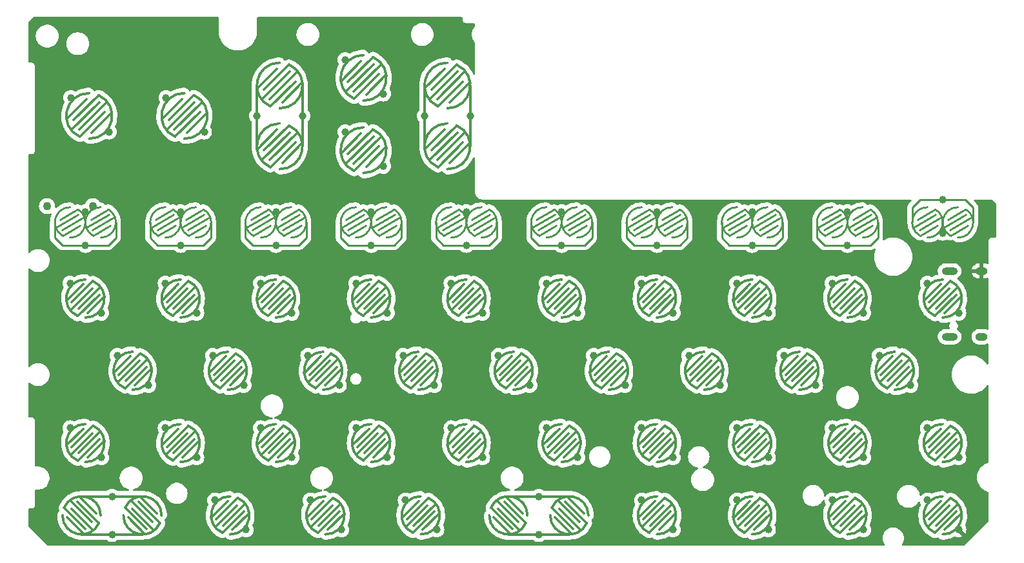
<source format=gbr>
%TF.GenerationSoftware,KiCad,Pcbnew,8.0.5-unknown-202409261835~48b9027842~ubuntu24.04.1*%
%TF.CreationDate,2024-09-28T03:00:05+08:00*%
%TF.ProjectId,EL6170_Pro_Max_Plus,454c3631-3730-45f5-9072-6f5f4d61785f,rev?*%
%TF.SameCoordinates,Original*%
%TF.FileFunction,Copper,L2,Bot*%
%TF.FilePolarity,Positive*%
%FSLAX46Y46*%
G04 Gerber Fmt 4.6, Leading zero omitted, Abs format (unit mm)*
G04 Created by KiCad (PCBNEW 8.0.5-unknown-202409261835~48b9027842~ubuntu24.04.1) date 2024-09-28 03:00:05*
%MOMM*%
%LPD*%
G01*
G04 APERTURE LIST*
%TA.AperFunction,EtchedComponent*%
%ADD10C,0.380000*%
%TD*%
%TA.AperFunction,EtchedComponent*%
%ADD11C,0.360000*%
%TD*%
%TA.AperFunction,EtchedComponent*%
%ADD12C,0.280000*%
%TD*%
%TA.AperFunction,EtchedComponent*%
%ADD13C,0.200000*%
%TD*%
%TA.AperFunction,ComponentPad*%
%ADD14C,1.100000*%
%TD*%
%TA.AperFunction,ComponentPad*%
%ADD15O,1.600000X1.000000*%
%TD*%
%TA.AperFunction,ComponentPad*%
%ADD16O,2.100000X1.000000*%
%TD*%
%TA.AperFunction,SMDPad,CuDef*%
%ADD17C,1.000000*%
%TD*%
G04 APERTURE END LIST*
D10*
%TO.C,SW35*%
X105311603Y-110816348D02*
X108108396Y-108023652D01*
X105203185Y-111792675D02*
X107999978Y-108999979D01*
X104400022Y-110000021D02*
X107196815Y-107207325D01*
X104271604Y-110996348D02*
X107068397Y-108203652D01*
X108590000Y-109290000D02*
X106490000Y-111390000D01*
X105910000Y-107610000D02*
X103810000Y-109710000D01*
X105203185Y-111792675D02*
G75*
G02*
X106200000Y-107000000I996815J2292675D01*
G01*
X107196815Y-107207325D02*
G75*
G02*
X106200000Y-112000000I-996815J-2292675D01*
G01*
%TO.C,SW18*%
X199111603Y-101316348D02*
X201908396Y-98523652D01*
X199003185Y-102292675D02*
X201799978Y-99499979D01*
X198200022Y-100500021D02*
X200996815Y-97707325D01*
X198071604Y-101496348D02*
X200868397Y-98703652D01*
X202390000Y-99790000D02*
X200290000Y-101890000D01*
X199710000Y-98110000D02*
X197610000Y-100210000D01*
X199003185Y-102292675D02*
G75*
G02*
X200000000Y-97500000I996815J2292675D01*
G01*
X200996815Y-97707325D02*
G75*
G02*
X200000000Y-102500000I-996815J-2292675D01*
G01*
%TO.C,SW52*%
X130611603Y-129816348D02*
X133408396Y-127023652D01*
X130503185Y-130792675D02*
X133299978Y-127999979D01*
X129700022Y-129000021D02*
X132496815Y-126207325D01*
X129571604Y-129996348D02*
X132368397Y-127203652D01*
X133890000Y-128290000D02*
X131790000Y-130390000D01*
X131210000Y-126610000D02*
X129110000Y-128710000D01*
X130503185Y-130792675D02*
G75*
G02*
X131500000Y-126000000I996815J2292675D01*
G01*
X132496815Y-126207325D02*
G75*
G02*
X131500000Y-131000000I-996815J-2292675D01*
G01*
%TO.C,SW51*%
X143111603Y-129816348D02*
X145908396Y-127023652D01*
X143003185Y-130792675D02*
X145799978Y-127999979D01*
X142200022Y-129000021D02*
X144996815Y-126207325D01*
X142071604Y-129996348D02*
X144868397Y-127203652D01*
X146390000Y-128290000D02*
X144290000Y-130390000D01*
X143710000Y-126610000D02*
X141610000Y-128710000D01*
X143003185Y-130792675D02*
G75*
G02*
X144000000Y-126000000I996815J2292675D01*
G01*
X144996815Y-126207325D02*
G75*
G02*
X144000000Y-131000000I-996815J-2292675D01*
G01*
%TO.C,SW50*%
X162999979Y-126700022D02*
X165792675Y-129496815D01*
X162183652Y-127611603D02*
X164976348Y-130408396D01*
X162003652Y-126571604D02*
X164796348Y-129368397D01*
X161207325Y-127503185D02*
X164000021Y-130299978D01*
X159500000Y-126000000D02*
X163500000Y-126000000D01*
X159500000Y-131000000D02*
X163500000Y-131000000D01*
X165390000Y-128210000D02*
X163290000Y-126110000D01*
X163710000Y-130890000D02*
X161610000Y-128790000D01*
X155500000Y-126000000D02*
X159500000Y-126000000D01*
X155500000Y-131000000D02*
X159500000Y-131000000D01*
X154999979Y-126700022D02*
X157792675Y-129496815D01*
X154183652Y-127611603D02*
X156976348Y-130408396D01*
X154003652Y-126571604D02*
X156796348Y-129368397D01*
X153207325Y-127503185D02*
X156000021Y-130299978D01*
X157390000Y-128210000D02*
X155290000Y-126110000D01*
X155710000Y-130890000D02*
X153610000Y-128790000D01*
X161207325Y-127503185D02*
G75*
G02*
X166000000Y-128500000I2292675J-996815D01*
G01*
X165792675Y-129496815D02*
G75*
G02*
X161000000Y-128500000I-2292675J996815D01*
G01*
X153207325Y-127503185D02*
G75*
G02*
X158000000Y-128500000I2292675J-996815D01*
G01*
X157792675Y-129496815D02*
G75*
G02*
X153000000Y-128500000I-2292675J996815D01*
G01*
D11*
%TO.C,SW5*%
X111700000Y-77800000D02*
X115300000Y-74200000D01*
X111781611Y-78741461D02*
X115040000Y-75480000D01*
X110700000Y-77800000D02*
X114300000Y-74200000D01*
X110960026Y-76520026D02*
X114218415Y-73258565D01*
X115950000Y-75600000D02*
X113350000Y-78200000D01*
X112650000Y-73800000D02*
X110050000Y-76400000D01*
X111781585Y-78741435D02*
G75*
G02*
X113000000Y-73000000I1218415J2741435D01*
G01*
X114218415Y-73258565D02*
G75*
G02*
X113000000Y-79000000I-1218415J-2741435D01*
G01*
D10*
%TO.C,SW42*%
X124111603Y-120316348D02*
X126908396Y-117523652D01*
X124003185Y-121292675D02*
X126799978Y-118499979D01*
X123200022Y-119500021D02*
X125996815Y-116707325D01*
X123071604Y-120496348D02*
X125868397Y-117703652D01*
X127390000Y-118790000D02*
X125290000Y-120890000D01*
X124710000Y-117110000D02*
X122610000Y-119210000D01*
X124003185Y-121292675D02*
G75*
G02*
X125000000Y-116500000I996815J2292675D01*
G01*
X125996815Y-116707325D02*
G75*
G02*
X125000000Y-121500000I-996815J-2292675D01*
G01*
D11*
%TO.C,SW4*%
X128500000Y-76000000D02*
X128500000Y-72000000D01*
X128500000Y-76000000D02*
X128500000Y-80000000D01*
X124200000Y-73800000D02*
X127800000Y-70200000D01*
X124200000Y-81800000D02*
X127800000Y-78200000D01*
X124200000Y-81800000D02*
X127800000Y-78200000D01*
X124281611Y-74741461D02*
X127540000Y-71480000D01*
X124281611Y-82741461D02*
X127540000Y-79480000D01*
X124281611Y-82741461D02*
X127540000Y-79480000D01*
X123200000Y-73800000D02*
X126800000Y-70200000D01*
X123200000Y-81800000D02*
X126800000Y-78200000D01*
X123200000Y-81800000D02*
X126800000Y-78200000D01*
X123460026Y-72520026D02*
X126718415Y-69258565D01*
X123460026Y-80520026D02*
X126718415Y-77258565D01*
X123460026Y-80520026D02*
X126718415Y-77258565D01*
X128450000Y-71600000D02*
X125850000Y-74200000D01*
X128450000Y-79600000D02*
X125850000Y-82200000D01*
X128450000Y-79600000D02*
X125850000Y-82200000D01*
X125150000Y-69800000D02*
X122550000Y-72400000D01*
X125150000Y-77800000D02*
X122550000Y-80400000D01*
X125150000Y-77800000D02*
X122550000Y-80400000D01*
X122500000Y-72000000D02*
X122500000Y-76000000D01*
X122500000Y-80000000D02*
X122500000Y-76000000D01*
X124281585Y-74741435D02*
G75*
G02*
X125500000Y-69000000I1218415J2741435D01*
G01*
X126718415Y-69258565D02*
G75*
G02*
X125500000Y-75000000I-1218415J-2741435D01*
G01*
X124281585Y-82741435D02*
G75*
G02*
X125500000Y-77000000I1218415J2741435D01*
G01*
X124281585Y-82741435D02*
G75*
G02*
X125500000Y-77000000I1218415J2741435D01*
G01*
X126718415Y-77258565D02*
G75*
G02*
X125500000Y-83000000I-1218415J-2741435D01*
G01*
X126718415Y-77258565D02*
G75*
G02*
X125500000Y-83000000I-1218415J-2741435D01*
G01*
D10*
%TO.C,SW53*%
X118111603Y-129816348D02*
X120908396Y-127023652D01*
X118003185Y-130792675D02*
X120799978Y-127999979D01*
X117200022Y-129000021D02*
X119996815Y-126207325D01*
X117071604Y-129996348D02*
X119868397Y-127203652D01*
X121390000Y-128290000D02*
X119290000Y-130390000D01*
X118710000Y-126610000D02*
X116610000Y-128710000D01*
X118003185Y-130792675D02*
G75*
G02*
X119000000Y-126000000I996815J2292675D01*
G01*
X119996815Y-126207325D02*
G75*
G02*
X119000000Y-131000000I-996815J-2292675D01*
G01*
D12*
%TO.C,SW11*%
X166500000Y-92000000D02*
X166500000Y-90000000D01*
X165500000Y-93000000D02*
X166500000Y-92000000D01*
X163420000Y-91020000D02*
X166320000Y-89320000D01*
X163500555Y-91732371D02*
X165800000Y-90400000D01*
X162680000Y-90680000D02*
X165580000Y-88980000D01*
X162500000Y-93000000D02*
X165500000Y-93000000D01*
X163200000Y-89600000D02*
X165499445Y-88267629D01*
D13*
X162500000Y-89300000D02*
X162500000Y-89000000D01*
D12*
X159500000Y-93000000D02*
X162500000Y-93000000D01*
X159420000Y-91020000D02*
X162320000Y-89320000D01*
X159500555Y-91732371D02*
X161800000Y-90400000D01*
X158680000Y-90680000D02*
X161580000Y-88980000D01*
X159200000Y-89600000D02*
X161499445Y-88267629D01*
X158500000Y-92000000D02*
X159500000Y-93000000D01*
X158500000Y-90000000D02*
X158500000Y-92000000D01*
X163500555Y-91732371D02*
G75*
G02*
X164500000Y-88000001I999444J1732371D01*
G01*
X165499445Y-88267629D02*
G75*
G02*
X164500000Y-92000001I-999443J-1732372D01*
G01*
X159500555Y-91732371D02*
G75*
G02*
X160500000Y-88000000I999445J1732371D01*
G01*
X161499445Y-88267629D02*
G75*
G02*
X160500000Y-92000001I-999443J-1732372D01*
G01*
D10*
%TO.C,SW32*%
X142811603Y-110816348D02*
X145608396Y-108023652D01*
X142703185Y-111792675D02*
X145499978Y-108999979D01*
X141900022Y-110000021D02*
X144696815Y-107207325D01*
X141771604Y-110996348D02*
X144568397Y-108203652D01*
X146090000Y-109290000D02*
X143990000Y-111390000D01*
X143410000Y-107610000D02*
X141310000Y-109710000D01*
X142703185Y-111792675D02*
G75*
G02*
X143700000Y-107000000I996815J2292675D01*
G01*
X144696815Y-107207325D02*
G75*
G02*
X143700000Y-112000000I-996815J-2292675D01*
G01*
%TO.C,SW29*%
X180311603Y-110816348D02*
X183108396Y-108023652D01*
X180203185Y-111792675D02*
X182999978Y-108999979D01*
X179400022Y-110000021D02*
X182196815Y-107207325D01*
X179271604Y-110996348D02*
X182068397Y-108203652D01*
X183590000Y-109290000D02*
X181490000Y-111390000D01*
X180910000Y-107610000D02*
X178810000Y-109710000D01*
X180203185Y-111792675D02*
G75*
G02*
X181200000Y-107000000I996815J2292675D01*
G01*
X182196815Y-107207325D02*
G75*
G02*
X181200000Y-112000000I-996815J-2292675D01*
G01*
%TO.C,SW46*%
X211611603Y-129816348D02*
X214408396Y-127023652D01*
X211503185Y-130792675D02*
X214299978Y-127999979D01*
X210700022Y-129000021D02*
X213496815Y-126207325D01*
X210571604Y-129996348D02*
X213368397Y-127203652D01*
X214890000Y-128290000D02*
X212790000Y-130390000D01*
X212210000Y-126610000D02*
X210110000Y-128710000D01*
X211503185Y-130792675D02*
G75*
G02*
X212500000Y-126000000I996815J2292675D01*
G01*
X213496815Y-126207325D02*
G75*
G02*
X212500000Y-131000000I-996815J-2292675D01*
G01*
D12*
%TO.C,SW12*%
X154000000Y-92000000D02*
X154000000Y-90000000D01*
X153000000Y-93000000D02*
X154000000Y-92000000D01*
X150920000Y-91020000D02*
X153820000Y-89320000D01*
X151000555Y-91732371D02*
X153300000Y-90400000D01*
X150180000Y-90680000D02*
X153080000Y-88980000D01*
X150000000Y-93000000D02*
X153000000Y-93000000D01*
X150700000Y-89600000D02*
X152999445Y-88267629D01*
D13*
X150000000Y-89300000D02*
X150000000Y-89000000D01*
D12*
X147000000Y-93000000D02*
X150000000Y-93000000D01*
X146920000Y-91020000D02*
X149820000Y-89320000D01*
X147000555Y-91732371D02*
X149300000Y-90400000D01*
X146180000Y-90680000D02*
X149080000Y-88980000D01*
X146700000Y-89600000D02*
X148999445Y-88267629D01*
X146000000Y-92000000D02*
X147000000Y-93000000D01*
X146000000Y-90000000D02*
X146000000Y-92000000D01*
X151000555Y-91732371D02*
G75*
G02*
X152000000Y-88000001I999444J1732371D01*
G01*
X152999445Y-88267629D02*
G75*
G02*
X152000000Y-92000001I-999443J-1732372D01*
G01*
X147000555Y-91732371D02*
G75*
G02*
X148000000Y-88000000I999445J1732371D01*
G01*
X148999445Y-88267629D02*
G75*
G02*
X148000000Y-92000001I-999443J-1732372D01*
G01*
%TO.C,SW8*%
X204000000Y-92000000D02*
X204000000Y-90000000D01*
X203000000Y-93000000D02*
X204000000Y-92000000D01*
X200920000Y-91020000D02*
X203820000Y-89320000D01*
X201000555Y-91732371D02*
X203300000Y-90400000D01*
X200180000Y-90680000D02*
X203080000Y-88980000D01*
X200000000Y-93000000D02*
X203000000Y-93000000D01*
X200700000Y-89600000D02*
X202999445Y-88267629D01*
D13*
X200000000Y-89300000D02*
X200000000Y-89000000D01*
D12*
X197000000Y-93000000D02*
X200000000Y-93000000D01*
X196920000Y-91020000D02*
X199820000Y-89320000D01*
X197000555Y-91732371D02*
X199300000Y-90400000D01*
X196180000Y-90680000D02*
X199080000Y-88980000D01*
X196700000Y-89600000D02*
X198999445Y-88267629D01*
X196000000Y-92000000D02*
X197000000Y-93000000D01*
X196000000Y-90000000D02*
X196000000Y-92000000D01*
X201000555Y-91732371D02*
G75*
G02*
X202000000Y-88000001I999444J1732371D01*
G01*
X202999445Y-88267629D02*
G75*
G02*
X202000000Y-92000001I-999443J-1732372D01*
G01*
X197000555Y-91732371D02*
G75*
G02*
X198000000Y-88000000I999445J1732371D01*
G01*
X198999445Y-88267629D02*
G75*
G02*
X198000000Y-92000001I-999443J-1732372D01*
G01*
D10*
%TO.C,SW26*%
X99111603Y-101316348D02*
X101908396Y-98523652D01*
X99003185Y-102292675D02*
X101799978Y-99499979D01*
X98200022Y-100500021D02*
X100996815Y-97707325D01*
X98071604Y-101496348D02*
X100868397Y-98703652D01*
X102390000Y-99790000D02*
X100290000Y-101890000D01*
X99710000Y-98110000D02*
X97610000Y-100210000D01*
X99003185Y-102292675D02*
G75*
G02*
X100000000Y-97500000I996815J2292675D01*
G01*
X100996815Y-97707325D02*
G75*
G02*
X100000000Y-102500000I-996815J-2292675D01*
G01*
%TO.C,SW33*%
X130311603Y-110816348D02*
X133108396Y-108023652D01*
X130203185Y-111792675D02*
X132999978Y-108999979D01*
X129400022Y-110000021D02*
X132196815Y-107207325D01*
X129271604Y-110996348D02*
X132068397Y-108203652D01*
X133590000Y-109290000D02*
X131490000Y-111390000D01*
X130910000Y-107610000D02*
X128810000Y-109710000D01*
X130203185Y-111792675D02*
G75*
G02*
X131200000Y-107000000I996815J2292675D01*
G01*
X132196815Y-107207325D02*
G75*
G02*
X131200000Y-112000000I-996815J-2292675D01*
G01*
%TO.C,SW44*%
X99111603Y-120316348D02*
X101908396Y-117523652D01*
X99003185Y-121292675D02*
X101799978Y-118499979D01*
X98200022Y-119500021D02*
X100996815Y-116707325D01*
X98071604Y-120496348D02*
X100868397Y-117703652D01*
X102390000Y-118790000D02*
X100290000Y-120890000D01*
X99710000Y-117110000D02*
X97610000Y-119210000D01*
X99003185Y-121292675D02*
G75*
G02*
X100000000Y-116500000I996815J2292675D01*
G01*
X100996815Y-116707325D02*
G75*
G02*
X100000000Y-121500000I-996815J-2292675D01*
G01*
%TO.C,SW28*%
X192811603Y-110816348D02*
X195608396Y-108023652D01*
X192703185Y-111792675D02*
X195499978Y-108999979D01*
X191900022Y-110000021D02*
X194696815Y-107207325D01*
X191771604Y-110996348D02*
X194568397Y-108203652D01*
X196090000Y-109290000D02*
X193990000Y-111390000D01*
X193410000Y-107610000D02*
X191310000Y-109710000D01*
X192703185Y-111792675D02*
G75*
G02*
X193700000Y-107000000I996815J2292675D01*
G01*
X194696815Y-107207325D02*
G75*
G02*
X193700000Y-112000000I-996815J-2292675D01*
G01*
%TO.C,SW43*%
X111611603Y-120316348D02*
X114408396Y-117523652D01*
X111503185Y-121292675D02*
X114299978Y-118499979D01*
X110700022Y-119500021D02*
X113496815Y-116707325D01*
X110571604Y-120496348D02*
X113368397Y-117703652D01*
X114890000Y-118790000D02*
X112790000Y-120890000D01*
X112210000Y-117110000D02*
X110110000Y-119210000D01*
X111503185Y-121292675D02*
G75*
G02*
X112500000Y-116500000I996815J2292675D01*
G01*
X113496815Y-116707325D02*
G75*
G02*
X112500000Y-121500000I-996815J-2292675D01*
G01*
%TO.C,SW22*%
X149111603Y-101316348D02*
X151908396Y-98523652D01*
X149003185Y-102292675D02*
X151799978Y-99499979D01*
X148200022Y-100500021D02*
X150996815Y-97707325D01*
X148071604Y-101496348D02*
X150868397Y-98703652D01*
X152390000Y-99790000D02*
X150290000Y-101890000D01*
X149710000Y-98110000D02*
X147610000Y-100210000D01*
X149003185Y-102292675D02*
G75*
G02*
X150000000Y-97500000I996815J2292675D01*
G01*
X150996815Y-97707325D02*
G75*
G02*
X150000000Y-102500000I-996815J-2292675D01*
G01*
%TO.C,SW49*%
X174111603Y-129816348D02*
X176908396Y-127023652D01*
X174003185Y-130792675D02*
X176799978Y-127999979D01*
X173200022Y-129000021D02*
X175996815Y-126207325D01*
X173071604Y-129996348D02*
X175868397Y-127203652D01*
X177390000Y-128290000D02*
X175290000Y-130390000D01*
X174710000Y-126610000D02*
X172610000Y-128710000D01*
X174003185Y-130792675D02*
G75*
G02*
X175000000Y-126000000I996815J2292675D01*
G01*
X175996815Y-126207325D02*
G75*
G02*
X175000000Y-131000000I-996815J-2292675D01*
G01*
%TO.C,SW36*%
X199111603Y-120316348D02*
X201908396Y-117523652D01*
X199003185Y-121292675D02*
X201799978Y-118499979D01*
X198200022Y-119500021D02*
X200996815Y-116707325D01*
X198071604Y-120496348D02*
X200868397Y-117703652D01*
X202390000Y-118790000D02*
X200290000Y-120890000D01*
X199710000Y-117110000D02*
X197610000Y-119210000D01*
X199003185Y-121292675D02*
G75*
G02*
X200000000Y-116500000I996815J2292675D01*
G01*
X200996815Y-116707325D02*
G75*
G02*
X200000000Y-121500000I-996815J-2292675D01*
G01*
D11*
%TO.C,SW2*%
X135200000Y-72800000D02*
X138800000Y-69200000D01*
X135281611Y-73741461D02*
X138540000Y-70480000D01*
X134200000Y-72800000D02*
X137800000Y-69200000D01*
X134460026Y-71520026D02*
X137718415Y-68258565D01*
X139450000Y-70600000D02*
X136850000Y-73200000D01*
X136150000Y-68800000D02*
X133550000Y-71400000D01*
X135281585Y-73741435D02*
G75*
G02*
X136500000Y-68000000I1218415J2741435D01*
G01*
X137718415Y-68258565D02*
G75*
G02*
X136500000Y-74000000I-1218415J-2741435D01*
G01*
D12*
%TO.C,SW13*%
X141500000Y-92000000D02*
X141500000Y-90000000D01*
X140500000Y-93000000D02*
X141500000Y-92000000D01*
X138420000Y-91020000D02*
X141320000Y-89320000D01*
X138500555Y-91732371D02*
X140800000Y-90400000D01*
X137680000Y-90680000D02*
X140580000Y-88980000D01*
X137500000Y-93000000D02*
X140500000Y-93000000D01*
X138200000Y-89600000D02*
X140499445Y-88267629D01*
D13*
X137500000Y-89300000D02*
X137500000Y-89000000D01*
D12*
X134500000Y-93000000D02*
X137500000Y-93000000D01*
X134420000Y-91020000D02*
X137320000Y-89320000D01*
X134500555Y-91732371D02*
X136800000Y-90400000D01*
X133680000Y-90680000D02*
X136580000Y-88980000D01*
X134200000Y-89600000D02*
X136499445Y-88267629D01*
X133500000Y-92000000D02*
X134500000Y-93000000D01*
X133500000Y-90000000D02*
X133500000Y-92000000D01*
X138500555Y-91732371D02*
G75*
G02*
X139500000Y-88000001I999444J1732371D01*
G01*
X140499445Y-88267629D02*
G75*
G02*
X139500000Y-92000001I-999443J-1732372D01*
G01*
X134500555Y-91732371D02*
G75*
G02*
X135500000Y-88000000I999445J1732371D01*
G01*
X136499445Y-88267629D02*
G75*
G02*
X135500000Y-92000001I-999443J-1732372D01*
G01*
%TO.C,SW7*%
X208500000Y-88000000D02*
X208500000Y-90000000D01*
X209500000Y-87000000D02*
X208500000Y-88000000D01*
X211580000Y-88980000D02*
X208680000Y-90680000D01*
X211499445Y-88267629D02*
X209200000Y-89600000D01*
X212320000Y-89320000D02*
X209420000Y-91020000D01*
X212500000Y-87000000D02*
X209500000Y-87000000D01*
X211800000Y-90400000D02*
X209500555Y-91732371D01*
D13*
X212500000Y-90700000D02*
X212500000Y-91000000D01*
D12*
X215500000Y-87000000D02*
X212500000Y-87000000D01*
X215580000Y-88980000D02*
X212680000Y-90680000D01*
X215499445Y-88267629D02*
X213200000Y-89600000D01*
X216320000Y-89320000D02*
X213420000Y-91020000D01*
X215800000Y-90400000D02*
X213500555Y-91732371D01*
X216500000Y-88000000D02*
X215500000Y-87000000D01*
X216500000Y-90000000D02*
X216500000Y-88000000D01*
X211499445Y-88267629D02*
G75*
G02*
X210500000Y-91999999I-999444J-1732371D01*
G01*
X209500555Y-91732371D02*
G75*
G02*
X210500000Y-87999999I999443J1732372D01*
G01*
X215499445Y-88267629D02*
G75*
G02*
X214500000Y-92000000I-999445J-1732371D01*
G01*
X213500555Y-91732371D02*
G75*
G02*
X214500000Y-87999999I999443J1732372D01*
G01*
D10*
%TO.C,SW54*%
X106999979Y-126700022D02*
X109792675Y-129496815D01*
X106183652Y-127611603D02*
X108976348Y-130408396D01*
X106003652Y-126571604D02*
X108796348Y-129368397D01*
X105207325Y-127503185D02*
X108000021Y-130299978D01*
X103500000Y-126000000D02*
X107500000Y-126000000D01*
X103500000Y-131000000D02*
X107500000Y-131000000D01*
X109390000Y-128210000D02*
X107290000Y-126110000D01*
X107710000Y-130890000D02*
X105610000Y-128790000D01*
X99500000Y-126000000D02*
X103500000Y-126000000D01*
X99500000Y-131000000D02*
X103500000Y-131000000D01*
X98999979Y-126700022D02*
X101792675Y-129496815D01*
X98183652Y-127611603D02*
X100976348Y-130408396D01*
X98003652Y-126571604D02*
X100796348Y-129368397D01*
X97207325Y-127503185D02*
X100000021Y-130299978D01*
X101390000Y-128210000D02*
X99290000Y-126110000D01*
X99710000Y-130890000D02*
X97610000Y-128790000D01*
X105207325Y-127503185D02*
G75*
G02*
X110000000Y-128500000I2292675J-996815D01*
G01*
X109792675Y-129496815D02*
G75*
G02*
X105000000Y-128500000I-2292675J996815D01*
G01*
X97207325Y-127503185D02*
G75*
G02*
X102000000Y-128500000I2292675J-996815D01*
G01*
X101792675Y-129496815D02*
G75*
G02*
X97000000Y-128500000I-2292675J996815D01*
G01*
%TO.C,SW37*%
X186611603Y-120316348D02*
X189408396Y-117523652D01*
X186503185Y-121292675D02*
X189299978Y-118499979D01*
X185700022Y-119500021D02*
X188496815Y-116707325D01*
X185571604Y-120496348D02*
X188368397Y-117703652D01*
X189890000Y-118790000D02*
X187790000Y-120890000D01*
X187210000Y-117110000D02*
X185110000Y-119210000D01*
X186503185Y-121292675D02*
G75*
G02*
X187500000Y-116500000I996815J2292675D01*
G01*
X188496815Y-116707325D02*
G75*
G02*
X187500000Y-121500000I-996815J-2292675D01*
G01*
D11*
%TO.C,SW1*%
X150500000Y-76000000D02*
X150500000Y-72000000D01*
X150500000Y-76000000D02*
X150500000Y-80000000D01*
X146200000Y-73800000D02*
X149800000Y-70200000D01*
X146200000Y-81800000D02*
X149800000Y-78200000D01*
X146200000Y-81800000D02*
X149800000Y-78200000D01*
X146281611Y-74741461D02*
X149540000Y-71480000D01*
X146281611Y-82741461D02*
X149540000Y-79480000D01*
X146281611Y-82741461D02*
X149540000Y-79480000D01*
X145200000Y-73800000D02*
X148800000Y-70200000D01*
X145200000Y-81800000D02*
X148800000Y-78200000D01*
X145200000Y-81800000D02*
X148800000Y-78200000D01*
X145460026Y-72520026D02*
X148718415Y-69258565D01*
X145460026Y-80520026D02*
X148718415Y-77258565D01*
X145460026Y-80520026D02*
X148718415Y-77258565D01*
X150450000Y-71600000D02*
X147850000Y-74200000D01*
X150450000Y-79600000D02*
X147850000Y-82200000D01*
X150450000Y-79600000D02*
X147850000Y-82200000D01*
X147150000Y-69800000D02*
X144550000Y-72400000D01*
X147150000Y-77800000D02*
X144550000Y-80400000D01*
X147150000Y-77800000D02*
X144550000Y-80400000D01*
X144500000Y-72000000D02*
X144500000Y-76000000D01*
X144500000Y-80000000D02*
X144500000Y-76000000D01*
X146281585Y-74741435D02*
G75*
G02*
X147500000Y-69000000I1218415J2741435D01*
G01*
X148718415Y-69258565D02*
G75*
G02*
X147500000Y-75000000I-1218415J-2741435D01*
G01*
X146281585Y-82741435D02*
G75*
G02*
X147500000Y-77000000I1218415J2741435D01*
G01*
X146281585Y-82741435D02*
G75*
G02*
X147500000Y-77000000I1218415J2741435D01*
G01*
X148718415Y-77258565D02*
G75*
G02*
X147500000Y-83000000I-1218415J-2741435D01*
G01*
X148718415Y-77258565D02*
G75*
G02*
X147500000Y-83000000I-1218415J-2741435D01*
G01*
D12*
%TO.C,SW16*%
X104000000Y-92000000D02*
X104000000Y-90000000D01*
X103000000Y-93000000D02*
X104000000Y-92000000D01*
X100920000Y-91020000D02*
X103820000Y-89320000D01*
X101000555Y-91732371D02*
X103300000Y-90400000D01*
X100180000Y-90680000D02*
X103080000Y-88980000D01*
X100000000Y-93000000D02*
X103000000Y-93000000D01*
X100700000Y-89600000D02*
X102999445Y-88267629D01*
D13*
X100000000Y-89300000D02*
X100000000Y-89000000D01*
D12*
X97000000Y-93000000D02*
X100000000Y-93000000D01*
X96920000Y-91020000D02*
X99820000Y-89320000D01*
X97000555Y-91732371D02*
X99300000Y-90400000D01*
X96180000Y-90680000D02*
X99080000Y-88980000D01*
X96700000Y-89600000D02*
X98999445Y-88267629D01*
X96000000Y-92000000D02*
X97000000Y-93000000D01*
X96000000Y-90000000D02*
X96000000Y-92000000D01*
X101000555Y-91732371D02*
G75*
G02*
X102000000Y-88000001I999444J1732371D01*
G01*
X102999445Y-88267629D02*
G75*
G02*
X102000000Y-92000001I-999443J-1732372D01*
G01*
X97000555Y-91732371D02*
G75*
G02*
X98000000Y-88000000I999445J1732371D01*
G01*
X98999445Y-88267629D02*
G75*
G02*
X98000000Y-92000001I-999443J-1732372D01*
G01*
D10*
%TO.C,SW39*%
X161611603Y-120316348D02*
X164408396Y-117523652D01*
X161503185Y-121292675D02*
X164299978Y-118499979D01*
X160700022Y-119500021D02*
X163496815Y-116707325D01*
X160571604Y-120496348D02*
X163368397Y-117703652D01*
X164890000Y-118790000D02*
X162790000Y-120890000D01*
X162210000Y-117110000D02*
X160110000Y-119210000D01*
X161503185Y-121292675D02*
G75*
G02*
X162500000Y-116500000I996815J2292675D01*
G01*
X163496815Y-116707325D02*
G75*
G02*
X162500000Y-121500000I-996815J-2292675D01*
G01*
D11*
%TO.C,SW6*%
X99200000Y-77800000D02*
X102800000Y-74200000D01*
X99281611Y-78741461D02*
X102540000Y-75480000D01*
X98200000Y-77800000D02*
X101800000Y-74200000D01*
X98460026Y-76520026D02*
X101718415Y-73258565D01*
X103450000Y-75600000D02*
X100850000Y-78200000D01*
X100150000Y-73800000D02*
X97550000Y-76400000D01*
X99281585Y-78741435D02*
G75*
G02*
X100500000Y-73000000I1218415J2741435D01*
G01*
X101718415Y-73258565D02*
G75*
G02*
X100500000Y-79000000I-1218415J-2741435D01*
G01*
D10*
%TO.C,SW24*%
X124111603Y-101316348D02*
X126908396Y-98523652D01*
X124003185Y-102292675D02*
X126799978Y-99499979D01*
X123200022Y-100500021D02*
X125996815Y-97707325D01*
X123071604Y-101496348D02*
X125868397Y-98703652D01*
X127390000Y-99790000D02*
X125290000Y-101890000D01*
X124710000Y-98110000D02*
X122610000Y-100210000D01*
X124003185Y-102292675D02*
G75*
G02*
X125000000Y-97500000I996815J2292675D01*
G01*
X125996815Y-97707325D02*
G75*
G02*
X125000000Y-102500000I-996815J-2292675D01*
G01*
%TO.C,SW31*%
X155311603Y-110816348D02*
X158108396Y-108023652D01*
X155203185Y-111792675D02*
X157999978Y-108999979D01*
X154400022Y-110000021D02*
X157196815Y-107207325D01*
X154271604Y-110996348D02*
X157068397Y-108203652D01*
X158590000Y-109290000D02*
X156490000Y-111390000D01*
X155910000Y-107610000D02*
X153810000Y-109710000D01*
X155203185Y-111792675D02*
G75*
G02*
X156200000Y-107000000I996815J2292675D01*
G01*
X157196815Y-107207325D02*
G75*
G02*
X156200000Y-112000000I-996815J-2292675D01*
G01*
%TO.C,SW20*%
X174111603Y-101316348D02*
X176908396Y-98523652D01*
X174003185Y-102292675D02*
X176799978Y-99499979D01*
X173200022Y-100500021D02*
X175996815Y-97707325D01*
X173071604Y-101496348D02*
X175868397Y-98703652D01*
X177390000Y-99790000D02*
X175290000Y-101890000D01*
X174710000Y-98110000D02*
X172610000Y-100210000D01*
X174003185Y-102292675D02*
G75*
G02*
X175000000Y-97500000I996815J2292675D01*
G01*
X175996815Y-97707325D02*
G75*
G02*
X175000000Y-102500000I-996815J-2292675D01*
G01*
%TO.C,SW17*%
X211611603Y-101316348D02*
X214408396Y-98523652D01*
X211503185Y-102292675D02*
X214299978Y-99499979D01*
X210700022Y-100500021D02*
X213496815Y-97707325D01*
X210571604Y-101496348D02*
X213368397Y-98703652D01*
X214890000Y-99790000D02*
X212790000Y-101890000D01*
X212210000Y-98110000D02*
X210110000Y-100210000D01*
X211503185Y-102292675D02*
G75*
G02*
X212500000Y-97500000I996815J2292675D01*
G01*
X213496815Y-97707325D02*
G75*
G02*
X212500000Y-102500000I-996815J-2292675D01*
G01*
%TO.C,SW23*%
X136611603Y-101316348D02*
X139408396Y-98523652D01*
X136503185Y-102292675D02*
X139299978Y-99499979D01*
X135700022Y-100500021D02*
X138496815Y-97707325D01*
X135571604Y-101496348D02*
X138368397Y-98703652D01*
X139890000Y-99790000D02*
X137790000Y-101890000D01*
X137210000Y-98110000D02*
X135110000Y-100210000D01*
X136503185Y-102292675D02*
G75*
G02*
X137500000Y-97500000I996815J2292675D01*
G01*
X138496815Y-97707325D02*
G75*
G02*
X137500000Y-102500000I-996815J-2292675D01*
G01*
%TO.C,SW41*%
X136611603Y-120316348D02*
X139408396Y-117523652D01*
X136503185Y-121292675D02*
X139299978Y-118499979D01*
X135700022Y-119500021D02*
X138496815Y-116707325D01*
X135571604Y-120496348D02*
X138368397Y-117703652D01*
X139890000Y-118790000D02*
X137790000Y-120890000D01*
X137210000Y-117110000D02*
X135110000Y-119210000D01*
X136503185Y-121292675D02*
G75*
G02*
X137500000Y-116500000I996815J2292675D01*
G01*
X138496815Y-116707325D02*
G75*
G02*
X137500000Y-121500000I-996815J-2292675D01*
G01*
%TO.C,SW38*%
X174111603Y-120316348D02*
X176908396Y-117523652D01*
X174003185Y-121292675D02*
X176799978Y-118499979D01*
X173200022Y-119500021D02*
X175996815Y-116707325D01*
X173071604Y-120496348D02*
X175868397Y-117703652D01*
X177390000Y-118790000D02*
X175290000Y-120890000D01*
X174710000Y-117110000D02*
X172610000Y-119210000D01*
X174003185Y-121292675D02*
G75*
G02*
X175000000Y-116500000I996815J2292675D01*
G01*
X175996815Y-116707325D02*
G75*
G02*
X175000000Y-121500000I-996815J-2292675D01*
G01*
%TO.C,SW45*%
X211611603Y-120316348D02*
X214408396Y-117523652D01*
X211503185Y-121292675D02*
X214299978Y-118499979D01*
X210700022Y-119500021D02*
X213496815Y-116707325D01*
X210571604Y-120496348D02*
X213368397Y-117703652D01*
X214890000Y-118790000D02*
X212790000Y-120890000D01*
X212210000Y-117110000D02*
X210110000Y-119210000D01*
X211503185Y-121292675D02*
G75*
G02*
X212500000Y-116500000I996815J2292675D01*
G01*
X213496815Y-116707325D02*
G75*
G02*
X212500000Y-121500000I-996815J-2292675D01*
G01*
%TO.C,SW19*%
X186611603Y-101316348D02*
X189408396Y-98523652D01*
X186503185Y-102292675D02*
X189299978Y-99499979D01*
X185700022Y-100500021D02*
X188496815Y-97707325D01*
X185571604Y-101496348D02*
X188368397Y-98703652D01*
X189890000Y-99790000D02*
X187790000Y-101890000D01*
X187210000Y-98110000D02*
X185110000Y-100210000D01*
X186503185Y-102292675D02*
G75*
G02*
X187500000Y-97500000I996815J2292675D01*
G01*
X188496815Y-97707325D02*
G75*
G02*
X187500000Y-102500000I-996815J-2292675D01*
G01*
D12*
%TO.C,SW14*%
X129000000Y-92000000D02*
X129000000Y-90000000D01*
X128000000Y-93000000D02*
X129000000Y-92000000D01*
X125920000Y-91020000D02*
X128820000Y-89320000D01*
X126000555Y-91732371D02*
X128300000Y-90400000D01*
X125180000Y-90680000D02*
X128080000Y-88980000D01*
X125000000Y-93000000D02*
X128000000Y-93000000D01*
X125700000Y-89600000D02*
X127999445Y-88267629D01*
D13*
X125000000Y-89300000D02*
X125000000Y-89000000D01*
D12*
X122000000Y-93000000D02*
X125000000Y-93000000D01*
X121920000Y-91020000D02*
X124820000Y-89320000D01*
X122000555Y-91732371D02*
X124300000Y-90400000D01*
X121180000Y-90680000D02*
X124080000Y-88980000D01*
X121700000Y-89600000D02*
X123999445Y-88267629D01*
X121000000Y-92000000D02*
X122000000Y-93000000D01*
X121000000Y-90000000D02*
X121000000Y-92000000D01*
X126000555Y-91732371D02*
G75*
G02*
X127000000Y-88000001I999444J1732371D01*
G01*
X127999445Y-88267629D02*
G75*
G02*
X127000000Y-92000001I-999443J-1732372D01*
G01*
X122000555Y-91732371D02*
G75*
G02*
X123000000Y-88000000I999445J1732371D01*
G01*
X123999445Y-88267629D02*
G75*
G02*
X123000000Y-92000001I-999443J-1732372D01*
G01*
D10*
%TO.C,SW21*%
X161611603Y-101316348D02*
X164408396Y-98523652D01*
X161503185Y-102292675D02*
X164299978Y-99499979D01*
X160700022Y-100500021D02*
X163496815Y-97707325D01*
X160571604Y-101496348D02*
X163368397Y-98703652D01*
X164890000Y-99790000D02*
X162790000Y-101890000D01*
X162210000Y-98110000D02*
X160110000Y-100210000D01*
X161503185Y-102292675D02*
G75*
G02*
X162500000Y-97500000I996815J2292675D01*
G01*
X163496815Y-97707325D02*
G75*
G02*
X162500000Y-102500000I-996815J-2292675D01*
G01*
%TO.C,SW47*%
X199111603Y-129816348D02*
X201908396Y-127023652D01*
X199003185Y-130792675D02*
X201799978Y-127999979D01*
X198200022Y-129000021D02*
X200996815Y-126207325D01*
X198071604Y-129996348D02*
X200868397Y-127203652D01*
X202390000Y-128290000D02*
X200290000Y-130390000D01*
X199710000Y-126610000D02*
X197610000Y-128710000D01*
X199003185Y-130792675D02*
G75*
G02*
X200000000Y-126000000I996815J2292675D01*
G01*
X200996815Y-126207325D02*
G75*
G02*
X200000000Y-131000000I-996815J-2292675D01*
G01*
%TO.C,SW30*%
X167811603Y-110816348D02*
X170608396Y-108023652D01*
X167703185Y-111792675D02*
X170499978Y-108999979D01*
X166900022Y-110000021D02*
X169696815Y-107207325D01*
X166771604Y-110996348D02*
X169568397Y-108203652D01*
X171090000Y-109290000D02*
X168990000Y-111390000D01*
X168410000Y-107610000D02*
X166310000Y-109710000D01*
X167703185Y-111792675D02*
G75*
G02*
X168700000Y-107000000I996815J2292675D01*
G01*
X169696815Y-107207325D02*
G75*
G02*
X168700000Y-112000000I-996815J-2292675D01*
G01*
D12*
%TO.C,SW9*%
X191500000Y-92000000D02*
X191500000Y-90000000D01*
X190500000Y-93000000D02*
X191500000Y-92000000D01*
X188420000Y-91020000D02*
X191320000Y-89320000D01*
X188500555Y-91732371D02*
X190800000Y-90400000D01*
X187680000Y-90680000D02*
X190580000Y-88980000D01*
X187500000Y-93000000D02*
X190500000Y-93000000D01*
X188200000Y-89600000D02*
X190499445Y-88267629D01*
D13*
X187500000Y-89300000D02*
X187500000Y-89000000D01*
D12*
X184500000Y-93000000D02*
X187500000Y-93000000D01*
X184420000Y-91020000D02*
X187320000Y-89320000D01*
X184500555Y-91732371D02*
X186800000Y-90400000D01*
X183680000Y-90680000D02*
X186580000Y-88980000D01*
X184200000Y-89600000D02*
X186499445Y-88267629D01*
X183500000Y-92000000D02*
X184500000Y-93000000D01*
X183500000Y-90000000D02*
X183500000Y-92000000D01*
X188500555Y-91732371D02*
G75*
G02*
X189500000Y-88000001I999444J1732371D01*
G01*
X190499445Y-88267629D02*
G75*
G02*
X189500000Y-92000001I-999443J-1732372D01*
G01*
X184500555Y-91732371D02*
G75*
G02*
X185500000Y-88000000I999445J1732371D01*
G01*
X186499445Y-88267629D02*
G75*
G02*
X185500000Y-92000001I-999443J-1732372D01*
G01*
%TO.C,SW10*%
X179000000Y-92000000D02*
X179000000Y-90000000D01*
X178000000Y-93000000D02*
X179000000Y-92000000D01*
X175920000Y-91020000D02*
X178820000Y-89320000D01*
X176000555Y-91732371D02*
X178300000Y-90400000D01*
X175180000Y-90680000D02*
X178080000Y-88980000D01*
X175000000Y-93000000D02*
X178000000Y-93000000D01*
X175700000Y-89600000D02*
X177999445Y-88267629D01*
D13*
X175000000Y-89300000D02*
X175000000Y-89000000D01*
D12*
X172000000Y-93000000D02*
X175000000Y-93000000D01*
X171920000Y-91020000D02*
X174820000Y-89320000D01*
X172000555Y-91732371D02*
X174300000Y-90400000D01*
X171180000Y-90680000D02*
X174080000Y-88980000D01*
X171700000Y-89600000D02*
X173999445Y-88267629D01*
X171000000Y-92000000D02*
X172000000Y-93000000D01*
X171000000Y-90000000D02*
X171000000Y-92000000D01*
X176000555Y-91732371D02*
G75*
G02*
X177000000Y-88000001I999444J1732371D01*
G01*
X177999445Y-88267629D02*
G75*
G02*
X177000000Y-92000001I-999443J-1732372D01*
G01*
X172000555Y-91732371D02*
G75*
G02*
X173000000Y-88000000I999445J1732371D01*
G01*
X173999445Y-88267629D02*
G75*
G02*
X173000000Y-92000001I-999443J-1732372D01*
G01*
D10*
%TO.C,SW25*%
X111611603Y-101316348D02*
X114408396Y-98523652D01*
X111503185Y-102292675D02*
X114299978Y-99499979D01*
X110700022Y-100500021D02*
X113496815Y-97707325D01*
X110571604Y-101496348D02*
X113368397Y-98703652D01*
X114890000Y-99790000D02*
X112790000Y-101890000D01*
X112210000Y-98110000D02*
X110110000Y-100210000D01*
X111503185Y-102292675D02*
G75*
G02*
X112500000Y-97500000I996815J2292675D01*
G01*
X113496815Y-97707325D02*
G75*
G02*
X112500000Y-102500000I-996815J-2292675D01*
G01*
D11*
%TO.C,SW3*%
X135200000Y-82300000D02*
X138800000Y-78700000D01*
X135281611Y-83241461D02*
X138540000Y-79980000D01*
X134200000Y-82300000D02*
X137800000Y-78700000D01*
X134460026Y-81020026D02*
X137718415Y-77758565D01*
X139450000Y-80100000D02*
X136850000Y-82700000D01*
X136150000Y-78300000D02*
X133550000Y-80900000D01*
X135281585Y-83241435D02*
G75*
G02*
X136500000Y-77500000I1218415J2741435D01*
G01*
X137718415Y-77758565D02*
G75*
G02*
X136500000Y-83500000I-1218415J-2741435D01*
G01*
D10*
%TO.C,SW34*%
X117811603Y-110816348D02*
X120608396Y-108023652D01*
X117703185Y-111792675D02*
X120499978Y-108999979D01*
X116900022Y-110000021D02*
X119696815Y-107207325D01*
X116771604Y-110996348D02*
X119568397Y-108203652D01*
X121090000Y-109290000D02*
X118990000Y-111390000D01*
X118410000Y-107610000D02*
X116310000Y-109710000D01*
X117703185Y-111792675D02*
G75*
G02*
X118700000Y-107000000I996815J2292675D01*
G01*
X119696815Y-107207325D02*
G75*
G02*
X118700000Y-112000000I-996815J-2292675D01*
G01*
%TO.C,SW40*%
X149111603Y-120316348D02*
X151908396Y-117523652D01*
X149003185Y-121292675D02*
X151799978Y-118499979D01*
X148200022Y-119500021D02*
X150996815Y-116707325D01*
X148071604Y-120496348D02*
X150868397Y-117703652D01*
X152390000Y-118790000D02*
X150290000Y-120890000D01*
X149710000Y-117110000D02*
X147610000Y-119210000D01*
X149003185Y-121292675D02*
G75*
G02*
X150000000Y-116500000I996815J2292675D01*
G01*
X150996815Y-116707325D02*
G75*
G02*
X150000000Y-121500000I-996815J-2292675D01*
G01*
D12*
%TO.C,SW15*%
X116500000Y-92000000D02*
X116500000Y-90000000D01*
X115500000Y-93000000D02*
X116500000Y-92000000D01*
X113420000Y-91020000D02*
X116320000Y-89320000D01*
X113500555Y-91732371D02*
X115800000Y-90400000D01*
X112680000Y-90680000D02*
X115580000Y-88980000D01*
X112500000Y-93000000D02*
X115500000Y-93000000D01*
X113200000Y-89600000D02*
X115499445Y-88267629D01*
D13*
X112500000Y-89300000D02*
X112500000Y-89000000D01*
D12*
X109500000Y-93000000D02*
X112500000Y-93000000D01*
X109420000Y-91020000D02*
X112320000Y-89320000D01*
X109500555Y-91732371D02*
X111800000Y-90400000D01*
X108680000Y-90680000D02*
X111580000Y-88980000D01*
X109200000Y-89600000D02*
X111499445Y-88267629D01*
X108500000Y-92000000D02*
X109500000Y-93000000D01*
X108500000Y-90000000D02*
X108500000Y-92000000D01*
X113500555Y-91732371D02*
G75*
G02*
X114500000Y-88000001I999444J1732371D01*
G01*
X115499445Y-88267629D02*
G75*
G02*
X114500000Y-92000001I-999443J-1732372D01*
G01*
X109500555Y-91732371D02*
G75*
G02*
X110500000Y-88000000I999445J1732371D01*
G01*
X111499445Y-88267629D02*
G75*
G02*
X110500000Y-92000001I-999443J-1732372D01*
G01*
D10*
%TO.C,SW48*%
X186611603Y-129816348D02*
X189408396Y-127023652D01*
X186503185Y-130792675D02*
X189299978Y-127999979D01*
X185700022Y-129000021D02*
X188496815Y-126207325D01*
X185571604Y-129996348D02*
X188368397Y-127203652D01*
X189890000Y-128290000D02*
X187790000Y-130390000D01*
X187210000Y-126610000D02*
X185110000Y-128710000D01*
X186503185Y-130792675D02*
G75*
G02*
X187500000Y-126000000I996815J2292675D01*
G01*
X188496815Y-126207325D02*
G75*
G02*
X187500000Y-131000000I-996815J-2292675D01*
G01*
%TO.C,SW27*%
X205311603Y-110816348D02*
X208108396Y-108023652D01*
X205203185Y-111792675D02*
X207999978Y-108999979D01*
X204400022Y-110000021D02*
X207196815Y-107207325D01*
X204271604Y-110996348D02*
X207068397Y-108203652D01*
X208590000Y-109290000D02*
X206490000Y-111390000D01*
X205910000Y-107610000D02*
X203810000Y-109710000D01*
X205203185Y-111792675D02*
G75*
G02*
X206200000Y-107000000I996815J2292675D01*
G01*
X207196815Y-107207325D02*
G75*
G02*
X206200000Y-112000000I-996815J-2292675D01*
G01*
%TD*%
D14*
%TO.P,CN1,*%
%TO.N,*%
X94970000Y-87850000D03*
X100970000Y-87850000D03*
%TD*%
D15*
%TO.P,J1,NC1,NC*%
%TO.N,unconnected-(J1-NC-PadNC1)*%
X217588750Y-105018000D03*
D16*
%TO.P,J1,NC2,NC*%
%TO.N,unconnected-(J1-NC-PadNC2)*%
X213408750Y-105018000D03*
%TO.P,J1,NC3,NC*%
%TO.N,unconnected-(J1-NC-PadNC3)*%
X213408750Y-96382000D03*
D15*
%TO.P,J1,S,SHIELD*%
%TO.N,DEMP*%
X217588750Y-96382000D03*
%TD*%
D17*
%TO.P,SW35,1,1*%
%TO.N,KEY_COL2*%
X108300000Y-111400000D03*
%TO.P,SW35,2,2*%
%TO.N,Net-(D46-A)*%
X104200000Y-107500000D03*
%TD*%
%TO.P,SW18,1,1*%
%TO.N,KEY_COL1*%
X202100000Y-101900000D03*
%TO.P,SW18,2,2*%
%TO.N,Net-(D29-A)*%
X198000000Y-98000000D03*
%TD*%
%TO.P,SW52,1,1*%
%TO.N,KEY_COL2*%
X133600000Y-130400000D03*
%TO.P,SW52,2,2*%
%TO.N,Net-(D62-A)*%
X129500000Y-126500000D03*
%TD*%
%TO.P,SW51,1,1*%
%TO.N,KEY_COL1*%
X146100000Y-130400000D03*
%TO.P,SW51,2,2*%
%TO.N,Net-(D61-A)*%
X142000000Y-126500000D03*
%TD*%
%TO.P,SW50,1,1*%
%TO.N,KEY_COL0*%
X159500000Y-131000000D03*
%TO.P,SW50,2,2*%
%TO.N,Net-(D60-A)*%
X159500000Y-126000000D03*
%TD*%
%TO.P,SW5,1,1*%
%TO.N,KEY_COL4*%
X115600000Y-78100000D03*
%TO.P,SW5,2,2*%
%TO.N,Net-(D16-A)*%
X110600000Y-73600000D03*
%TD*%
%TO.P,SW42,1,1*%
%TO.N,KEY_COL1*%
X127100000Y-120900000D03*
%TO.P,SW42,2,2*%
%TO.N,Net-(D58-A)*%
X123000000Y-117000000D03*
%TD*%
%TO.P,SW4,1,1*%
%TO.N,KEY_COL3*%
X128500000Y-76000000D03*
%TO.P,SW4,2,2*%
%TO.N,Net-(D15-A)*%
X122500000Y-76000000D03*
%TD*%
%TO.P,SW53,1,1*%
%TO.N,KEY_COL3*%
X121100000Y-130400000D03*
%TO.P,SW53,2,2*%
%TO.N,Net-(D63-A)*%
X117000000Y-126500000D03*
%TD*%
%TO.P,SW11,1,1*%
%TO.N,KEY_COL2*%
X162500000Y-93000000D03*
%TO.P,SW11,2,2*%
%TO.N,Net-(D22-A)*%
X162500000Y-88600000D03*
%TD*%
%TO.P,SW32,1,1*%
%TO.N,KEY_COL7*%
X145800000Y-111400000D03*
%TO.P,SW32,2,2*%
%TO.N,Net-(D43-A)*%
X141700000Y-107500000D03*
%TD*%
%TO.P,SW29,1,1*%
%TO.N,KEY_COL4*%
X183300000Y-111400000D03*
%TO.P,SW29,2,2*%
%TO.N,Net-(D40-A)*%
X179200000Y-107500000D03*
%TD*%
%TO.P,SW46,1,1*%
%TO.N,DEMP*%
X214600000Y-130400000D03*
%TO.P,SW46,2,2*%
%TO.N,GPIO0*%
X210500000Y-126500000D03*
%TD*%
%TO.P,SW12,1,1*%
%TO.N,KEY_COL3*%
X150000000Y-93000000D03*
%TO.P,SW12,2,2*%
%TO.N,Net-(D23-A)*%
X150000000Y-88600000D03*
%TD*%
%TO.P,SW8,1,1*%
%TO.N,KEY_COL7*%
X200000000Y-93000000D03*
%TO.P,SW8,2,2*%
%TO.N,Net-(D19-A)*%
X200000000Y-88600000D03*
%TD*%
%TO.P,SW26,1,1*%
%TO.N,KEY_COL1*%
X102100000Y-101900000D03*
%TO.P,SW26,2,2*%
%TO.N,Net-(D37-A)*%
X98000000Y-98000000D03*
%TD*%
%TO.P,SW33,1,1*%
%TO.N,KEY_COL0*%
X133300000Y-111400000D03*
%TO.P,SW33,2,2*%
%TO.N,Net-(D44-A)*%
X129200000Y-107500000D03*
%TD*%
%TO.P,SW44,1,1*%
%TO.N,KEY_COL3*%
X102100000Y-120900000D03*
%TO.P,SW44,2,2*%
%TO.N,Net-(D56-A)*%
X98000000Y-117000000D03*
%TD*%
%TO.P,SW28,1,1*%
%TO.N,KEY_COL3*%
X195800000Y-111400000D03*
%TO.P,SW28,2,2*%
%TO.N,Net-(D39-A)*%
X191700000Y-107500000D03*
%TD*%
%TO.P,SW43,1,1*%
%TO.N,KEY_COL2*%
X114600000Y-120900000D03*
%TO.P,SW43,2,2*%
%TO.N,Net-(D57-A)*%
X110500000Y-117000000D03*
%TD*%
%TO.P,SW22,1,1*%
%TO.N,KEY_COL5*%
X152100000Y-101900000D03*
%TO.P,SW22,2,2*%
%TO.N,Net-(D33-A)*%
X148000000Y-98000000D03*
%TD*%
%TO.P,SW49,1,1*%
%TO.N,KEY_COL7*%
X177100000Y-130400000D03*
%TO.P,SW49,2,2*%
%TO.N,Net-(D52-A)*%
X173000000Y-126500000D03*
%TD*%
%TO.P,SW36,1,1*%
%TO.N,KEY_COL3*%
X202100000Y-120900000D03*
%TO.P,SW36,2,2*%
%TO.N,Net-(D47-A)*%
X198000000Y-117000000D03*
%TD*%
%TO.P,SW2,1,1*%
%TO.N,KEY_COL1*%
X139100000Y-73100000D03*
%TO.P,SW2,2,2*%
%TO.N,Net-(D13-A)*%
X134100000Y-68600000D03*
%TD*%
%TO.P,SW13,1,1*%
%TO.N,KEY_COL4*%
X137500000Y-93000000D03*
%TO.P,SW13,2,2*%
%TO.N,Net-(D24-A)*%
X137500000Y-88600000D03*
%TD*%
%TO.P,SW7,1,1*%
%TO.N,KEY_COL6*%
X212500000Y-87000000D03*
%TO.P,SW7,2,2*%
%TO.N,Net-(D18-A)*%
X212500000Y-91400000D03*
%TD*%
%TO.P,SW54,1,1*%
%TO.N,KEY_COL4*%
X103500000Y-131000000D03*
%TO.P,SW54,2,2*%
%TO.N,Net-(D64-A)*%
X103500000Y-126000000D03*
%TD*%
%TO.P,SW37,1,1*%
%TO.N,KEY_COL4*%
X189600000Y-120900000D03*
%TO.P,SW37,2,2*%
%TO.N,Net-(D48-A)*%
X185500000Y-117000000D03*
%TD*%
%TO.P,SW1,1,1*%
%TO.N,KEY_COL0*%
X150500000Y-76000000D03*
%TO.P,SW1,2,2*%
%TO.N,Net-(D12-A)*%
X144500000Y-76000000D03*
%TD*%
%TO.P,SW16,1,1*%
%TO.N,KEY_COL7*%
X100000000Y-93000000D03*
%TO.P,SW16,2,2*%
%TO.N,Net-(D27-A)*%
X100000000Y-88600000D03*
%TD*%
%TO.P,SW39,1,1*%
%TO.N,KEY_COL6*%
X164600000Y-120900000D03*
%TO.P,SW39,2,2*%
%TO.N,Net-(D50-A)*%
X160500000Y-117000000D03*
%TD*%
%TO.P,SW6,1,1*%
%TO.N,KEY_COL5*%
X103100000Y-78100000D03*
%TO.P,SW6,2,2*%
%TO.N,Net-(D17-A)*%
X98100000Y-73600000D03*
%TD*%
%TO.P,SW24,1,1*%
%TO.N,KEY_COL7*%
X127100000Y-101900000D03*
%TO.P,SW24,2,2*%
%TO.N,Net-(D35-A)*%
X123000000Y-98000000D03*
%TD*%
%TO.P,SW31,1,1*%
%TO.N,KEY_COL6*%
X158300000Y-111400000D03*
%TO.P,SW31,2,2*%
%TO.N,Net-(D42-A)*%
X154200000Y-107500000D03*
%TD*%
%TO.P,SW20,1,1*%
%TO.N,KEY_COL3*%
X177100000Y-101900000D03*
%TO.P,SW20,2,2*%
%TO.N,Net-(D31-A)*%
X173000000Y-98000000D03*
%TD*%
%TO.P,SW17,1,1*%
%TO.N,KEY_COL0*%
X214600000Y-101900000D03*
%TO.P,SW17,2,2*%
%TO.N,Net-(D28-A)*%
X210500000Y-98000000D03*
%TD*%
%TO.P,SW23,1,1*%
%TO.N,KEY_COL6*%
X139600000Y-101900000D03*
%TO.P,SW23,2,2*%
%TO.N,Net-(D34-A)*%
X135500000Y-98000000D03*
%TD*%
%TO.P,SW41,1,1*%
%TO.N,KEY_COL0*%
X139600000Y-120900000D03*
%TO.P,SW41,2,2*%
%TO.N,Net-(D59-A)*%
X135500000Y-117000000D03*
%TD*%
%TO.P,SW38,1,1*%
%TO.N,KEY_COL5*%
X177100000Y-120900000D03*
%TO.P,SW38,2,2*%
%TO.N,Net-(D49-A)*%
X173000000Y-117000000D03*
%TD*%
%TO.P,SW45,1,1*%
%TO.N,KEY_COL4*%
X214600000Y-120900000D03*
%TO.P,SW45,2,2*%
%TO.N,Net-(D55-A)*%
X210500000Y-117000000D03*
%TD*%
%TO.P,SW19,1,1*%
%TO.N,KEY_COL2*%
X189600000Y-101900000D03*
%TO.P,SW19,2,2*%
%TO.N,Net-(D30-A)*%
X185500000Y-98000000D03*
%TD*%
%TO.P,SW14,1,1*%
%TO.N,KEY_COL5*%
X125000000Y-93000000D03*
%TO.P,SW14,2,2*%
%TO.N,Net-(D25-A)*%
X125000000Y-88600000D03*
%TD*%
%TO.P,SW21,1,1*%
%TO.N,KEY_COL4*%
X164600000Y-101900000D03*
%TO.P,SW21,2,2*%
%TO.N,Net-(D32-A)*%
X160500000Y-98000000D03*
%TD*%
%TO.P,SW47,1,1*%
%TO.N,KEY_COL5*%
X202100000Y-130400000D03*
%TO.P,SW47,2,2*%
%TO.N,Net-(D54-A)*%
X198000000Y-126500000D03*
%TD*%
%TO.P,SW30,1,1*%
%TO.N,KEY_COL5*%
X170800000Y-111400000D03*
%TO.P,SW30,2,2*%
%TO.N,Net-(D41-A)*%
X166700000Y-107500000D03*
%TD*%
%TO.P,SW9,1,1*%
%TO.N,KEY_COL0*%
X187500000Y-93000000D03*
%TO.P,SW9,2,2*%
%TO.N,Net-(D20-A)*%
X187500000Y-88600000D03*
%TD*%
%TO.P,SW10,1,1*%
%TO.N,KEY_COL1*%
X175000000Y-93000000D03*
%TO.P,SW10,2,2*%
%TO.N,Net-(D21-A)*%
X175000000Y-88600000D03*
%TD*%
%TO.P,SW25,1,1*%
%TO.N,KEY_COL0*%
X114600000Y-101900000D03*
%TO.P,SW25,2,2*%
%TO.N,Net-(D36-A)*%
X110500000Y-98000000D03*
%TD*%
%TO.P,SW3,1,1*%
%TO.N,KEY_COL2*%
X139100000Y-82600000D03*
%TO.P,SW3,2,2*%
%TO.N,Net-(D14-A)*%
X134100000Y-78100000D03*
%TD*%
%TO.P,SW34,1,1*%
%TO.N,KEY_COL1*%
X120800000Y-111400000D03*
%TO.P,SW34,2,2*%
%TO.N,Net-(D45-A)*%
X116700000Y-107500000D03*
%TD*%
%TO.P,SW40,1,1*%
%TO.N,KEY_COL7*%
X152100000Y-120900000D03*
%TO.P,SW40,2,2*%
%TO.N,Net-(D51-A)*%
X148000000Y-117000000D03*
%TD*%
%TO.P,SW15,1,1*%
%TO.N,KEY_COL6*%
X112500000Y-93000000D03*
%TO.P,SW15,2,2*%
%TO.N,Net-(D26-A)*%
X112500000Y-88600000D03*
%TD*%
%TO.P,SW48,1,1*%
%TO.N,KEY_COL6*%
X189600000Y-130400000D03*
%TO.P,SW48,2,2*%
%TO.N,Net-(D53-A)*%
X185500000Y-126500000D03*
%TD*%
%TO.P,SW27,1,1*%
%TO.N,KEY_COL2*%
X208300000Y-111400000D03*
%TO.P,SW27,2,2*%
%TO.N,Net-(D38-A)*%
X204200000Y-107500000D03*
%TD*%
%TA.AperFunction,Conductor*%
%TO.N,DEMP*%
G36*
X117442539Y-63020185D02*
G01*
X117488294Y-63072989D01*
X117499500Y-63124500D01*
X117499500Y-65051254D01*
X117502580Y-65076617D01*
X117535963Y-65351551D01*
X117572551Y-65499994D01*
X117608358Y-65645272D01*
X117715628Y-65928117D01*
X117856206Y-66195964D01*
X117856212Y-66195973D01*
X118028047Y-66444921D01*
X118028052Y-66444927D01*
X118228646Y-66671351D01*
X118228648Y-66671353D01*
X118455072Y-66871947D01*
X118455078Y-66871952D01*
X118704026Y-67043787D01*
X118704035Y-67043793D01*
X118971882Y-67184371D01*
X119254727Y-67291641D01*
X119254731Y-67291642D01*
X119254734Y-67291643D01*
X119548449Y-67364037D01*
X119799661Y-67394539D01*
X119848746Y-67400500D01*
X119848748Y-67400500D01*
X120151254Y-67400500D01*
X120196630Y-67394990D01*
X120451551Y-67364037D01*
X120745266Y-67291643D01*
X120745269Y-67291641D01*
X120745272Y-67291641D01*
X120848007Y-67252678D01*
X121028113Y-67184373D01*
X121295967Y-67043792D01*
X121544924Y-66871950D01*
X121762913Y-66678828D01*
X121771351Y-66671353D01*
X121771353Y-66671351D01*
X121827709Y-66607738D01*
X121971950Y-66444924D01*
X122143792Y-66195967D01*
X122270597Y-65954361D01*
X122284371Y-65928117D01*
X122292451Y-65906814D01*
X122375053Y-65689010D01*
X122391641Y-65645272D01*
X122391641Y-65645269D01*
X122391643Y-65645266D01*
X122464037Y-65351551D01*
X122470297Y-65299994D01*
X127694357Y-65299994D01*
X127694357Y-65300005D01*
X127714890Y-65547812D01*
X127714892Y-65547824D01*
X127775936Y-65788881D01*
X127875826Y-66016606D01*
X128011833Y-66224782D01*
X128011836Y-66224785D01*
X128180256Y-66407738D01*
X128376491Y-66560474D01*
X128376493Y-66560475D01*
X128581375Y-66671352D01*
X128595190Y-66678828D01*
X128830386Y-66759571D01*
X129075665Y-66800500D01*
X129324335Y-66800500D01*
X129569614Y-66759571D01*
X129804810Y-66678828D01*
X130023509Y-66560474D01*
X130219744Y-66407738D01*
X130388164Y-66224785D01*
X130524173Y-66016607D01*
X130624063Y-65788881D01*
X130685108Y-65547821D01*
X130689071Y-65499994D01*
X130705643Y-65300005D01*
X130705643Y-65299994D01*
X142694357Y-65299994D01*
X142694357Y-65300005D01*
X142714890Y-65547812D01*
X142714892Y-65547824D01*
X142775936Y-65788881D01*
X142875826Y-66016606D01*
X143011833Y-66224782D01*
X143011836Y-66224785D01*
X143180256Y-66407738D01*
X143376491Y-66560474D01*
X143376493Y-66560475D01*
X143581375Y-66671352D01*
X143595190Y-66678828D01*
X143830386Y-66759571D01*
X144075665Y-66800500D01*
X144324335Y-66800500D01*
X144569614Y-66759571D01*
X144804810Y-66678828D01*
X145023509Y-66560474D01*
X145219744Y-66407738D01*
X145388164Y-66224785D01*
X145524173Y-66016607D01*
X145624063Y-65788881D01*
X145685108Y-65547821D01*
X145689071Y-65499994D01*
X145705643Y-65300005D01*
X145705643Y-65299994D01*
X145685109Y-65052187D01*
X145685107Y-65052175D01*
X145624063Y-64811118D01*
X145524173Y-64583393D01*
X145388166Y-64375217D01*
X145351817Y-64335732D01*
X145219744Y-64192262D01*
X145023509Y-64039526D01*
X145023507Y-64039525D01*
X145023506Y-64039524D01*
X144804811Y-63921172D01*
X144804802Y-63921169D01*
X144569616Y-63840429D01*
X144324335Y-63799500D01*
X144075665Y-63799500D01*
X143830383Y-63840429D01*
X143595197Y-63921169D01*
X143595188Y-63921172D01*
X143376493Y-64039524D01*
X143180257Y-64192261D01*
X143011833Y-64375217D01*
X142875826Y-64583393D01*
X142775936Y-64811118D01*
X142714892Y-65052175D01*
X142714890Y-65052187D01*
X142694357Y-65299994D01*
X130705643Y-65299994D01*
X130685109Y-65052187D01*
X130685107Y-65052175D01*
X130624063Y-64811118D01*
X130524173Y-64583393D01*
X130388166Y-64375217D01*
X130351817Y-64335732D01*
X130219744Y-64192262D01*
X130023509Y-64039526D01*
X130023507Y-64039525D01*
X130023506Y-64039524D01*
X129804811Y-63921172D01*
X129804802Y-63921169D01*
X129569616Y-63840429D01*
X129324335Y-63799500D01*
X129075665Y-63799500D01*
X128830383Y-63840429D01*
X128595197Y-63921169D01*
X128595188Y-63921172D01*
X128376493Y-64039524D01*
X128180257Y-64192261D01*
X128011833Y-64375217D01*
X127875826Y-64583393D01*
X127775936Y-64811118D01*
X127714892Y-65052175D01*
X127714890Y-65052187D01*
X127694357Y-65299994D01*
X122470297Y-65299994D01*
X122497420Y-65076617D01*
X122500500Y-65051254D01*
X122500500Y-63124500D01*
X122520185Y-63057461D01*
X122572989Y-63011706D01*
X122624500Y-63000500D01*
X149375500Y-63000500D01*
X149442539Y-63020185D01*
X149488294Y-63072989D01*
X149499500Y-63124500D01*
X149499500Y-63365891D01*
X149533608Y-63493187D01*
X149566554Y-63550250D01*
X149599500Y-63607314D01*
X149692686Y-63700500D01*
X149791521Y-63757563D01*
X149793449Y-63758676D01*
X149806814Y-63766392D01*
X149934108Y-63800500D01*
X150975500Y-63800500D01*
X151042539Y-63820185D01*
X151088294Y-63872989D01*
X151099500Y-63924500D01*
X151099500Y-64228974D01*
X151079815Y-64296013D01*
X151064288Y-64315533D01*
X151046166Y-64334119D01*
X151044595Y-64335732D01*
X151044594Y-64335733D01*
X150909935Y-64525077D01*
X150806029Y-64732889D01*
X150806021Y-64732908D01*
X150735343Y-64954233D01*
X150735342Y-64954235D01*
X150699575Y-65183822D01*
X150699575Y-65416177D01*
X150735342Y-65645764D01*
X150735343Y-65645766D01*
X150806021Y-65867091D01*
X150806029Y-65867110D01*
X150909935Y-66074922D01*
X151044594Y-66264267D01*
X151044600Y-66264274D01*
X151064281Y-66284458D01*
X151096989Y-66346199D01*
X151099500Y-66371025D01*
X151099500Y-70448928D01*
X151079815Y-70515967D01*
X151027011Y-70561722D01*
X150957853Y-70571666D01*
X150894297Y-70542641D01*
X150863657Y-70502474D01*
X150838021Y-70448928D01*
X150739474Y-70243090D01*
X150734530Y-70234978D01*
X150546106Y-69925836D01*
X150546100Y-69925827D01*
X150321760Y-69629644D01*
X150321757Y-69629640D01*
X150068733Y-69357552D01*
X149789597Y-69112325D01*
X149487186Y-68896452D01*
X149164576Y-68712127D01*
X149164563Y-68712120D01*
X149057513Y-68664573D01*
X149045879Y-68658168D01*
X149045846Y-68658231D01*
X149040476Y-68655364D01*
X149040469Y-68655361D01*
X148988134Y-68633712D01*
X148985221Y-68632462D01*
X148924733Y-68605578D01*
X148924731Y-68605577D01*
X148924727Y-68605576D01*
X148850489Y-68591003D01*
X148835853Y-68588099D01*
X148780863Y-68577188D01*
X148777865Y-68576748D01*
X148774248Y-68576038D01*
X148709734Y-68578011D01*
X148706006Y-68578069D01*
X148651101Y-68578095D01*
X148651071Y-68578096D01*
X148651070Y-68578096D01*
X148651061Y-68578097D01*
X148651047Y-68578100D01*
X148630622Y-68580431D01*
X148620975Y-68580726D01*
X148620967Y-68580727D01*
X148569427Y-68594160D01*
X148562409Y-68595773D01*
X148519610Y-68604308D01*
X148519609Y-68604308D01*
X148509114Y-68608661D01*
X148492900Y-68614107D01*
X148472586Y-68619402D01*
X148472583Y-68619404D01*
X148435334Y-68638765D01*
X148425659Y-68643276D01*
X148395794Y-68655664D01*
X148376944Y-68668272D01*
X148365203Y-68675222D01*
X148336519Y-68690132D01*
X148313138Y-68709977D01*
X148301844Y-68718503D01*
X148282807Y-68731237D01*
X148216140Y-68752149D01*
X148148750Y-68733698D01*
X148102144Y-68681972D01*
X148079842Y-68635661D01*
X147984231Y-68515769D01*
X147864339Y-68420158D01*
X147864338Y-68420157D01*
X147864335Y-68420155D01*
X147726183Y-68353625D01*
X147726168Y-68353620D01*
X147576679Y-68319500D01*
X147576674Y-68319500D01*
X147500000Y-68319500D01*
X147499955Y-68319499D01*
X147314231Y-68319455D01*
X146944564Y-68356868D01*
X146944560Y-68356868D01*
X146944556Y-68356869D01*
X146944549Y-68356870D01*
X146944539Y-68356872D01*
X146580552Y-68431311D01*
X146580528Y-68431318D01*
X146225861Y-68542039D01*
X146225855Y-68542041D01*
X145884142Y-68687913D01*
X145884135Y-68687916D01*
X145558847Y-68867453D01*
X145558847Y-68867454D01*
X145558844Y-68867455D01*
X145558844Y-68867456D01*
X145253280Y-69078841D01*
X145253278Y-69078843D01*
X144970551Y-69319923D01*
X144713541Y-69588242D01*
X144484859Y-69881074D01*
X144484848Y-69881089D01*
X144286820Y-70195452D01*
X144286808Y-70195472D01*
X144121441Y-70528176D01*
X144121436Y-70528188D01*
X143990409Y-70875859D01*
X143895048Y-71234985D01*
X143895048Y-71234986D01*
X143836339Y-71601860D01*
X143836339Y-71601866D01*
X143814870Y-71972793D01*
X143814869Y-71972804D01*
X143819385Y-72077600D01*
X143819500Y-72082938D01*
X143819500Y-75207726D01*
X143799815Y-75274765D01*
X143791353Y-75286391D01*
X143664090Y-75441460D01*
X143664086Y-75441467D01*
X143571188Y-75615266D01*
X143513975Y-75803870D01*
X143494659Y-76000000D01*
X143513975Y-76196129D01*
X143513976Y-76196132D01*
X143551399Y-76319500D01*
X143571188Y-76384733D01*
X143664086Y-76558532D01*
X143664090Y-76558539D01*
X143745728Y-76658014D01*
X143788373Y-76709977D01*
X143791353Y-76713607D01*
X143818666Y-76777916D01*
X143819500Y-76792272D01*
X143819500Y-79889214D01*
X143819293Y-79896379D01*
X143814870Y-79972793D01*
X143814869Y-79972805D01*
X143830862Y-80344018D01*
X143884147Y-80711710D01*
X143884149Y-80711719D01*
X143884150Y-80711724D01*
X143908028Y-80807314D01*
X143974195Y-81072206D01*
X144100076Y-81421774D01*
X144100079Y-81421780D01*
X144100080Y-81421783D01*
X144260526Y-81756910D01*
X144260529Y-81756916D01*
X144260531Y-81756919D01*
X144453893Y-82074163D01*
X144453899Y-82074172D01*
X144592319Y-82256919D01*
X144678243Y-82370360D01*
X144931267Y-82642448D01*
X145210403Y-82887675D01*
X145512814Y-83103548D01*
X145835424Y-83287873D01*
X145835432Y-83287876D01*
X145835433Y-83287877D01*
X145942449Y-83335410D01*
X145954151Y-83341852D01*
X145954182Y-83341795D01*
X145959563Y-83344668D01*
X146012303Y-83366483D01*
X146015269Y-83367755D01*
X146044161Y-83380596D01*
X146075273Y-83394424D01*
X146139573Y-83407045D01*
X146139805Y-83407166D01*
X146139820Y-83407094D01*
X146191854Y-83417418D01*
X146214591Y-83421930D01*
X146219022Y-83422809D01*
X146222411Y-83423305D01*
X146225750Y-83423961D01*
X146289408Y-83422013D01*
X146293123Y-83421956D01*
X146348955Y-83421930D01*
X146349092Y-83421902D01*
X146369585Y-83419561D01*
X146379026Y-83419273D01*
X146430061Y-83405969D01*
X146437066Y-83404359D01*
X146480414Y-83395717D01*
X146491109Y-83391280D01*
X146507345Y-83385826D01*
X146527416Y-83380596D01*
X146564318Y-83361413D01*
X146573985Y-83356906D01*
X146604233Y-83344361D01*
X146623360Y-83331566D01*
X146635087Y-83324625D01*
X146663479Y-83309868D01*
X146686625Y-83290222D01*
X146697903Y-83281707D01*
X146715654Y-83269835D01*
X146715657Y-83269831D01*
X146717213Y-83268791D01*
X146783881Y-83247883D01*
X146851269Y-83266337D01*
X146897871Y-83318061D01*
X146920155Y-83364335D01*
X146920157Y-83364338D01*
X146920158Y-83364339D01*
X147015769Y-83484231D01*
X147135661Y-83579842D01*
X147135664Y-83579844D01*
X147273816Y-83646374D01*
X147273818Y-83646374D01*
X147273823Y-83646377D01*
X147273829Y-83646378D01*
X147273831Y-83646379D01*
X147423320Y-83680499D01*
X147423323Y-83680499D01*
X147423326Y-83680500D01*
X147423328Y-83680500D01*
X147500000Y-83680500D01*
X147516888Y-83680504D01*
X147685768Y-83680544D01*
X147685768Y-83680543D01*
X147685778Y-83680544D01*
X148055444Y-83643131D01*
X148267204Y-83599823D01*
X148419447Y-83568688D01*
X148419453Y-83568686D01*
X148419464Y-83568684D01*
X148774138Y-83457961D01*
X149115860Y-83312086D01*
X149441156Y-83132544D01*
X149746720Y-82921159D01*
X150029446Y-82680079D01*
X150286459Y-82411756D01*
X150515147Y-82118917D01*
X150713186Y-81804538D01*
X150864460Y-81500188D01*
X150911926Y-81448916D01*
X150979576Y-81431446D01*
X151045932Y-81453324D01*
X151089927Y-81507603D01*
X151099500Y-81555379D01*
X151099500Y-85996283D01*
X151132937Y-86185917D01*
X151198797Y-86366865D01*
X151198800Y-86366872D01*
X151295078Y-86533630D01*
X151295080Y-86533633D01*
X151418855Y-86681144D01*
X151525475Y-86770608D01*
X151566368Y-86804921D01*
X151733132Y-86901202D01*
X151914082Y-86967062D01*
X152103719Y-87000500D01*
X152134108Y-87000500D01*
X208294334Y-87000500D01*
X208361373Y-87020185D01*
X208407128Y-87072989D01*
X208417072Y-87142147D01*
X208388047Y-87205703D01*
X208382015Y-87212181D01*
X208002493Y-87591701D01*
X208002490Y-87591705D01*
X207932397Y-87696605D01*
X207893099Y-87791481D01*
X207884115Y-87813169D01*
X207884112Y-87813179D01*
X207859500Y-87936911D01*
X207859500Y-89968948D01*
X207859465Y-89971876D01*
X207856558Y-90094924D01*
X207856558Y-90094930D01*
X207886529Y-90408124D01*
X207953474Y-90715541D01*
X207953475Y-90715545D01*
X208056449Y-91012843D01*
X208193989Y-91295805D01*
X208364154Y-91560434D01*
X208364159Y-91560441D01*
X208564545Y-91802999D01*
X208792312Y-92020048D01*
X209044240Y-92208518D01*
X209137439Y-92262315D01*
X209150778Y-92271212D01*
X209161543Y-92279446D01*
X209195288Y-92296022D01*
X209202565Y-92299902D01*
X209208603Y-92303386D01*
X209242987Y-92323223D01*
X209242988Y-92323223D01*
X209242993Y-92323226D01*
X209254230Y-92326688D01*
X209272380Y-92333889D01*
X209274787Y-92335072D01*
X209274793Y-92335073D01*
X209274794Y-92335074D01*
X209285306Y-92337873D01*
X209321497Y-92347510D01*
X209326025Y-92348809D01*
X209380928Y-92365726D01*
X209384148Y-92365966D01*
X209394963Y-92367251D01*
X209396693Y-92367533D01*
X209396706Y-92367537D01*
X209455605Y-92371304D01*
X209456879Y-92371392D01*
X209524862Y-92376466D01*
X209589734Y-92366666D01*
X209591690Y-92366388D01*
X209647678Y-92358929D01*
X209647685Y-92358926D01*
X209653609Y-92357536D01*
X209653709Y-92357965D01*
X209664023Y-92355445D01*
X209667570Y-92354909D01*
X209667569Y-92354909D01*
X209667577Y-92354908D01*
X209718582Y-92334870D01*
X209723835Y-92332943D01*
X209767087Y-92318187D01*
X209771679Y-92315526D01*
X209788507Y-92307402D01*
X209794602Y-92305007D01*
X209801917Y-92302134D01*
X209801917Y-92302133D01*
X209807926Y-92299773D01*
X209877520Y-92293581D01*
X209939415Y-92325998D01*
X209950214Y-92337873D01*
X209954240Y-92342922D01*
X209954241Y-92342923D01*
X210044232Y-92455768D01*
X210157077Y-92545759D01*
X210157080Y-92545760D01*
X210157081Y-92545761D01*
X210287118Y-92608383D01*
X210287117Y-92608383D01*
X210427827Y-92640499D01*
X210427830Y-92640499D01*
X210427833Y-92640500D01*
X210427835Y-92640500D01*
X210551244Y-92640500D01*
X210551344Y-92640487D01*
X210657312Y-92640463D01*
X210969711Y-92603107D01*
X211275464Y-92528922D01*
X211570246Y-92418959D01*
X211849887Y-92274774D01*
X211860401Y-92267656D01*
X211926949Y-92246375D01*
X211988367Y-92260982D01*
X212111284Y-92326682D01*
X212115273Y-92328814D01*
X212303868Y-92386024D01*
X212500000Y-92405341D01*
X212696132Y-92386024D01*
X212884727Y-92328814D01*
X213014987Y-92259188D01*
X213083387Y-92244947D01*
X213135400Y-92261138D01*
X213137421Y-92262305D01*
X213150781Y-92271214D01*
X213161543Y-92279446D01*
X213195288Y-92296022D01*
X213202565Y-92299902D01*
X213208603Y-92303386D01*
X213242987Y-92323223D01*
X213242988Y-92323223D01*
X213242993Y-92323226D01*
X213254230Y-92326688D01*
X213272380Y-92333889D01*
X213274787Y-92335072D01*
X213274793Y-92335073D01*
X213274794Y-92335074D01*
X213285306Y-92337873D01*
X213321497Y-92347510D01*
X213326025Y-92348809D01*
X213380928Y-92365726D01*
X213384148Y-92365966D01*
X213394963Y-92367251D01*
X213396693Y-92367533D01*
X213396706Y-92367537D01*
X213455605Y-92371304D01*
X213456879Y-92371392D01*
X213524862Y-92376466D01*
X213589734Y-92366666D01*
X213591690Y-92366388D01*
X213647678Y-92358929D01*
X213647685Y-92358926D01*
X213653609Y-92357536D01*
X213653709Y-92357965D01*
X213664023Y-92355445D01*
X213667570Y-92354909D01*
X213667569Y-92354909D01*
X213667577Y-92354908D01*
X213718582Y-92334870D01*
X213723835Y-92332943D01*
X213767087Y-92318187D01*
X213771679Y-92315526D01*
X213788507Y-92307402D01*
X213794602Y-92305007D01*
X213801917Y-92302134D01*
X213801917Y-92302133D01*
X213807926Y-92299773D01*
X213877520Y-92293581D01*
X213939415Y-92325998D01*
X213950214Y-92337873D01*
X213954240Y-92342922D01*
X213954241Y-92342923D01*
X214044232Y-92455768D01*
X214157077Y-92545759D01*
X214157080Y-92545760D01*
X214157081Y-92545761D01*
X214287118Y-92608383D01*
X214287117Y-92608383D01*
X214427827Y-92640499D01*
X214427830Y-92640499D01*
X214427833Y-92640500D01*
X214427835Y-92640500D01*
X214551244Y-92640500D01*
X214551344Y-92640487D01*
X214657312Y-92640463D01*
X214969711Y-92603107D01*
X215275464Y-92528922D01*
X215570246Y-92418959D01*
X215732938Y-92335074D01*
X215849878Y-92274779D01*
X215849880Y-92274777D01*
X215849887Y-92274774D01*
X216110430Y-92098406D01*
X216348189Y-91892350D01*
X216559801Y-91659522D01*
X216742271Y-91403215D01*
X216893018Y-91127056D01*
X217009910Y-90834952D01*
X217091292Y-90531035D01*
X217136013Y-90219606D01*
X217139350Y-90078244D01*
X217139914Y-90069014D01*
X217140498Y-90063090D01*
X217140500Y-90063084D01*
X217140500Y-90031050D01*
X217140535Y-90028122D01*
X217143441Y-89905075D01*
X217143441Y-89905071D01*
X217141064Y-89880229D01*
X217140500Y-89868416D01*
X217140500Y-87936913D01*
X217140499Y-87936911D01*
X217134688Y-87907699D01*
X217115886Y-87813173D01*
X217095555Y-87764090D01*
X217067605Y-87696611D01*
X217067603Y-87696607D01*
X216997512Y-87591709D01*
X216997506Y-87591701D01*
X216903976Y-87498171D01*
X216903953Y-87498150D01*
X216617985Y-87212181D01*
X216584500Y-87150858D01*
X216589484Y-87081166D01*
X216631356Y-87025233D01*
X216696820Y-87000816D01*
X216705666Y-87000500D01*
X218941324Y-87000500D01*
X219008363Y-87020185D01*
X219029005Y-87036819D01*
X219463181Y-87470995D01*
X219496666Y-87532318D01*
X219499500Y-87558676D01*
X219499500Y-91875500D01*
X219479815Y-91942539D01*
X219427011Y-91988294D01*
X219375500Y-91999500D01*
X218934108Y-91999500D01*
X218806812Y-92033608D01*
X218692686Y-92099500D01*
X218692683Y-92099502D01*
X218599502Y-92192683D01*
X218599500Y-92192686D01*
X218533608Y-92306812D01*
X218499500Y-92434108D01*
X218499500Y-95367008D01*
X218479815Y-95434047D01*
X218427011Y-95479802D01*
X218357853Y-95489746D01*
X218328048Y-95481569D01*
X218180443Y-95420430D01*
X218180431Y-95420427D01*
X217987245Y-95382000D01*
X217838750Y-95382000D01*
X217838750Y-96082000D01*
X217338750Y-96082000D01*
X217338750Y-95382000D01*
X217190254Y-95382000D01*
X216997068Y-95420427D01*
X216997056Y-95420430D01*
X216815078Y-95495807D01*
X216815065Y-95495814D01*
X216651287Y-95605248D01*
X216651283Y-95605251D01*
X216512001Y-95744533D01*
X216511998Y-95744537D01*
X216402564Y-95908315D01*
X216402557Y-95908328D01*
X216327180Y-96090307D01*
X216327180Y-96090309D01*
X216318888Y-96132000D01*
X217121762Y-96132000D01*
X217104545Y-96141940D01*
X217048690Y-96197795D01*
X217009194Y-96266204D01*
X216988750Y-96342504D01*
X216988750Y-96421496D01*
X217009194Y-96497796D01*
X217048690Y-96566205D01*
X217104545Y-96622060D01*
X217121762Y-96632000D01*
X216318888Y-96632000D01*
X216327180Y-96673690D01*
X216327180Y-96673692D01*
X216402557Y-96855671D01*
X216402564Y-96855684D01*
X216511998Y-97019462D01*
X216512001Y-97019466D01*
X216651283Y-97158748D01*
X216651287Y-97158751D01*
X216815065Y-97268185D01*
X216815078Y-97268192D01*
X216997056Y-97343569D01*
X216997068Y-97343572D01*
X217190254Y-97381999D01*
X217190258Y-97382000D01*
X217338750Y-97382000D01*
X217338750Y-96682000D01*
X217838750Y-96682000D01*
X217838750Y-97382000D01*
X217987242Y-97382000D01*
X217987245Y-97381999D01*
X218180431Y-97343572D01*
X218180443Y-97343569D01*
X218328048Y-97282430D01*
X218397517Y-97274961D01*
X218459996Y-97306236D01*
X218495648Y-97366325D01*
X218499500Y-97396991D01*
X218499500Y-104002468D01*
X218479815Y-104069507D01*
X218427011Y-104115262D01*
X218357853Y-104125206D01*
X218328048Y-104117029D01*
X218180589Y-104055950D01*
X218180579Y-104055947D01*
X217987293Y-104017500D01*
X217987291Y-104017500D01*
X217190209Y-104017500D01*
X217190207Y-104017500D01*
X216996920Y-104055947D01*
X216996910Y-104055950D01*
X216814842Y-104131364D01*
X216814829Y-104131371D01*
X216650968Y-104240860D01*
X216650964Y-104240863D01*
X216511613Y-104380214D01*
X216511610Y-104380218D01*
X216402121Y-104544079D01*
X216402114Y-104544092D01*
X216326700Y-104726160D01*
X216326697Y-104726170D01*
X216288250Y-104919456D01*
X216288250Y-104919459D01*
X216288250Y-105116541D01*
X216288250Y-105116543D01*
X216288249Y-105116543D01*
X216326697Y-105309829D01*
X216326700Y-105309839D01*
X216402114Y-105491907D01*
X216402121Y-105491920D01*
X216511610Y-105655781D01*
X216511613Y-105655785D01*
X216650964Y-105795136D01*
X216650968Y-105795139D01*
X216814829Y-105904628D01*
X216814842Y-105904635D01*
X216906924Y-105942776D01*
X216996915Y-105980051D01*
X216996919Y-105980051D01*
X216996920Y-105980052D01*
X217190206Y-106018500D01*
X217190209Y-106018500D01*
X217987293Y-106018500D01*
X218117332Y-105992632D01*
X218180585Y-105980051D01*
X218328049Y-105918969D01*
X218397517Y-105911501D01*
X218459996Y-105942776D01*
X218495648Y-106002865D01*
X218499500Y-106033531D01*
X218499500Y-108530000D01*
X218479815Y-108597039D01*
X218427011Y-108642794D01*
X218357853Y-108652738D01*
X218294297Y-108623713D01*
X218270803Y-108596443D01*
X218226944Y-108527332D01*
X218026393Y-108284909D01*
X218026391Y-108284907D01*
X217797031Y-108069523D01*
X217797021Y-108069515D01*
X217542495Y-107884591D01*
X217542488Y-107884586D01*
X217542484Y-107884584D01*
X217266766Y-107733006D01*
X217266763Y-107733004D01*
X217266758Y-107733002D01*
X217266757Y-107733001D01*
X216974228Y-107617181D01*
X216974225Y-107617180D01*
X216669476Y-107538934D01*
X216669463Y-107538932D01*
X216357329Y-107499500D01*
X216357318Y-107499500D01*
X216042682Y-107499500D01*
X216042670Y-107499500D01*
X215730536Y-107538932D01*
X215730523Y-107538934D01*
X215425774Y-107617180D01*
X215425771Y-107617181D01*
X215133242Y-107733001D01*
X215133241Y-107733002D01*
X214857516Y-107884584D01*
X214857504Y-107884591D01*
X214602978Y-108069515D01*
X214602968Y-108069523D01*
X214373608Y-108284907D01*
X214373606Y-108284909D01*
X214173054Y-108527334D01*
X214173051Y-108527338D01*
X214004464Y-108792990D01*
X214004461Y-108792996D01*
X213870499Y-109077678D01*
X213870497Y-109077683D01*
X213773270Y-109376916D01*
X213714311Y-109685988D01*
X213714310Y-109685995D01*
X213694556Y-109999994D01*
X213694556Y-110000005D01*
X213714310Y-110314004D01*
X213714311Y-110314011D01*
X213773270Y-110623083D01*
X213870497Y-110922316D01*
X213870499Y-110922321D01*
X214004461Y-111207003D01*
X214004464Y-111207009D01*
X214173051Y-111472661D01*
X214173054Y-111472665D01*
X214373606Y-111715090D01*
X214373608Y-111715092D01*
X214373610Y-111715094D01*
X214447762Y-111784727D01*
X214602968Y-111930476D01*
X214602978Y-111930484D01*
X214857504Y-112115408D01*
X214857509Y-112115410D01*
X214857516Y-112115416D01*
X215133234Y-112266994D01*
X215133239Y-112266996D01*
X215133241Y-112266997D01*
X215133242Y-112266998D01*
X215425771Y-112382818D01*
X215425774Y-112382819D01*
X215678976Y-112447830D01*
X215730527Y-112461066D01*
X215774025Y-112466561D01*
X216042670Y-112500499D01*
X216042679Y-112500499D01*
X216042682Y-112500500D01*
X216042684Y-112500500D01*
X216357316Y-112500500D01*
X216357318Y-112500500D01*
X216357321Y-112500499D01*
X216357329Y-112500499D01*
X216543593Y-112476968D01*
X216669473Y-112461066D01*
X216974225Y-112382819D01*
X217007378Y-112369693D01*
X217266757Y-112266998D01*
X217266758Y-112266997D01*
X217266756Y-112266997D01*
X217266766Y-112266994D01*
X217542484Y-112115416D01*
X217797030Y-111930478D01*
X218026390Y-111715094D01*
X218226947Y-111472663D01*
X218270803Y-111403557D01*
X218323345Y-111357501D01*
X218392445Y-111347162D01*
X218456166Y-111375823D01*
X218494275Y-111434385D01*
X218499500Y-111469999D01*
X218499500Y-121468659D01*
X218479815Y-121535698D01*
X218427011Y-121581453D01*
X218408956Y-121588060D01*
X218328511Y-121610600D01*
X218328506Y-121610602D01*
X218077490Y-121719633D01*
X217843658Y-121861829D01*
X217631365Y-122034542D01*
X217444560Y-122234560D01*
X217286744Y-122458135D01*
X217286740Y-122458141D01*
X217160829Y-122701139D01*
X217069183Y-122959004D01*
X217069178Y-122959020D01*
X217013501Y-123226959D01*
X217013500Y-123226961D01*
X216994825Y-123500000D01*
X217013500Y-123773038D01*
X217013501Y-123773040D01*
X217069178Y-124040979D01*
X217069183Y-124040995D01*
X217160829Y-124298860D01*
X217160828Y-124298860D01*
X217286740Y-124541858D01*
X217286744Y-124541864D01*
X217444560Y-124765439D01*
X217631365Y-124965457D01*
X217747046Y-125059570D01*
X217843655Y-125138168D01*
X217843657Y-125138169D01*
X217843658Y-125138170D01*
X218077490Y-125280366D01*
X218167513Y-125319468D01*
X218328506Y-125389397D01*
X218328508Y-125389398D01*
X218408955Y-125411938D01*
X218468197Y-125448978D01*
X218498009Y-125512168D01*
X218499500Y-125531339D01*
X218499500Y-129241324D01*
X218479815Y-129308363D01*
X218463181Y-129329005D01*
X215329005Y-132463181D01*
X215267682Y-132496666D01*
X215241324Y-132499500D01*
X207249031Y-132499500D01*
X207181992Y-132479815D01*
X207136237Y-132427011D01*
X207126293Y-132357853D01*
X207145221Y-132307680D01*
X207235924Y-132168849D01*
X207329157Y-131956300D01*
X207386134Y-131731305D01*
X207387183Y-131718647D01*
X207405300Y-131500006D01*
X207405300Y-131499993D01*
X207386135Y-131268702D01*
X207386133Y-131268691D01*
X207329157Y-131043699D01*
X207235924Y-130831151D01*
X207108983Y-130636852D01*
X207108980Y-130636849D01*
X207108979Y-130636847D01*
X206951784Y-130466087D01*
X206951779Y-130466083D01*
X206951777Y-130466081D01*
X206768634Y-130323535D01*
X206768628Y-130323531D01*
X206564504Y-130213064D01*
X206564495Y-130213061D01*
X206344984Y-130137702D01*
X206173282Y-130109050D01*
X206116049Y-130099500D01*
X205883951Y-130099500D01*
X205838164Y-130107140D01*
X205655015Y-130137702D01*
X205435504Y-130213061D01*
X205435495Y-130213064D01*
X205231371Y-130323531D01*
X205231365Y-130323535D01*
X205048222Y-130466081D01*
X205048219Y-130466084D01*
X204891016Y-130636852D01*
X204764075Y-130831151D01*
X204670842Y-131043699D01*
X204613866Y-131268691D01*
X204613864Y-131268702D01*
X204594700Y-131499993D01*
X204594700Y-131500006D01*
X204613864Y-131731297D01*
X204613866Y-131731308D01*
X204670842Y-131956300D01*
X204692354Y-132005341D01*
X204764076Y-132168849D01*
X204854778Y-132307679D01*
X204874965Y-132374568D01*
X204855785Y-132441754D01*
X204803327Y-132487904D01*
X204750969Y-132499500D01*
X95158675Y-132499500D01*
X95091636Y-132479815D01*
X95070994Y-132463181D01*
X92536819Y-129929005D01*
X92503334Y-129867682D01*
X92500500Y-129841324D01*
X92500500Y-128422197D01*
X96309500Y-128422197D01*
X96309500Y-128551104D01*
X96309524Y-128551327D01*
X96309581Y-128674185D01*
X96309582Y-128674464D01*
X96333346Y-128891105D01*
X96347630Y-129021321D01*
X96423268Y-129361933D01*
X96423274Y-129361952D01*
X96535596Y-129692274D01*
X96535603Y-129692291D01*
X96535604Y-129692293D01*
X96597291Y-129824339D01*
X96683289Y-130008425D01*
X96864564Y-130306569D01*
X97077265Y-130583161D01*
X97077267Y-130583163D01*
X97077271Y-130583168D01*
X97128789Y-130636852D01*
X97318865Y-130834921D01*
X97318873Y-130834929D01*
X97586474Y-131058833D01*
X97586476Y-131058834D01*
X97586477Y-131058835D01*
X97876906Y-131252231D01*
X98186691Y-131412804D01*
X98512138Y-131538641D01*
X98849366Y-131628240D01*
X99194353Y-131680533D01*
X99425387Y-131690051D01*
X99431813Y-131690500D01*
X99431992Y-131690500D01*
X99433726Y-131690500D01*
X99438829Y-131690604D01*
X99542985Y-131694896D01*
X99599528Y-131691040D01*
X99603245Y-131690787D01*
X99611680Y-131690500D01*
X102719912Y-131690500D01*
X102786951Y-131710185D01*
X102798577Y-131718647D01*
X102941460Y-131835909D01*
X102941467Y-131835913D01*
X103115266Y-131928811D01*
X103115269Y-131928811D01*
X103115273Y-131928814D01*
X103303868Y-131986024D01*
X103500000Y-132005341D01*
X103696132Y-131986024D01*
X103884727Y-131928814D01*
X104058538Y-131835910D01*
X104181716Y-131734820D01*
X104201423Y-131718647D01*
X104265733Y-131691334D01*
X104280088Y-131690500D01*
X107433726Y-131690500D01*
X107438829Y-131690604D01*
X107542985Y-131694896D01*
X107891105Y-131671158D01*
X108192546Y-131617132D01*
X108234555Y-131609604D01*
X108234555Y-131609603D01*
X108234560Y-131609603D01*
X108569256Y-131510963D01*
X108891199Y-131376416D01*
X109196552Y-131207567D01*
X109481673Y-131006428D01*
X109726487Y-130790130D01*
X109743159Y-130775400D01*
X109743161Y-130775398D01*
X109977898Y-130517233D01*
X110136168Y-130299542D01*
X110183081Y-130235017D01*
X110183086Y-130235009D01*
X110200891Y-130203868D01*
X110356274Y-129932099D01*
X110396575Y-129839519D01*
X110401837Y-129829901D01*
X110401473Y-129829706D01*
X110404347Y-129824339D01*
X110404348Y-129824338D01*
X110427870Y-129767665D01*
X110428588Y-129765976D01*
X110456933Y-129700787D01*
X110470443Y-129628877D01*
X110470706Y-129627523D01*
X110483125Y-129565329D01*
X110483125Y-129565316D01*
X110483420Y-129562350D01*
X110484951Y-129551664D01*
X110485666Y-129547861D01*
X110483277Y-129486133D01*
X110483185Y-129481329D01*
X110483225Y-129429313D01*
X110482454Y-129425423D01*
X110480182Y-129406111D01*
X110479651Y-129392376D01*
X110466563Y-129343780D01*
X110464667Y-129335660D01*
X110456787Y-129295890D01*
X110450888Y-129281620D01*
X110445747Y-129266488D01*
X110439188Y-129242132D01*
X110439187Y-129242128D01*
X110420967Y-129207760D01*
X110415942Y-129197079D01*
X110406298Y-129173750D01*
X110398881Y-129104278D01*
X110430202Y-129041822D01*
X110443573Y-129029444D01*
X110491347Y-128991347D01*
X110588362Y-128869693D01*
X110655875Y-128729501D01*
X110690500Y-128577801D01*
X110690500Y-128542985D01*
X115805104Y-128542985D01*
X115828842Y-128891105D01*
X115828842Y-128891109D01*
X115828843Y-128891112D01*
X115890395Y-129234555D01*
X115989038Y-129569261D01*
X115989039Y-129569262D01*
X116080001Y-129786914D01*
X116123584Y-129891199D01*
X116292433Y-130196552D01*
X116482573Y-130466081D01*
X116493572Y-130481673D01*
X116724599Y-130743159D01*
X116724606Y-130743165D01*
X116821374Y-130831151D01*
X116982767Y-130977898D01*
X116982774Y-130977903D01*
X117264982Y-131183081D01*
X117264990Y-131183086D01*
X117567897Y-131356272D01*
X117567899Y-131356272D01*
X117567901Y-131356274D01*
X117660477Y-131396575D01*
X117670102Y-131401835D01*
X117670295Y-131401475D01*
X117675662Y-131404348D01*
X117732188Y-131427810D01*
X117734095Y-131428620D01*
X117799213Y-131456933D01*
X117871210Y-131470460D01*
X117872467Y-131470703D01*
X117934671Y-131483125D01*
X117934678Y-131483125D01*
X117937648Y-131483420D01*
X117948327Y-131484949D01*
X117952139Y-131485666D01*
X117952143Y-131485665D01*
X117952144Y-131485666D01*
X117963342Y-131485232D01*
X118013879Y-131483277D01*
X118018683Y-131483185D01*
X118070687Y-131483224D01*
X118074575Y-131482453D01*
X118093884Y-131480182D01*
X118107624Y-131479651D01*
X118156236Y-131466558D01*
X118164343Y-131464666D01*
X118204110Y-131456787D01*
X118218392Y-131450882D01*
X118233497Y-131445750D01*
X118257872Y-131439187D01*
X118292223Y-131420974D01*
X118302927Y-131415939D01*
X118326248Y-131406299D01*
X118395719Y-131398881D01*
X118458176Y-131430201D01*
X118470562Y-131443582D01*
X118508653Y-131491347D01*
X118630307Y-131588362D01*
X118630308Y-131588362D01*
X118630309Y-131588363D01*
X118770494Y-131655873D01*
X118770495Y-131655873D01*
X118770499Y-131655875D01*
X118922199Y-131690500D01*
X119051116Y-131690500D01*
X119051326Y-131690475D01*
X119174464Y-131690418D01*
X119521311Y-131652371D01*
X119521319Y-131652369D01*
X119521321Y-131652369D01*
X119861933Y-131576731D01*
X119861933Y-131576730D01*
X119861942Y-131576729D01*
X120055357Y-131510960D01*
X120192274Y-131464403D01*
X120192280Y-131464400D01*
X120192293Y-131464396D01*
X120508425Y-131316711D01*
X120534136Y-131301078D01*
X120601642Y-131283068D01*
X120657009Y-131297671D01*
X120715273Y-131328814D01*
X120903868Y-131386024D01*
X121100000Y-131405341D01*
X121296132Y-131386024D01*
X121484727Y-131328814D01*
X121536616Y-131301079D01*
X121571632Y-131282362D01*
X121658538Y-131235910D01*
X121810883Y-131110883D01*
X121935910Y-130958538D01*
X121988675Y-130859822D01*
X122028811Y-130784733D01*
X122028811Y-130784732D01*
X122028814Y-130784727D01*
X122086024Y-130596132D01*
X122105341Y-130400000D01*
X122086024Y-130203868D01*
X122028814Y-130015273D01*
X122028120Y-130013975D01*
X121942987Y-129854701D01*
X121928745Y-129786298D01*
X121936687Y-129751537D01*
X122038641Y-129487862D01*
X122128240Y-129150634D01*
X122180533Y-128805647D01*
X122191354Y-128542985D01*
X128305104Y-128542985D01*
X128328842Y-128891105D01*
X128328842Y-128891109D01*
X128328843Y-128891112D01*
X128390395Y-129234555D01*
X128489038Y-129569261D01*
X128489039Y-129569262D01*
X128580001Y-129786914D01*
X128623584Y-129891199D01*
X128792433Y-130196552D01*
X128982573Y-130466081D01*
X128993572Y-130481673D01*
X129224599Y-130743159D01*
X129224606Y-130743165D01*
X129321374Y-130831151D01*
X129482767Y-130977898D01*
X129482774Y-130977903D01*
X129764982Y-131183081D01*
X129764990Y-131183086D01*
X130067897Y-131356272D01*
X130067899Y-131356272D01*
X130067901Y-131356274D01*
X130160477Y-131396575D01*
X130170102Y-131401835D01*
X130170295Y-131401475D01*
X130175662Y-131404348D01*
X130232188Y-131427810D01*
X130234095Y-131428620D01*
X130299213Y-131456933D01*
X130371210Y-131470460D01*
X130372467Y-131470703D01*
X130434671Y-131483125D01*
X130434678Y-131483125D01*
X130437648Y-131483420D01*
X130448327Y-131484949D01*
X130452139Y-131485666D01*
X130452143Y-131485665D01*
X130452144Y-131485666D01*
X130463342Y-131485232D01*
X130513879Y-131483277D01*
X130518683Y-131483185D01*
X130570687Y-131483224D01*
X130574575Y-131482453D01*
X130593884Y-131480182D01*
X130607624Y-131479651D01*
X130656236Y-131466558D01*
X130664343Y-131464666D01*
X130704110Y-131456787D01*
X130718392Y-131450882D01*
X130733497Y-131445750D01*
X130757872Y-131439187D01*
X130792223Y-131420974D01*
X130802927Y-131415939D01*
X130826248Y-131406299D01*
X130895719Y-131398881D01*
X130958176Y-131430201D01*
X130970562Y-131443582D01*
X131008653Y-131491347D01*
X131130307Y-131588362D01*
X131130308Y-131588362D01*
X131130309Y-131588363D01*
X131270494Y-131655873D01*
X131270495Y-131655873D01*
X131270499Y-131655875D01*
X131422199Y-131690500D01*
X131551116Y-131690500D01*
X131551326Y-131690475D01*
X131674464Y-131690418D01*
X132021311Y-131652371D01*
X132021319Y-131652369D01*
X132021321Y-131652369D01*
X132361933Y-131576731D01*
X132361933Y-131576730D01*
X132361942Y-131576729D01*
X132555357Y-131510960D01*
X132692274Y-131464403D01*
X132692280Y-131464400D01*
X132692293Y-131464396D01*
X133008425Y-131316711D01*
X133034136Y-131301078D01*
X133101642Y-131283068D01*
X133157009Y-131297671D01*
X133215273Y-131328814D01*
X133403868Y-131386024D01*
X133600000Y-131405341D01*
X133796132Y-131386024D01*
X133984727Y-131328814D01*
X134036616Y-131301079D01*
X134071632Y-131282362D01*
X134158538Y-131235910D01*
X134310883Y-131110883D01*
X134435910Y-130958538D01*
X134488675Y-130859822D01*
X134528811Y-130784733D01*
X134528811Y-130784732D01*
X134528814Y-130784727D01*
X134586024Y-130596132D01*
X134605341Y-130400000D01*
X134586024Y-130203868D01*
X134528814Y-130015273D01*
X134528120Y-130013975D01*
X134442987Y-129854701D01*
X134428745Y-129786298D01*
X134436687Y-129751537D01*
X134538641Y-129487862D01*
X134628240Y-129150634D01*
X134680533Y-128805647D01*
X134691354Y-128542985D01*
X140805104Y-128542985D01*
X140828842Y-128891105D01*
X140828842Y-128891109D01*
X140828843Y-128891112D01*
X140890395Y-129234555D01*
X140989038Y-129569261D01*
X140989039Y-129569262D01*
X141080001Y-129786914D01*
X141123584Y-129891199D01*
X141292433Y-130196552D01*
X141482573Y-130466081D01*
X141493572Y-130481673D01*
X141724599Y-130743159D01*
X141724606Y-130743165D01*
X141821374Y-130831151D01*
X141982767Y-130977898D01*
X141982774Y-130977903D01*
X142264982Y-131183081D01*
X142264990Y-131183086D01*
X142567897Y-131356272D01*
X142567899Y-131356272D01*
X142567901Y-131356274D01*
X142660477Y-131396575D01*
X142670102Y-131401835D01*
X142670295Y-131401475D01*
X142675662Y-131404348D01*
X142732188Y-131427810D01*
X142734095Y-131428620D01*
X142799213Y-131456933D01*
X142871210Y-131470460D01*
X142872467Y-131470703D01*
X142934671Y-131483125D01*
X142934678Y-131483125D01*
X142937648Y-131483420D01*
X142948327Y-131484949D01*
X142952139Y-131485666D01*
X142952143Y-131485665D01*
X142952144Y-131485666D01*
X142963342Y-131485232D01*
X143013879Y-131483277D01*
X143018683Y-131483185D01*
X143070687Y-131483224D01*
X143074575Y-131482453D01*
X143093884Y-131480182D01*
X143107624Y-131479651D01*
X143156236Y-131466558D01*
X143164343Y-131464666D01*
X143204110Y-131456787D01*
X143218392Y-131450882D01*
X143233497Y-131445750D01*
X143257872Y-131439187D01*
X143292223Y-131420974D01*
X143302927Y-131415939D01*
X143326248Y-131406299D01*
X143395719Y-131398881D01*
X143458176Y-131430201D01*
X143470562Y-131443582D01*
X143508653Y-131491347D01*
X143630307Y-131588362D01*
X143630308Y-131588362D01*
X143630309Y-131588363D01*
X143770494Y-131655873D01*
X143770495Y-131655873D01*
X143770499Y-131655875D01*
X143922199Y-131690500D01*
X144051116Y-131690500D01*
X144051326Y-131690475D01*
X144174464Y-131690418D01*
X144521311Y-131652371D01*
X144521319Y-131652369D01*
X144521321Y-131652369D01*
X144861933Y-131576731D01*
X144861933Y-131576730D01*
X144861942Y-131576729D01*
X145055357Y-131510960D01*
X145192274Y-131464403D01*
X145192280Y-131464400D01*
X145192293Y-131464396D01*
X145508425Y-131316711D01*
X145534136Y-131301078D01*
X145601642Y-131283068D01*
X145657009Y-131297671D01*
X145715273Y-131328814D01*
X145903868Y-131386024D01*
X146100000Y-131405341D01*
X146296132Y-131386024D01*
X146484727Y-131328814D01*
X146536616Y-131301079D01*
X146571632Y-131282362D01*
X146658538Y-131235910D01*
X146810883Y-131110883D01*
X146935910Y-130958538D01*
X146988675Y-130859822D01*
X147028811Y-130784733D01*
X147028811Y-130784732D01*
X147028814Y-130784727D01*
X147086024Y-130596132D01*
X147105341Y-130400000D01*
X147086024Y-130203868D01*
X147028814Y-130015273D01*
X147028120Y-130013975D01*
X146942987Y-129854701D01*
X146928745Y-129786298D01*
X146936687Y-129751537D01*
X147038641Y-129487862D01*
X147128240Y-129150634D01*
X147180533Y-128805647D01*
X147194896Y-128457015D01*
X147192522Y-128422197D01*
X152309500Y-128422197D01*
X152309500Y-128551104D01*
X152309524Y-128551327D01*
X152309581Y-128674185D01*
X152309582Y-128674464D01*
X152333346Y-128891105D01*
X152347630Y-129021321D01*
X152423268Y-129361933D01*
X152423274Y-129361952D01*
X152535596Y-129692274D01*
X152535603Y-129692291D01*
X152535604Y-129692293D01*
X152597291Y-129824339D01*
X152683289Y-130008425D01*
X152864564Y-130306569D01*
X153077265Y-130583161D01*
X153077267Y-130583163D01*
X153077271Y-130583168D01*
X153128789Y-130636852D01*
X153318865Y-130834921D01*
X153318873Y-130834929D01*
X153586474Y-131058833D01*
X153586476Y-131058834D01*
X153586477Y-131058835D01*
X153876906Y-131252231D01*
X154186691Y-131412804D01*
X154512138Y-131538641D01*
X154849366Y-131628240D01*
X155194353Y-131680533D01*
X155425387Y-131690051D01*
X155431813Y-131690500D01*
X155431992Y-131690500D01*
X155433726Y-131690500D01*
X155438829Y-131690604D01*
X155542985Y-131694896D01*
X155599528Y-131691040D01*
X155603245Y-131690787D01*
X155611680Y-131690500D01*
X158719912Y-131690500D01*
X158786951Y-131710185D01*
X158798577Y-131718647D01*
X158941460Y-131835909D01*
X158941467Y-131835913D01*
X159115266Y-131928811D01*
X159115269Y-131928811D01*
X159115273Y-131928814D01*
X159303868Y-131986024D01*
X159500000Y-132005341D01*
X159696132Y-131986024D01*
X159884727Y-131928814D01*
X160058538Y-131835910D01*
X160181716Y-131734820D01*
X160201423Y-131718647D01*
X160265733Y-131691334D01*
X160280088Y-131690500D01*
X163433726Y-131690500D01*
X163438829Y-131690604D01*
X163542985Y-131694896D01*
X163891105Y-131671158D01*
X164192546Y-131617132D01*
X164234555Y-131609604D01*
X164234555Y-131609603D01*
X164234560Y-131609603D01*
X164569256Y-131510963D01*
X164891199Y-131376416D01*
X165196552Y-131207567D01*
X165481673Y-131006428D01*
X165726487Y-130790130D01*
X165743159Y-130775400D01*
X165743161Y-130775398D01*
X165977898Y-130517233D01*
X166136168Y-130299542D01*
X166183081Y-130235017D01*
X166183086Y-130235009D01*
X166200891Y-130203868D01*
X166356274Y-129932099D01*
X166396575Y-129839519D01*
X166401837Y-129829901D01*
X166401473Y-129829706D01*
X166404347Y-129824339D01*
X166404348Y-129824338D01*
X166427870Y-129767665D01*
X166428588Y-129765976D01*
X166456933Y-129700787D01*
X166470443Y-129628877D01*
X166470706Y-129627523D01*
X166483125Y-129565329D01*
X166483125Y-129565316D01*
X166483420Y-129562350D01*
X166484951Y-129551664D01*
X166485666Y-129547861D01*
X166483277Y-129486133D01*
X166483185Y-129481329D01*
X166483225Y-129429313D01*
X166482454Y-129425423D01*
X166480182Y-129406111D01*
X166479651Y-129392376D01*
X166466563Y-129343780D01*
X166464667Y-129335660D01*
X166456787Y-129295890D01*
X166450888Y-129281620D01*
X166445747Y-129266488D01*
X166439188Y-129242132D01*
X166439187Y-129242128D01*
X166420967Y-129207760D01*
X166415942Y-129197079D01*
X166406298Y-129173750D01*
X166398881Y-129104278D01*
X166430202Y-129041822D01*
X166443573Y-129029444D01*
X166491347Y-128991347D01*
X166588362Y-128869693D01*
X166655875Y-128729501D01*
X166690500Y-128577801D01*
X166690500Y-128542985D01*
X171805104Y-128542985D01*
X171828842Y-128891105D01*
X171828842Y-128891109D01*
X171828843Y-128891112D01*
X171890395Y-129234555D01*
X171989038Y-129569261D01*
X171989039Y-129569262D01*
X172080001Y-129786914D01*
X172123584Y-129891199D01*
X172292433Y-130196552D01*
X172482573Y-130466081D01*
X172493572Y-130481673D01*
X172724599Y-130743159D01*
X172724606Y-130743165D01*
X172821374Y-130831151D01*
X172982767Y-130977898D01*
X172982774Y-130977903D01*
X173264982Y-131183081D01*
X173264990Y-131183086D01*
X173567897Y-131356272D01*
X173567899Y-131356272D01*
X173567901Y-131356274D01*
X173660477Y-131396575D01*
X173670102Y-131401835D01*
X173670295Y-131401475D01*
X173675662Y-131404348D01*
X173732188Y-131427810D01*
X173734095Y-131428620D01*
X173799213Y-131456933D01*
X173871210Y-131470460D01*
X173872467Y-131470703D01*
X173934671Y-131483125D01*
X173934678Y-131483125D01*
X173937648Y-131483420D01*
X173948327Y-131484949D01*
X173952139Y-131485666D01*
X173952143Y-131485665D01*
X173952144Y-131485666D01*
X173963342Y-131485232D01*
X174013879Y-131483277D01*
X174018683Y-131483185D01*
X174070687Y-131483224D01*
X174074575Y-131482453D01*
X174093884Y-131480182D01*
X174107624Y-131479651D01*
X174156236Y-131466558D01*
X174164343Y-131464666D01*
X174204110Y-131456787D01*
X174218392Y-131450882D01*
X174233497Y-131445750D01*
X174257872Y-131439187D01*
X174292223Y-131420974D01*
X174302927Y-131415939D01*
X174326248Y-131406299D01*
X174395719Y-131398881D01*
X174458176Y-131430201D01*
X174470562Y-131443582D01*
X174508653Y-131491347D01*
X174630307Y-131588362D01*
X174630308Y-131588362D01*
X174630309Y-131588363D01*
X174770494Y-131655873D01*
X174770495Y-131655873D01*
X174770499Y-131655875D01*
X174922199Y-131690500D01*
X175051116Y-131690500D01*
X175051326Y-131690475D01*
X175174464Y-131690418D01*
X175521311Y-131652371D01*
X175521319Y-131652369D01*
X175521321Y-131652369D01*
X175861933Y-131576731D01*
X175861933Y-131576730D01*
X175861942Y-131576729D01*
X176055357Y-131510960D01*
X176192274Y-131464403D01*
X176192280Y-131464400D01*
X176192293Y-131464396D01*
X176508425Y-131316711D01*
X176534136Y-131301078D01*
X176601642Y-131283068D01*
X176657009Y-131297671D01*
X176715273Y-131328814D01*
X176903868Y-131386024D01*
X177100000Y-131405341D01*
X177296132Y-131386024D01*
X177484727Y-131328814D01*
X177536616Y-131301079D01*
X177571632Y-131282362D01*
X177658538Y-131235910D01*
X177810883Y-131110883D01*
X177935910Y-130958538D01*
X177988675Y-130859822D01*
X178028811Y-130784733D01*
X178028811Y-130784732D01*
X178028814Y-130784727D01*
X178086024Y-130596132D01*
X178105341Y-130400000D01*
X178086024Y-130203868D01*
X178028814Y-130015273D01*
X178028120Y-130013975D01*
X177942987Y-129854701D01*
X177928745Y-129786298D01*
X177936687Y-129751537D01*
X178038641Y-129487862D01*
X178128240Y-129150634D01*
X178180533Y-128805647D01*
X178191354Y-128542985D01*
X184305104Y-128542985D01*
X184328842Y-128891105D01*
X184328842Y-128891109D01*
X184328843Y-128891112D01*
X184390395Y-129234555D01*
X184489038Y-129569261D01*
X184489039Y-129569262D01*
X184580001Y-129786914D01*
X184623584Y-129891199D01*
X184792433Y-130196552D01*
X184982573Y-130466081D01*
X184993572Y-130481673D01*
X185224599Y-130743159D01*
X185224606Y-130743165D01*
X185321374Y-130831151D01*
X185482767Y-130977898D01*
X185482774Y-130977903D01*
X185764982Y-131183081D01*
X185764990Y-131183086D01*
X186067897Y-131356272D01*
X186067899Y-131356272D01*
X186067901Y-131356274D01*
X186160477Y-131396575D01*
X186170102Y-131401835D01*
X186170295Y-131401475D01*
X186175662Y-131404348D01*
X186232188Y-131427810D01*
X186234095Y-131428620D01*
X186299213Y-131456933D01*
X186371210Y-131470460D01*
X186372467Y-131470703D01*
X186434671Y-131483125D01*
X186434678Y-131483125D01*
X186437648Y-131483420D01*
X186448327Y-131484949D01*
X186452139Y-131485666D01*
X186452143Y-131485665D01*
X186452144Y-131485666D01*
X186463342Y-131485232D01*
X186513879Y-131483277D01*
X186518683Y-131483185D01*
X186570687Y-131483224D01*
X186574575Y-131482453D01*
X186593884Y-131480182D01*
X186607624Y-131479651D01*
X186656236Y-131466558D01*
X186664343Y-131464666D01*
X186704110Y-131456787D01*
X186718392Y-131450882D01*
X186733497Y-131445750D01*
X186757872Y-131439187D01*
X186792223Y-131420974D01*
X186802927Y-131415939D01*
X186826248Y-131406299D01*
X186895719Y-131398881D01*
X186958176Y-131430201D01*
X186970562Y-131443582D01*
X187008653Y-131491347D01*
X187130307Y-131588362D01*
X187130308Y-131588362D01*
X187130309Y-131588363D01*
X187270494Y-131655873D01*
X187270495Y-131655873D01*
X187270499Y-131655875D01*
X187422199Y-131690500D01*
X187551116Y-131690500D01*
X187551326Y-131690475D01*
X187674464Y-131690418D01*
X188021311Y-131652371D01*
X188021319Y-131652369D01*
X188021321Y-131652369D01*
X188361933Y-131576731D01*
X188361933Y-131576730D01*
X188361942Y-131576729D01*
X188555357Y-131510960D01*
X188692274Y-131464403D01*
X188692280Y-131464400D01*
X188692293Y-131464396D01*
X189008425Y-131316711D01*
X189034136Y-131301078D01*
X189101642Y-131283068D01*
X189157009Y-131297671D01*
X189215273Y-131328814D01*
X189403868Y-131386024D01*
X189600000Y-131405341D01*
X189796132Y-131386024D01*
X189984727Y-131328814D01*
X190036616Y-131301079D01*
X190071632Y-131282362D01*
X190158538Y-131235910D01*
X190310883Y-131110883D01*
X190435910Y-130958538D01*
X190488675Y-130859822D01*
X190528811Y-130784733D01*
X190528811Y-130784732D01*
X190528814Y-130784727D01*
X190586024Y-130596132D01*
X190605341Y-130400000D01*
X190586024Y-130203868D01*
X190528814Y-130015273D01*
X190528120Y-130013975D01*
X190442987Y-129854701D01*
X190428745Y-129786298D01*
X190436687Y-129751537D01*
X190538641Y-129487862D01*
X190628240Y-129150634D01*
X190680533Y-128805647D01*
X190694896Y-128457015D01*
X190671158Y-128108895D01*
X190626084Y-127857399D01*
X190609604Y-127765444D01*
X190607374Y-127757877D01*
X190510963Y-127430744D01*
X190510962Y-127430742D01*
X190510961Y-127430738D01*
X190510960Y-127430737D01*
X190486014Y-127371046D01*
X190376416Y-127108801D01*
X190207567Y-126803448D01*
X190006428Y-126518327D01*
X189932456Y-126434603D01*
X189775400Y-126256840D01*
X189775393Y-126256834D01*
X189517243Y-126022111D01*
X189517241Y-126022109D01*
X189517233Y-126022102D01*
X189486825Y-125999994D01*
X189349281Y-125899993D01*
X194094700Y-125899993D01*
X194094700Y-125900006D01*
X194113864Y-126131297D01*
X194113866Y-126131308D01*
X194170842Y-126356300D01*
X194264075Y-126568848D01*
X194391016Y-126763147D01*
X194391019Y-126763151D01*
X194391021Y-126763153D01*
X194548216Y-126933913D01*
X194548219Y-126933915D01*
X194548222Y-126933918D01*
X194731365Y-127076464D01*
X194731371Y-127076468D01*
X194731374Y-127076470D01*
X194791124Y-127108805D01*
X194914664Y-127175662D01*
X194935497Y-127186936D01*
X195049487Y-127226068D01*
X195155015Y-127262297D01*
X195155017Y-127262297D01*
X195155019Y-127262298D01*
X195383951Y-127300500D01*
X195383952Y-127300500D01*
X195616048Y-127300500D01*
X195616049Y-127300500D01*
X195844981Y-127262298D01*
X196064503Y-127186936D01*
X196268626Y-127076470D01*
X196279636Y-127067901D01*
X196360014Y-127005340D01*
X196451784Y-126933913D01*
X196608979Y-126763153D01*
X196735924Y-126568849D01*
X196762273Y-126508778D01*
X196807229Y-126455293D01*
X196873964Y-126434603D01*
X196941292Y-126453277D01*
X196987836Y-126505387D01*
X196999232Y-126546435D01*
X197013975Y-126696129D01*
X197013976Y-126696132D01*
X197056378Y-126835913D01*
X197071188Y-126884732D01*
X197128005Y-126991029D01*
X197142247Y-127059432D01*
X197128738Y-127106544D01*
X197087194Y-127186694D01*
X196961357Y-127512143D01*
X196871760Y-127849363D01*
X196829175Y-128130307D01*
X196819467Y-128194353D01*
X196805104Y-128542985D01*
X196828842Y-128891105D01*
X196828842Y-128891109D01*
X196828843Y-128891112D01*
X196890395Y-129234555D01*
X196989038Y-129569261D01*
X196989039Y-129569262D01*
X197080001Y-129786914D01*
X197123584Y-129891199D01*
X197292433Y-130196552D01*
X197482573Y-130466081D01*
X197493572Y-130481673D01*
X197724599Y-130743159D01*
X197724606Y-130743165D01*
X197821374Y-130831151D01*
X197982767Y-130977898D01*
X197982774Y-130977903D01*
X198264982Y-131183081D01*
X198264990Y-131183086D01*
X198567897Y-131356272D01*
X198567899Y-131356272D01*
X198567901Y-131356274D01*
X198660477Y-131396575D01*
X198670102Y-131401835D01*
X198670295Y-131401475D01*
X198675662Y-131404348D01*
X198732188Y-131427810D01*
X198734095Y-131428620D01*
X198799213Y-131456933D01*
X198871210Y-131470460D01*
X198872467Y-131470703D01*
X198934671Y-131483125D01*
X198934678Y-131483125D01*
X198937648Y-131483420D01*
X198948327Y-131484949D01*
X198952139Y-131485666D01*
X198952143Y-131485665D01*
X198952144Y-131485666D01*
X198963342Y-131485232D01*
X199013879Y-131483277D01*
X199018683Y-131483185D01*
X199070687Y-131483224D01*
X199074575Y-131482453D01*
X199093884Y-131480182D01*
X199107624Y-131479651D01*
X199156236Y-131466558D01*
X199164343Y-131464666D01*
X199204110Y-131456787D01*
X199218392Y-131450882D01*
X199233497Y-131445750D01*
X199257872Y-131439187D01*
X199292223Y-131420974D01*
X199302927Y-131415939D01*
X199326248Y-131406299D01*
X199395719Y-131398881D01*
X199458176Y-131430201D01*
X199470562Y-131443582D01*
X199508653Y-131491347D01*
X199630307Y-131588362D01*
X199630308Y-131588362D01*
X199630309Y-131588363D01*
X199770494Y-131655873D01*
X199770495Y-131655873D01*
X199770499Y-131655875D01*
X199922199Y-131690500D01*
X200051116Y-131690500D01*
X200051326Y-131690475D01*
X200174464Y-131690418D01*
X200521311Y-131652371D01*
X200521319Y-131652369D01*
X200521321Y-131652369D01*
X200861933Y-131576731D01*
X200861933Y-131576730D01*
X200861942Y-131576729D01*
X201055357Y-131510960D01*
X201192274Y-131464403D01*
X201192280Y-131464400D01*
X201192293Y-131464396D01*
X201508425Y-131316711D01*
X201534136Y-131301078D01*
X201601642Y-131283068D01*
X201657009Y-131297671D01*
X201715273Y-131328814D01*
X201903868Y-131386024D01*
X202100000Y-131405341D01*
X202296132Y-131386024D01*
X202484727Y-131328814D01*
X202536616Y-131301079D01*
X202571632Y-131282362D01*
X202658538Y-131235910D01*
X202810883Y-131110883D01*
X202935910Y-130958538D01*
X202988675Y-130859822D01*
X203028811Y-130784733D01*
X203028811Y-130784732D01*
X203028814Y-130784727D01*
X203086024Y-130596132D01*
X203105341Y-130400000D01*
X203086024Y-130203868D01*
X203028814Y-130015273D01*
X203028120Y-130013975D01*
X202942987Y-129854701D01*
X202928745Y-129786298D01*
X202936687Y-129751537D01*
X203038641Y-129487862D01*
X203128240Y-129150634D01*
X203180533Y-128805647D01*
X203194896Y-128457015D01*
X203171158Y-128108895D01*
X203126084Y-127857399D01*
X203109604Y-127765444D01*
X203107374Y-127757877D01*
X203010963Y-127430744D01*
X203010962Y-127430742D01*
X203010961Y-127430738D01*
X203010960Y-127430737D01*
X202986014Y-127371046D01*
X202876416Y-127108801D01*
X202707567Y-126803448D01*
X202506428Y-126518327D01*
X202432456Y-126434603D01*
X202275400Y-126256840D01*
X202275393Y-126256834D01*
X202017243Y-126022111D01*
X202017241Y-126022109D01*
X202017233Y-126022102D01*
X201986825Y-125999994D01*
X206494357Y-125999994D01*
X206494357Y-126000005D01*
X206514890Y-126247812D01*
X206514892Y-126247824D01*
X206575936Y-126488881D01*
X206675826Y-126716606D01*
X206811833Y-126924782D01*
X206844245Y-126959991D01*
X206980256Y-127107738D01*
X207176491Y-127260474D01*
X207395190Y-127378828D01*
X207630386Y-127459571D01*
X207875665Y-127500500D01*
X208124335Y-127500500D01*
X208369614Y-127459571D01*
X208604810Y-127378828D01*
X208823509Y-127260474D01*
X209019744Y-127107738D01*
X209188164Y-126924785D01*
X209312699Y-126734168D01*
X209365845Y-126688812D01*
X209435077Y-126679388D01*
X209498412Y-126708890D01*
X209535168Y-126765994D01*
X209571186Y-126884728D01*
X209628005Y-126991029D01*
X209642247Y-127059432D01*
X209628738Y-127106544D01*
X209587194Y-127186694D01*
X209461357Y-127512143D01*
X209371760Y-127849363D01*
X209329175Y-128130307D01*
X209319467Y-128194353D01*
X209305104Y-128542985D01*
X209328842Y-128891105D01*
X209328842Y-128891109D01*
X209328843Y-128891112D01*
X209390395Y-129234555D01*
X209489038Y-129569261D01*
X209489039Y-129569262D01*
X209580001Y-129786914D01*
X209623584Y-129891199D01*
X209792433Y-130196552D01*
X209982573Y-130466081D01*
X209993572Y-130481673D01*
X210224599Y-130743159D01*
X210224606Y-130743165D01*
X210321374Y-130831151D01*
X210482767Y-130977898D01*
X210482774Y-130977903D01*
X210764982Y-131183081D01*
X210764990Y-131183086D01*
X211067897Y-131356272D01*
X211067899Y-131356272D01*
X211067901Y-131356274D01*
X211160477Y-131396575D01*
X211170102Y-131401835D01*
X211170295Y-131401475D01*
X211175662Y-131404348D01*
X211232188Y-131427810D01*
X211234095Y-131428620D01*
X211299213Y-131456933D01*
X211371210Y-131470460D01*
X211372467Y-131470703D01*
X211434671Y-131483125D01*
X211434678Y-131483125D01*
X211437648Y-131483420D01*
X211448327Y-131484949D01*
X211452139Y-131485666D01*
X211452143Y-131485665D01*
X211452144Y-131485666D01*
X211463342Y-131485232D01*
X211513879Y-131483277D01*
X211518683Y-131483185D01*
X211570687Y-131483224D01*
X211574575Y-131482453D01*
X211593884Y-131480182D01*
X211607624Y-131479651D01*
X211656236Y-131466558D01*
X211664343Y-131464666D01*
X211704110Y-131456787D01*
X211718392Y-131450882D01*
X211733497Y-131445750D01*
X211757872Y-131439187D01*
X211792223Y-131420974D01*
X211802927Y-131415939D01*
X211826248Y-131406299D01*
X211895719Y-131398881D01*
X211958176Y-131430201D01*
X211970562Y-131443582D01*
X212008653Y-131491347D01*
X212130307Y-131588362D01*
X212130308Y-131588362D01*
X212130309Y-131588363D01*
X212270494Y-131655873D01*
X212270495Y-131655873D01*
X212270499Y-131655875D01*
X212422199Y-131690500D01*
X212551116Y-131690500D01*
X212551326Y-131690475D01*
X212674464Y-131690418D01*
X213021311Y-131652371D01*
X213021319Y-131652369D01*
X213021321Y-131652369D01*
X213361933Y-131576731D01*
X213361933Y-131576730D01*
X213361942Y-131576729D01*
X213555357Y-131510960D01*
X213692274Y-131464403D01*
X213692280Y-131464400D01*
X213692293Y-131464396D01*
X214008425Y-131316711D01*
X214034633Y-131300775D01*
X214102138Y-131282766D01*
X214157507Y-131297370D01*
X214215462Y-131328348D01*
X214403969Y-131385531D01*
X214403965Y-131385531D01*
X214600000Y-131404838D01*
X214796032Y-131385531D01*
X214984537Y-131328348D01*
X215108523Y-131262076D01*
X214767592Y-130921145D01*
X214734107Y-130859822D01*
X214739091Y-130790130D01*
X214769414Y-130743997D01*
X214834924Y-130681132D01*
X214930075Y-130567411D01*
X214988190Y-130528628D01*
X215058050Y-130527421D01*
X215112856Y-130559303D01*
X215462076Y-130908523D01*
X215528348Y-130784537D01*
X215585531Y-130596032D01*
X215604838Y-130400000D01*
X215585531Y-130203967D01*
X215528348Y-130015460D01*
X215442750Y-129855317D01*
X215428508Y-129786914D01*
X215436451Y-129752150D01*
X215538641Y-129487862D01*
X215628240Y-129150634D01*
X215680533Y-128805647D01*
X215694896Y-128457015D01*
X215671158Y-128108895D01*
X215626084Y-127857399D01*
X215609604Y-127765444D01*
X215607374Y-127757877D01*
X215510963Y-127430744D01*
X215510962Y-127430742D01*
X215510961Y-127430738D01*
X215510960Y-127430737D01*
X215486014Y-127371046D01*
X215376416Y-127108801D01*
X215207567Y-126803448D01*
X215006428Y-126518327D01*
X214932456Y-126434603D01*
X214775400Y-126256840D01*
X214775393Y-126256834D01*
X214517243Y-126022111D01*
X214517241Y-126022109D01*
X214517233Y-126022102D01*
X214486825Y-125999994D01*
X214235017Y-125816918D01*
X214235009Y-125816913D01*
X213932105Y-125643729D01*
X213932101Y-125643727D01*
X213932099Y-125643726D01*
X213839521Y-125603424D01*
X213829901Y-125598168D01*
X213829709Y-125598527D01*
X213824342Y-125595653D01*
X213767821Y-125572193D01*
X213765917Y-125571384D01*
X213700786Y-125543066D01*
X213628940Y-125529567D01*
X213627561Y-125529300D01*
X213565324Y-125516874D01*
X213562329Y-125516577D01*
X213551692Y-125515053D01*
X213547869Y-125514335D01*
X213547863Y-125514334D01*
X213547861Y-125514334D01*
X213547858Y-125514334D01*
X213486177Y-125516720D01*
X213481294Y-125516813D01*
X213429848Y-125516775D01*
X213429313Y-125516775D01*
X213429312Y-125516775D01*
X213429310Y-125516775D01*
X213429299Y-125516776D01*
X213425408Y-125517547D01*
X213406123Y-125519816D01*
X213392381Y-125520348D01*
X213392367Y-125520350D01*
X213343788Y-125533433D01*
X213335649Y-125535333D01*
X213295895Y-125543211D01*
X213295893Y-125543211D01*
X213281619Y-125549112D01*
X213266500Y-125554248D01*
X213242129Y-125560811D01*
X213242126Y-125560813D01*
X213207765Y-125579028D01*
X213197060Y-125584064D01*
X213173755Y-125593698D01*
X213104280Y-125601118D01*
X213041823Y-125569799D01*
X213029445Y-125556426D01*
X212991347Y-125508653D01*
X212869693Y-125411638D01*
X212869691Y-125411637D01*
X212869690Y-125411636D01*
X212729505Y-125344126D01*
X212577802Y-125309500D01*
X212577801Y-125309500D01*
X212500000Y-125309500D01*
X212448918Y-125309500D01*
X212448672Y-125309524D01*
X212325745Y-125309581D01*
X212325536Y-125309582D01*
X212112467Y-125332954D01*
X211978678Y-125347630D01*
X211638066Y-125423268D01*
X211638047Y-125423274D01*
X211307725Y-125535596D01*
X211307705Y-125535605D01*
X211102687Y-125631379D01*
X211033617Y-125641918D01*
X210991752Y-125628391D01*
X210884733Y-125571188D01*
X210884727Y-125571186D01*
X210715384Y-125519816D01*
X210696129Y-125513975D01*
X210500000Y-125494659D01*
X210303870Y-125513975D01*
X210115266Y-125571188D01*
X209941467Y-125664086D01*
X209941460Y-125664090D01*
X209789116Y-125789116D01*
X209709924Y-125885612D01*
X209652178Y-125924946D01*
X209582333Y-125926817D01*
X209522565Y-125890629D01*
X209491849Y-125827873D01*
X209490495Y-125817200D01*
X209485108Y-125752179D01*
X209454246Y-125630307D01*
X209424063Y-125511118D01*
X209324173Y-125283393D01*
X209188166Y-125075217D01*
X209152844Y-125036847D01*
X209019744Y-124892262D01*
X208823509Y-124739526D01*
X208823507Y-124739525D01*
X208823506Y-124739524D01*
X208604811Y-124621172D01*
X208604802Y-124621169D01*
X208369616Y-124540429D01*
X208124335Y-124499500D01*
X207875665Y-124499500D01*
X207630383Y-124540429D01*
X207395197Y-124621169D01*
X207395188Y-124621172D01*
X207176493Y-124739524D01*
X206980257Y-124892261D01*
X206811833Y-125075217D01*
X206675826Y-125283393D01*
X206575936Y-125511118D01*
X206514892Y-125752175D01*
X206514890Y-125752187D01*
X206494357Y-125999994D01*
X201986825Y-125999994D01*
X201735017Y-125816918D01*
X201735009Y-125816913D01*
X201432105Y-125643729D01*
X201432101Y-125643727D01*
X201432099Y-125643726D01*
X201339521Y-125603424D01*
X201329901Y-125598168D01*
X201329709Y-125598527D01*
X201324342Y-125595653D01*
X201267821Y-125572193D01*
X201265917Y-125571384D01*
X201200786Y-125543066D01*
X201128940Y-125529567D01*
X201127561Y-125529300D01*
X201065324Y-125516874D01*
X201062329Y-125516577D01*
X201051692Y-125515053D01*
X201047869Y-125514335D01*
X201047863Y-125514334D01*
X201047861Y-125514334D01*
X201047858Y-125514334D01*
X200986177Y-125516720D01*
X200981294Y-125516813D01*
X200929848Y-125516775D01*
X200929313Y-125516775D01*
X200929312Y-125516775D01*
X200929310Y-125516775D01*
X200929299Y-125516776D01*
X200925408Y-125517547D01*
X200906123Y-125519816D01*
X200892381Y-125520348D01*
X200892367Y-125520350D01*
X200843788Y-125533433D01*
X200835649Y-125535333D01*
X200795895Y-125543211D01*
X200795893Y-125543211D01*
X200781619Y-125549112D01*
X200766500Y-125554248D01*
X200742129Y-125560811D01*
X200742126Y-125560813D01*
X200707765Y-125579028D01*
X200697060Y-125584064D01*
X200673755Y-125593698D01*
X200604280Y-125601118D01*
X200541823Y-125569799D01*
X200529445Y-125556426D01*
X200491347Y-125508653D01*
X200369693Y-125411638D01*
X200369691Y-125411637D01*
X200369690Y-125411636D01*
X200229505Y-125344126D01*
X200077802Y-125309500D01*
X200077801Y-125309500D01*
X200000000Y-125309500D01*
X199948918Y-125309500D01*
X199948672Y-125309524D01*
X199825745Y-125309581D01*
X199825536Y-125309582D01*
X199612467Y-125332954D01*
X199478678Y-125347630D01*
X199138066Y-125423268D01*
X199138047Y-125423274D01*
X198807725Y-125535596D01*
X198807705Y-125535605D01*
X198602687Y-125631379D01*
X198533617Y-125641918D01*
X198491752Y-125628391D01*
X198384733Y-125571188D01*
X198384727Y-125571186D01*
X198215384Y-125519816D01*
X198196129Y-125513975D01*
X198000000Y-125494659D01*
X197803870Y-125513975D01*
X197615266Y-125571188D01*
X197441467Y-125664086D01*
X197441460Y-125664090D01*
X197289116Y-125789116D01*
X197164090Y-125941460D01*
X197164085Y-125941467D01*
X197136160Y-125993712D01*
X197087197Y-126043555D01*
X197019060Y-126059015D01*
X196953380Y-126035182D01*
X196911012Y-125979624D01*
X196903227Y-125925015D01*
X196905300Y-125900002D01*
X196905300Y-125899993D01*
X196886135Y-125668702D01*
X196886133Y-125668691D01*
X196829157Y-125443699D01*
X196735924Y-125231151D01*
X196608983Y-125036852D01*
X196608980Y-125036849D01*
X196608979Y-125036847D01*
X196451784Y-124866087D01*
X196451779Y-124866083D01*
X196451777Y-124866081D01*
X196268634Y-124723535D01*
X196268628Y-124723531D01*
X196064504Y-124613064D01*
X196064495Y-124613061D01*
X195844984Y-124537702D01*
X195673282Y-124509050D01*
X195616049Y-124499500D01*
X195383951Y-124499500D01*
X195338164Y-124507140D01*
X195155015Y-124537702D01*
X194935504Y-124613061D01*
X194935495Y-124613064D01*
X194731371Y-124723531D01*
X194731365Y-124723535D01*
X194548222Y-124866081D01*
X194548219Y-124866084D01*
X194391016Y-125036852D01*
X194264075Y-125231151D01*
X194170842Y-125443699D01*
X194113866Y-125668691D01*
X194113864Y-125668702D01*
X194094700Y-125899993D01*
X189349281Y-125899993D01*
X189235017Y-125816918D01*
X189235009Y-125816913D01*
X188932105Y-125643729D01*
X188932101Y-125643727D01*
X188932099Y-125643726D01*
X188839521Y-125603424D01*
X188829901Y-125598168D01*
X188829709Y-125598527D01*
X188824342Y-125595653D01*
X188767821Y-125572193D01*
X188765917Y-125571384D01*
X188700786Y-125543066D01*
X188628940Y-125529567D01*
X188627561Y-125529300D01*
X188565324Y-125516874D01*
X188562329Y-125516577D01*
X188551692Y-125515053D01*
X188547869Y-125514335D01*
X188547863Y-125514334D01*
X188547861Y-125514334D01*
X188547858Y-125514334D01*
X188486177Y-125516720D01*
X188481294Y-125516813D01*
X188429848Y-125516775D01*
X188429313Y-125516775D01*
X188429312Y-125516775D01*
X188429310Y-125516775D01*
X188429299Y-125516776D01*
X188425408Y-125517547D01*
X188406123Y-125519816D01*
X188392381Y-125520348D01*
X188392367Y-125520350D01*
X188343788Y-125533433D01*
X188335649Y-125535333D01*
X188295895Y-125543211D01*
X188295893Y-125543211D01*
X188281619Y-125549112D01*
X188266500Y-125554248D01*
X188242129Y-125560811D01*
X188242126Y-125560813D01*
X188207765Y-125579028D01*
X188197060Y-125584064D01*
X188173755Y-125593698D01*
X188104280Y-125601118D01*
X188041823Y-125569799D01*
X188029445Y-125556426D01*
X187991347Y-125508653D01*
X187869693Y-125411638D01*
X187869691Y-125411637D01*
X187869690Y-125411636D01*
X187729505Y-125344126D01*
X187577802Y-125309500D01*
X187577801Y-125309500D01*
X187500000Y-125309500D01*
X187448918Y-125309500D01*
X187448672Y-125309524D01*
X187325745Y-125309581D01*
X187325536Y-125309582D01*
X187112467Y-125332954D01*
X186978678Y-125347630D01*
X186638066Y-125423268D01*
X186638047Y-125423274D01*
X186307725Y-125535596D01*
X186307705Y-125535605D01*
X186102687Y-125631379D01*
X186033617Y-125641918D01*
X185991752Y-125628391D01*
X185884733Y-125571188D01*
X185884727Y-125571186D01*
X185715384Y-125519816D01*
X185696129Y-125513975D01*
X185500000Y-125494659D01*
X185303870Y-125513975D01*
X185115266Y-125571188D01*
X184941467Y-125664086D01*
X184941460Y-125664090D01*
X184789116Y-125789116D01*
X184664090Y-125941460D01*
X184664086Y-125941467D01*
X184571188Y-126115266D01*
X184513975Y-126303870D01*
X184494659Y-126500000D01*
X184513975Y-126696129D01*
X184513976Y-126696132D01*
X184556378Y-126835913D01*
X184571188Y-126884732D01*
X184628005Y-126991029D01*
X184642247Y-127059432D01*
X184628738Y-127106544D01*
X184587194Y-127186694D01*
X184461357Y-127512143D01*
X184371760Y-127849363D01*
X184329175Y-128130307D01*
X184319467Y-128194353D01*
X184305104Y-128542985D01*
X178191354Y-128542985D01*
X178194896Y-128457015D01*
X178171158Y-128108895D01*
X178126084Y-127857399D01*
X178109604Y-127765444D01*
X178107374Y-127757877D01*
X178010963Y-127430744D01*
X178010962Y-127430742D01*
X178010961Y-127430738D01*
X178010960Y-127430737D01*
X177986014Y-127371046D01*
X177876416Y-127108801D01*
X177707567Y-126803448D01*
X177506428Y-126518327D01*
X177432456Y-126434603D01*
X177275400Y-126256840D01*
X177275393Y-126256834D01*
X177017243Y-126022111D01*
X177017241Y-126022109D01*
X177017233Y-126022102D01*
X176986825Y-125999994D01*
X176735017Y-125816918D01*
X176735009Y-125816913D01*
X176432105Y-125643729D01*
X176432101Y-125643727D01*
X176432099Y-125643726D01*
X176339521Y-125603424D01*
X176329901Y-125598168D01*
X176329709Y-125598527D01*
X176324342Y-125595653D01*
X176267821Y-125572193D01*
X176265917Y-125571384D01*
X176200786Y-125543066D01*
X176128940Y-125529567D01*
X176127561Y-125529300D01*
X176065324Y-125516874D01*
X176062329Y-125516577D01*
X176051692Y-125515053D01*
X176047869Y-125514335D01*
X176047863Y-125514334D01*
X176047861Y-125514334D01*
X176047858Y-125514334D01*
X175986177Y-125516720D01*
X175981294Y-125516813D01*
X175929848Y-125516775D01*
X175929313Y-125516775D01*
X175929312Y-125516775D01*
X175929310Y-125516775D01*
X175929299Y-125516776D01*
X175925408Y-125517547D01*
X175906123Y-125519816D01*
X175892381Y-125520348D01*
X175892367Y-125520350D01*
X175843788Y-125533433D01*
X175835649Y-125535333D01*
X175795895Y-125543211D01*
X175795893Y-125543211D01*
X175781619Y-125549112D01*
X175766500Y-125554248D01*
X175742129Y-125560811D01*
X175742126Y-125560813D01*
X175707765Y-125579028D01*
X175697060Y-125584064D01*
X175673755Y-125593698D01*
X175604280Y-125601118D01*
X175541823Y-125569799D01*
X175529445Y-125556426D01*
X175491347Y-125508653D01*
X175369693Y-125411638D01*
X175369691Y-125411637D01*
X175369690Y-125411636D01*
X175229505Y-125344126D01*
X175077802Y-125309500D01*
X175077801Y-125309500D01*
X175000000Y-125309500D01*
X174948918Y-125309500D01*
X174948672Y-125309524D01*
X174825745Y-125309581D01*
X174825536Y-125309582D01*
X174612467Y-125332954D01*
X174478678Y-125347630D01*
X174138066Y-125423268D01*
X174138047Y-125423274D01*
X173807725Y-125535596D01*
X173807705Y-125535605D01*
X173602687Y-125631379D01*
X173533617Y-125641918D01*
X173491752Y-125628391D01*
X173384733Y-125571188D01*
X173384727Y-125571186D01*
X173215384Y-125519816D01*
X173196129Y-125513975D01*
X173000000Y-125494659D01*
X172803870Y-125513975D01*
X172615266Y-125571188D01*
X172441467Y-125664086D01*
X172441460Y-125664090D01*
X172289116Y-125789116D01*
X172164090Y-125941460D01*
X172164086Y-125941467D01*
X172071188Y-126115266D01*
X172013975Y-126303870D01*
X171994659Y-126500000D01*
X172013975Y-126696129D01*
X172013976Y-126696132D01*
X172056378Y-126835913D01*
X172071188Y-126884732D01*
X172128005Y-126991029D01*
X172142247Y-127059432D01*
X172128738Y-127106544D01*
X172087194Y-127186694D01*
X171961357Y-127512143D01*
X171871760Y-127849363D01*
X171829175Y-128130307D01*
X171819467Y-128194353D01*
X171805104Y-128542985D01*
X166690500Y-128542985D01*
X166690500Y-128500000D01*
X166690500Y-128448903D01*
X166690475Y-128448671D01*
X166690463Y-128422197D01*
X166690418Y-128325536D01*
X166652371Y-127978689D01*
X166650566Y-127970562D01*
X166576731Y-127638066D01*
X166576730Y-127638063D01*
X166576729Y-127638058D01*
X166516036Y-127459570D01*
X166464403Y-127307725D01*
X166464398Y-127307715D01*
X166464396Y-127307707D01*
X166316711Y-126991575D01*
X166222064Y-126835909D01*
X166135435Y-126693430D01*
X165922734Y-126416838D01*
X165922731Y-126416835D01*
X165922729Y-126416832D01*
X165681132Y-126165076D01*
X165681126Y-126165070D01*
X165413525Y-125941166D01*
X165123097Y-125747771D01*
X165123094Y-125747769D01*
X164813309Y-125587196D01*
X164813307Y-125587195D01*
X164668848Y-125531339D01*
X164487862Y-125461359D01*
X164487859Y-125461358D01*
X164487856Y-125461357D01*
X164150636Y-125371760D01*
X164027364Y-125353074D01*
X163805647Y-125319467D01*
X163742827Y-125316878D01*
X163574605Y-125309947D01*
X163568186Y-125309500D01*
X163568008Y-125309500D01*
X163566274Y-125309500D01*
X163561170Y-125309395D01*
X163556752Y-125309213D01*
X163457015Y-125305104D01*
X163457013Y-125305104D01*
X163396755Y-125309213D01*
X163388320Y-125309500D01*
X160280088Y-125309500D01*
X160213049Y-125289815D01*
X160201423Y-125281353D01*
X160058539Y-125164090D01*
X160058532Y-125164086D01*
X159884733Y-125071188D01*
X159884727Y-125071186D01*
X159696132Y-125013976D01*
X159696129Y-125013975D01*
X159500000Y-124994659D01*
X159303870Y-125013975D01*
X159115266Y-125071188D01*
X158941467Y-125164086D01*
X158941460Y-125164090D01*
X158798577Y-125281353D01*
X158734267Y-125308666D01*
X158719912Y-125309500D01*
X156368330Y-125309500D01*
X156301291Y-125289815D01*
X156255536Y-125237011D01*
X156245592Y-125167853D01*
X156274617Y-125104297D01*
X156333395Y-125066523D01*
X156347921Y-125063191D01*
X156351942Y-125062519D01*
X156369614Y-125059571D01*
X156604810Y-124978828D01*
X156823509Y-124860474D01*
X157019744Y-124707738D01*
X157188164Y-124524785D01*
X157324173Y-124316607D01*
X157424063Y-124088881D01*
X157485108Y-123847821D01*
X157489071Y-123799994D01*
X157505643Y-123600005D01*
X157505643Y-123599994D01*
X157485109Y-123352187D01*
X157485107Y-123352175D01*
X157424063Y-123111118D01*
X157324173Y-122883393D01*
X157188166Y-122675217D01*
X157089460Y-122567994D01*
X157019744Y-122492262D01*
X156823509Y-122339526D01*
X156823507Y-122339525D01*
X156823506Y-122339524D01*
X156604811Y-122221172D01*
X156604802Y-122221169D01*
X156369616Y-122140429D01*
X156124335Y-122099500D01*
X155875665Y-122099500D01*
X155630383Y-122140429D01*
X155395197Y-122221169D01*
X155395188Y-122221172D01*
X155176493Y-122339524D01*
X154980257Y-122492261D01*
X154811833Y-122675217D01*
X154675826Y-122883393D01*
X154575936Y-123111118D01*
X154514892Y-123352175D01*
X154514890Y-123352187D01*
X154494357Y-123599994D01*
X154494357Y-123600005D01*
X154514890Y-123847812D01*
X154514892Y-123847824D01*
X154575936Y-124088881D01*
X154675826Y-124316606D01*
X154811833Y-124524782D01*
X154811836Y-124524785D01*
X154980256Y-124707738D01*
X155176491Y-124860474D01*
X155186863Y-124866087D01*
X155370482Y-124965457D01*
X155395190Y-124978828D01*
X155630386Y-125059571D01*
X155647026Y-125062347D01*
X155652079Y-125063191D01*
X155714964Y-125093641D01*
X155751404Y-125153256D01*
X155749829Y-125223108D01*
X155710740Y-125281020D01*
X155646546Y-125308604D01*
X155631670Y-125309500D01*
X155566274Y-125309500D01*
X155561170Y-125309395D01*
X155556752Y-125309213D01*
X155457015Y-125305104D01*
X155108895Y-125328842D01*
X155108890Y-125328842D01*
X155108887Y-125328843D01*
X154765444Y-125390395D01*
X154430738Y-125489038D01*
X154430737Y-125489039D01*
X154108805Y-125623582D01*
X154108802Y-125623583D01*
X154108801Y-125623584D01*
X153876231Y-125752187D01*
X153803443Y-125792436D01*
X153518326Y-125993572D01*
X153256840Y-126224599D01*
X153256834Y-126224606D01*
X153022111Y-126482756D01*
X153022096Y-126482774D01*
X152816918Y-126764982D01*
X152816913Y-126764990D01*
X152643730Y-127067891D01*
X152643730Y-127067892D01*
X152603417Y-127160491D01*
X152598165Y-127170109D01*
X152598522Y-127170300D01*
X152595652Y-127175659D01*
X152572203Y-127232154D01*
X152571394Y-127234057D01*
X152543069Y-127299206D01*
X152543066Y-127299215D01*
X152529570Y-127371046D01*
X152529303Y-127372427D01*
X152516874Y-127434673D01*
X152516576Y-127437682D01*
X152515054Y-127448304D01*
X152514334Y-127452134D01*
X152514334Y-127452143D01*
X152516720Y-127513837D01*
X152516813Y-127518717D01*
X152516776Y-127570686D01*
X152516776Y-127570691D01*
X152517546Y-127574575D01*
X152519816Y-127593869D01*
X152520348Y-127607618D01*
X152520350Y-127607628D01*
X152533434Y-127656213D01*
X152535335Y-127664354D01*
X152543213Y-127704109D01*
X152549111Y-127718378D01*
X152554248Y-127733500D01*
X152560809Y-127757862D01*
X152560815Y-127757877D01*
X152579022Y-127792220D01*
X152584062Y-127802934D01*
X152593699Y-127826249D01*
X152601116Y-127895724D01*
X152569795Y-127958180D01*
X152556417Y-127970562D01*
X152508653Y-128008652D01*
X152411636Y-128130309D01*
X152344126Y-128270494D01*
X152309500Y-128422197D01*
X147192522Y-128422197D01*
X147171158Y-128108895D01*
X147126084Y-127857399D01*
X147109604Y-127765444D01*
X147107374Y-127757877D01*
X147010963Y-127430744D01*
X147010962Y-127430742D01*
X147010961Y-127430738D01*
X147010960Y-127430737D01*
X146986014Y-127371046D01*
X146876416Y-127108801D01*
X146707567Y-126803448D01*
X146506428Y-126518327D01*
X146432456Y-126434603D01*
X146275400Y-126256840D01*
X146275393Y-126256834D01*
X146017243Y-126022111D01*
X146017241Y-126022109D01*
X146017233Y-126022102D01*
X145986825Y-125999994D01*
X145735017Y-125816918D01*
X145735009Y-125816913D01*
X145432105Y-125643729D01*
X145432101Y-125643727D01*
X145432099Y-125643726D01*
X145339521Y-125603424D01*
X145329901Y-125598168D01*
X145329709Y-125598527D01*
X145324342Y-125595653D01*
X145267821Y-125572193D01*
X145265917Y-125571384D01*
X145200786Y-125543066D01*
X145128940Y-125529567D01*
X145127561Y-125529300D01*
X145065324Y-125516874D01*
X145062329Y-125516577D01*
X145051692Y-125515053D01*
X145047869Y-125514335D01*
X145047863Y-125514334D01*
X145047861Y-125514334D01*
X145047858Y-125514334D01*
X144986177Y-125516720D01*
X144981294Y-125516813D01*
X144929848Y-125516775D01*
X144929313Y-125516775D01*
X144929312Y-125516775D01*
X144929310Y-125516775D01*
X144929299Y-125516776D01*
X144925408Y-125517547D01*
X144906123Y-125519816D01*
X144892381Y-125520348D01*
X144892367Y-125520350D01*
X144843788Y-125533433D01*
X144835649Y-125535333D01*
X144795895Y-125543211D01*
X144795893Y-125543211D01*
X144781619Y-125549112D01*
X144766500Y-125554248D01*
X144742129Y-125560811D01*
X144742126Y-125560813D01*
X144707765Y-125579028D01*
X144697060Y-125584064D01*
X144673755Y-125593698D01*
X144604280Y-125601118D01*
X144541823Y-125569799D01*
X144529445Y-125556426D01*
X144491347Y-125508653D01*
X144369693Y-125411638D01*
X144369691Y-125411637D01*
X144369690Y-125411636D01*
X144229505Y-125344126D01*
X144077802Y-125309500D01*
X144077801Y-125309500D01*
X144000000Y-125309500D01*
X143948918Y-125309500D01*
X143948672Y-125309524D01*
X143825745Y-125309581D01*
X143825536Y-125309582D01*
X143612467Y-125332954D01*
X143478678Y-125347630D01*
X143138066Y-125423268D01*
X143138047Y-125423274D01*
X142807725Y-125535596D01*
X142807705Y-125535605D01*
X142602687Y-125631379D01*
X142533617Y-125641918D01*
X142491752Y-125628391D01*
X142384733Y-125571188D01*
X142384727Y-125571186D01*
X142215384Y-125519816D01*
X142196129Y-125513975D01*
X142000000Y-125494659D01*
X141803870Y-125513975D01*
X141615266Y-125571188D01*
X141441467Y-125664086D01*
X141441460Y-125664090D01*
X141289116Y-125789116D01*
X141164090Y-125941460D01*
X141164086Y-125941467D01*
X141071188Y-126115266D01*
X141013975Y-126303870D01*
X140994659Y-126500000D01*
X141013975Y-126696129D01*
X141013976Y-126696132D01*
X141056378Y-126835913D01*
X141071188Y-126884732D01*
X141128005Y-126991029D01*
X141142247Y-127059432D01*
X141128738Y-127106544D01*
X141087194Y-127186694D01*
X140961357Y-127512143D01*
X140871760Y-127849363D01*
X140829175Y-128130307D01*
X140819467Y-128194353D01*
X140805104Y-128542985D01*
X134691354Y-128542985D01*
X134694896Y-128457015D01*
X134671158Y-128108895D01*
X134626084Y-127857399D01*
X134609604Y-127765444D01*
X134607374Y-127757877D01*
X134510963Y-127430744D01*
X134510962Y-127430742D01*
X134510961Y-127430738D01*
X134510960Y-127430737D01*
X134486014Y-127371046D01*
X134376416Y-127108801D01*
X134207567Y-126803448D01*
X134006428Y-126518327D01*
X133932456Y-126434603D01*
X133775400Y-126256840D01*
X133775393Y-126256834D01*
X133517243Y-126022111D01*
X133517241Y-126022109D01*
X133517233Y-126022102D01*
X133486825Y-125999994D01*
X133235017Y-125816918D01*
X133235009Y-125816913D01*
X132932105Y-125643729D01*
X132932101Y-125643727D01*
X132932099Y-125643726D01*
X132839521Y-125603424D01*
X132829901Y-125598168D01*
X132829709Y-125598527D01*
X132824342Y-125595653D01*
X132767821Y-125572193D01*
X132765917Y-125571384D01*
X132700786Y-125543066D01*
X132628940Y-125529567D01*
X132627561Y-125529300D01*
X132565324Y-125516874D01*
X132562329Y-125516577D01*
X132551692Y-125515053D01*
X132547869Y-125514335D01*
X132547863Y-125514334D01*
X132547861Y-125514334D01*
X132547858Y-125514334D01*
X132486177Y-125516720D01*
X132481294Y-125516813D01*
X132429848Y-125516775D01*
X132429313Y-125516775D01*
X132429312Y-125516775D01*
X132429310Y-125516775D01*
X132429299Y-125516776D01*
X132425408Y-125517547D01*
X132406123Y-125519816D01*
X132392381Y-125520348D01*
X132392367Y-125520350D01*
X132343788Y-125533433D01*
X132335649Y-125535333D01*
X132295895Y-125543211D01*
X132295893Y-125543211D01*
X132281619Y-125549112D01*
X132266500Y-125554248D01*
X132242129Y-125560811D01*
X132242126Y-125560813D01*
X132207765Y-125579028D01*
X132197060Y-125584064D01*
X132173755Y-125593698D01*
X132104280Y-125601118D01*
X132041823Y-125569799D01*
X132029445Y-125556426D01*
X131991347Y-125508653D01*
X131869693Y-125411638D01*
X131869691Y-125411637D01*
X131869690Y-125411636D01*
X131729505Y-125344126D01*
X131577802Y-125309500D01*
X131577801Y-125309500D01*
X131500000Y-125309500D01*
X131448917Y-125309500D01*
X131448671Y-125309524D01*
X131368012Y-125309562D01*
X131300964Y-125289909D01*
X131255184Y-125237127D01*
X131245208Y-125167973D01*
X131274203Y-125104403D01*
X131332963Y-125066601D01*
X131347546Y-125063253D01*
X131369614Y-125059571D01*
X131369615Y-125059571D01*
X131443708Y-125034134D01*
X131604810Y-124978828D01*
X131823509Y-124860474D01*
X132019744Y-124707738D01*
X132188164Y-124524785D01*
X132324173Y-124316607D01*
X132424063Y-124088881D01*
X132485108Y-123847821D01*
X132489071Y-123799994D01*
X132505643Y-123600005D01*
X132505643Y-123599994D01*
X132485109Y-123352187D01*
X132485107Y-123352175D01*
X132424063Y-123111118D01*
X132324173Y-122883393D01*
X132188166Y-122675217D01*
X132089460Y-122567994D01*
X132019744Y-122492262D01*
X131823509Y-122339526D01*
X131823507Y-122339525D01*
X131823506Y-122339524D01*
X131604811Y-122221172D01*
X131604802Y-122221169D01*
X131369616Y-122140429D01*
X131124335Y-122099500D01*
X130875665Y-122099500D01*
X130630383Y-122140429D01*
X130395197Y-122221169D01*
X130395188Y-122221172D01*
X130176493Y-122339524D01*
X129980257Y-122492261D01*
X129811833Y-122675217D01*
X129675826Y-122883393D01*
X129575936Y-123111118D01*
X129514892Y-123352175D01*
X129514890Y-123352187D01*
X129494357Y-123599994D01*
X129494357Y-123600005D01*
X129514890Y-123847812D01*
X129514892Y-123847824D01*
X129575936Y-124088881D01*
X129675826Y-124316606D01*
X129811833Y-124524782D01*
X129811836Y-124524785D01*
X129980256Y-124707738D01*
X130176491Y-124860474D01*
X130186863Y-124866087D01*
X130370482Y-124965457D01*
X130395190Y-124978828D01*
X130630386Y-125059571D01*
X130875665Y-125100500D01*
X130963970Y-125100500D01*
X131031009Y-125120185D01*
X131076764Y-125172989D01*
X131086708Y-125242147D01*
X131057683Y-125305703D01*
X130998905Y-125343477D01*
X130981988Y-125346860D01*
X130981996Y-125346894D01*
X130981991Y-125346894D01*
X130982022Y-125347078D01*
X130978679Y-125347630D01*
X130638066Y-125423268D01*
X130638047Y-125423274D01*
X130307725Y-125535596D01*
X130307705Y-125535605D01*
X130102687Y-125631379D01*
X130033617Y-125641918D01*
X129991752Y-125628391D01*
X129884733Y-125571188D01*
X129884727Y-125571186D01*
X129715384Y-125519816D01*
X129696129Y-125513975D01*
X129500000Y-125494659D01*
X129303870Y-125513975D01*
X129115266Y-125571188D01*
X128941467Y-125664086D01*
X128941460Y-125664090D01*
X128789116Y-125789116D01*
X128664090Y-125941460D01*
X128664086Y-125941467D01*
X128571188Y-126115266D01*
X128513975Y-126303870D01*
X128494659Y-126500000D01*
X128513975Y-126696129D01*
X128513976Y-126696132D01*
X128556378Y-126835913D01*
X128571188Y-126884732D01*
X128628005Y-126991029D01*
X128642247Y-127059432D01*
X128628738Y-127106544D01*
X128587194Y-127186694D01*
X128461357Y-127512143D01*
X128371760Y-127849363D01*
X128329175Y-128130307D01*
X128319467Y-128194353D01*
X128305104Y-128542985D01*
X122191354Y-128542985D01*
X122194896Y-128457015D01*
X122171158Y-128108895D01*
X122126084Y-127857399D01*
X122109604Y-127765444D01*
X122107374Y-127757877D01*
X122010963Y-127430744D01*
X122010962Y-127430742D01*
X122010961Y-127430738D01*
X122010960Y-127430737D01*
X121986014Y-127371046D01*
X121876416Y-127108801D01*
X121707567Y-126803448D01*
X121506428Y-126518327D01*
X121432456Y-126434603D01*
X121275400Y-126256840D01*
X121275393Y-126256834D01*
X121017243Y-126022111D01*
X121017241Y-126022109D01*
X121017233Y-126022102D01*
X120986825Y-125999994D01*
X120735017Y-125816918D01*
X120735009Y-125816913D01*
X120432105Y-125643729D01*
X120432101Y-125643727D01*
X120432099Y-125643726D01*
X120339521Y-125603424D01*
X120329901Y-125598168D01*
X120329709Y-125598527D01*
X120324342Y-125595653D01*
X120267821Y-125572193D01*
X120265917Y-125571384D01*
X120200786Y-125543066D01*
X120128940Y-125529567D01*
X120127561Y-125529300D01*
X120065324Y-125516874D01*
X120062329Y-125516577D01*
X120051692Y-125515053D01*
X120047869Y-125514335D01*
X120047863Y-125514334D01*
X120047861Y-125514334D01*
X120047858Y-125514334D01*
X119986177Y-125516720D01*
X119981294Y-125516813D01*
X119929848Y-125516775D01*
X119929313Y-125516775D01*
X119929312Y-125516775D01*
X119929310Y-125516775D01*
X119929299Y-125516776D01*
X119925408Y-125517547D01*
X119906123Y-125519816D01*
X119892381Y-125520348D01*
X119892367Y-125520350D01*
X119843788Y-125533433D01*
X119835649Y-125535333D01*
X119795895Y-125543211D01*
X119795893Y-125543211D01*
X119781619Y-125549112D01*
X119766500Y-125554248D01*
X119742129Y-125560811D01*
X119742126Y-125560813D01*
X119707765Y-125579028D01*
X119697060Y-125584064D01*
X119673755Y-125593698D01*
X119604280Y-125601118D01*
X119541823Y-125569799D01*
X119529445Y-125556426D01*
X119491347Y-125508653D01*
X119369693Y-125411638D01*
X119369691Y-125411637D01*
X119369690Y-125411636D01*
X119229505Y-125344126D01*
X119077802Y-125309500D01*
X119077801Y-125309500D01*
X119000000Y-125309500D01*
X118948918Y-125309500D01*
X118948672Y-125309524D01*
X118825745Y-125309581D01*
X118825536Y-125309582D01*
X118612467Y-125332954D01*
X118478678Y-125347630D01*
X118138066Y-125423268D01*
X118138047Y-125423274D01*
X117807725Y-125535596D01*
X117807705Y-125535605D01*
X117602687Y-125631379D01*
X117533617Y-125641918D01*
X117491752Y-125628391D01*
X117384733Y-125571188D01*
X117384727Y-125571186D01*
X117215384Y-125519816D01*
X117196129Y-125513975D01*
X117000000Y-125494659D01*
X116803870Y-125513975D01*
X116615266Y-125571188D01*
X116441467Y-125664086D01*
X116441460Y-125664090D01*
X116289116Y-125789116D01*
X116164090Y-125941460D01*
X116164086Y-125941467D01*
X116071188Y-126115266D01*
X116013975Y-126303870D01*
X115994659Y-126500000D01*
X116013975Y-126696129D01*
X116013976Y-126696132D01*
X116056378Y-126835913D01*
X116071188Y-126884732D01*
X116128005Y-126991029D01*
X116142247Y-127059432D01*
X116128738Y-127106544D01*
X116087194Y-127186694D01*
X115961357Y-127512143D01*
X115871760Y-127849363D01*
X115829175Y-128130307D01*
X115819467Y-128194353D01*
X115805104Y-128542985D01*
X110690500Y-128542985D01*
X110690500Y-128500000D01*
X110690500Y-128448903D01*
X110690475Y-128448671D01*
X110690463Y-128422197D01*
X110690418Y-128325536D01*
X110652371Y-127978689D01*
X110650566Y-127970562D01*
X110576731Y-127638066D01*
X110576730Y-127638063D01*
X110576729Y-127638058D01*
X110516036Y-127459570D01*
X110464403Y-127307725D01*
X110464398Y-127307715D01*
X110464396Y-127307707D01*
X110316711Y-126991575D01*
X110222064Y-126835909D01*
X110135435Y-126693430D01*
X109922734Y-126416838D01*
X109922731Y-126416835D01*
X109922729Y-126416832D01*
X109681132Y-126165076D01*
X109681126Y-126165070D01*
X109413525Y-125941166D01*
X109123097Y-125747771D01*
X109123094Y-125747769D01*
X108837998Y-125599993D01*
X110594700Y-125599993D01*
X110594700Y-125600006D01*
X110613864Y-125831297D01*
X110613866Y-125831308D01*
X110670842Y-126056300D01*
X110764075Y-126268848D01*
X110891016Y-126463147D01*
X110891019Y-126463151D01*
X110891021Y-126463153D01*
X111048216Y-126633913D01*
X111048219Y-126633915D01*
X111048222Y-126633918D01*
X111231365Y-126776464D01*
X111231371Y-126776468D01*
X111231374Y-126776470D01*
X111435497Y-126886936D01*
X111493400Y-126906814D01*
X111655015Y-126962297D01*
X111655017Y-126962297D01*
X111655019Y-126962298D01*
X111883951Y-127000500D01*
X111883952Y-127000500D01*
X112116048Y-127000500D01*
X112116049Y-127000500D01*
X112344981Y-126962298D01*
X112564503Y-126886936D01*
X112768626Y-126776470D01*
X112785744Y-126763147D01*
X112845540Y-126716606D01*
X112951784Y-126633913D01*
X113108979Y-126463153D01*
X113235924Y-126268849D01*
X113329157Y-126056300D01*
X113386134Y-125831305D01*
X113386135Y-125831297D01*
X113405300Y-125600006D01*
X113405300Y-125599993D01*
X113386135Y-125368702D01*
X113386133Y-125368691D01*
X113329157Y-125143699D01*
X113235924Y-124931151D01*
X113108983Y-124736852D01*
X113108980Y-124736849D01*
X113108979Y-124736847D01*
X112951784Y-124566087D01*
X112951779Y-124566083D01*
X112951777Y-124566081D01*
X112768634Y-124423535D01*
X112768628Y-124423531D01*
X112564504Y-124313064D01*
X112564495Y-124313061D01*
X112344984Y-124237702D01*
X112173282Y-124209050D01*
X112116049Y-124199500D01*
X111883951Y-124199500D01*
X111838164Y-124207140D01*
X111655015Y-124237702D01*
X111435504Y-124313061D01*
X111435495Y-124313064D01*
X111231371Y-124423531D01*
X111231365Y-124423535D01*
X111048222Y-124566081D01*
X111048219Y-124566084D01*
X111048216Y-124566086D01*
X111048216Y-124566087D01*
X111037700Y-124577511D01*
X110891016Y-124736852D01*
X110764075Y-124931151D01*
X110670842Y-125143699D01*
X110613866Y-125368691D01*
X110613864Y-125368702D01*
X110594700Y-125599993D01*
X108837998Y-125599993D01*
X108813309Y-125587196D01*
X108813307Y-125587195D01*
X108668848Y-125531339D01*
X108487862Y-125461359D01*
X108487859Y-125461358D01*
X108487856Y-125461357D01*
X108150636Y-125371760D01*
X108027364Y-125353074D01*
X107805647Y-125319467D01*
X107742827Y-125316878D01*
X107574605Y-125309947D01*
X107568186Y-125309500D01*
X107568008Y-125309500D01*
X107566274Y-125309500D01*
X107561170Y-125309395D01*
X107556752Y-125309213D01*
X107457015Y-125305104D01*
X107457013Y-125305104D01*
X107396755Y-125309213D01*
X107388320Y-125309500D01*
X106368330Y-125309500D01*
X106301291Y-125289815D01*
X106255536Y-125237011D01*
X106245592Y-125167853D01*
X106274617Y-125104297D01*
X106333395Y-125066523D01*
X106347921Y-125063191D01*
X106351942Y-125062519D01*
X106369614Y-125059571D01*
X106604810Y-124978828D01*
X106823509Y-124860474D01*
X107019744Y-124707738D01*
X107188164Y-124524785D01*
X107324173Y-124316607D01*
X107424063Y-124088881D01*
X107485108Y-123847821D01*
X107489071Y-123799994D01*
X107505643Y-123600005D01*
X107505643Y-123599994D01*
X107485109Y-123352187D01*
X107485107Y-123352175D01*
X107424063Y-123111118D01*
X107324173Y-122883393D01*
X107188166Y-122675217D01*
X107089460Y-122567994D01*
X107019744Y-122492262D01*
X106823509Y-122339526D01*
X106823507Y-122339525D01*
X106823506Y-122339524D01*
X106604811Y-122221172D01*
X106604802Y-122221169D01*
X106369616Y-122140429D01*
X106124335Y-122099500D01*
X105875665Y-122099500D01*
X105630383Y-122140429D01*
X105395197Y-122221169D01*
X105395188Y-122221172D01*
X105176493Y-122339524D01*
X104980257Y-122492261D01*
X104811833Y-122675217D01*
X104675826Y-122883393D01*
X104575936Y-123111118D01*
X104514892Y-123352175D01*
X104514890Y-123352187D01*
X104494357Y-123599994D01*
X104494357Y-123600005D01*
X104514890Y-123847812D01*
X104514892Y-123847824D01*
X104575936Y-124088881D01*
X104675826Y-124316606D01*
X104811833Y-124524782D01*
X104811836Y-124524785D01*
X104980256Y-124707738D01*
X105176491Y-124860474D01*
X105186863Y-124866087D01*
X105370482Y-124965457D01*
X105395190Y-124978828D01*
X105630386Y-125059571D01*
X105647026Y-125062347D01*
X105652079Y-125063191D01*
X105714964Y-125093641D01*
X105751404Y-125153256D01*
X105749829Y-125223108D01*
X105710740Y-125281020D01*
X105646546Y-125308604D01*
X105631670Y-125309500D01*
X104280088Y-125309500D01*
X104213049Y-125289815D01*
X104201423Y-125281353D01*
X104058539Y-125164090D01*
X104058532Y-125164086D01*
X103884733Y-125071188D01*
X103884727Y-125071186D01*
X103696132Y-125013976D01*
X103696129Y-125013975D01*
X103500000Y-124994659D01*
X103303870Y-125013975D01*
X103115266Y-125071188D01*
X102941467Y-125164086D01*
X102941460Y-125164090D01*
X102798577Y-125281353D01*
X102734267Y-125308666D01*
X102719912Y-125309500D01*
X99566274Y-125309500D01*
X99561170Y-125309395D01*
X99556752Y-125309213D01*
X99457015Y-125305104D01*
X99108895Y-125328842D01*
X99108890Y-125328842D01*
X99108887Y-125328843D01*
X98765444Y-125390395D01*
X98430738Y-125489038D01*
X98430737Y-125489039D01*
X98108805Y-125623582D01*
X98108802Y-125623583D01*
X98108801Y-125623584D01*
X97876231Y-125752187D01*
X97803443Y-125792436D01*
X97518326Y-125993572D01*
X97256840Y-126224599D01*
X97256834Y-126224606D01*
X97022111Y-126482756D01*
X97022096Y-126482774D01*
X96816918Y-126764982D01*
X96816913Y-126764990D01*
X96643730Y-127067891D01*
X96643730Y-127067892D01*
X96603417Y-127160491D01*
X96598165Y-127170109D01*
X96598522Y-127170300D01*
X96595652Y-127175659D01*
X96572203Y-127232154D01*
X96571394Y-127234057D01*
X96543069Y-127299206D01*
X96543066Y-127299215D01*
X96529570Y-127371046D01*
X96529303Y-127372427D01*
X96516874Y-127434673D01*
X96516576Y-127437682D01*
X96515054Y-127448304D01*
X96514334Y-127452134D01*
X96514334Y-127452143D01*
X96516720Y-127513837D01*
X96516813Y-127518717D01*
X96516776Y-127570686D01*
X96516776Y-127570691D01*
X96517546Y-127574575D01*
X96519816Y-127593869D01*
X96520348Y-127607618D01*
X96520350Y-127607628D01*
X96533434Y-127656213D01*
X96535335Y-127664354D01*
X96543213Y-127704109D01*
X96549111Y-127718378D01*
X96554248Y-127733500D01*
X96560809Y-127757862D01*
X96560815Y-127757877D01*
X96579022Y-127792220D01*
X96584062Y-127802934D01*
X96593699Y-127826249D01*
X96601116Y-127895724D01*
X96569795Y-127958180D01*
X96556417Y-127970562D01*
X96508653Y-128008652D01*
X96411636Y-128130309D01*
X96344126Y-128270494D01*
X96309500Y-128422197D01*
X92500500Y-128422197D01*
X92500500Y-127724500D01*
X92520185Y-127657461D01*
X92572989Y-127611706D01*
X92624500Y-127600500D01*
X92965890Y-127600500D01*
X92965892Y-127600500D01*
X93093186Y-127566392D01*
X93207314Y-127500500D01*
X93300500Y-127407314D01*
X93366392Y-127293186D01*
X93400500Y-127165892D01*
X93400500Y-125224500D01*
X93420185Y-125157461D01*
X93472989Y-125111706D01*
X93524500Y-125100500D01*
X93918097Y-125100500D01*
X94151368Y-125063553D01*
X94163626Y-125059570D01*
X94375992Y-124990568D01*
X94586433Y-124883343D01*
X94777510Y-124744517D01*
X94944517Y-124577510D01*
X95083343Y-124386433D01*
X95190568Y-124175992D01*
X95263553Y-123951368D01*
X95265239Y-123940725D01*
X95300500Y-123718097D01*
X95300500Y-123481902D01*
X95263553Y-123248631D01*
X95204339Y-123066392D01*
X95190568Y-123024008D01*
X95190566Y-123024005D01*
X95190566Y-123024003D01*
X95083342Y-122813566D01*
X95068535Y-122793186D01*
X94944517Y-122622490D01*
X94777510Y-122455483D01*
X94586433Y-122316657D01*
X94556142Y-122301223D01*
X94375996Y-122209433D01*
X94151368Y-122136446D01*
X93918097Y-122099500D01*
X93918092Y-122099500D01*
X93865892Y-122099500D01*
X93524500Y-122099500D01*
X93457461Y-122079815D01*
X93411706Y-122027011D01*
X93400500Y-121975500D01*
X93400500Y-119042985D01*
X96805104Y-119042985D01*
X96828842Y-119391105D01*
X96828842Y-119391109D01*
X96828843Y-119391112D01*
X96890395Y-119734555D01*
X96989038Y-120069261D01*
X96989039Y-120069262D01*
X97091031Y-120313307D01*
X97123584Y-120391199D01*
X97292433Y-120696552D01*
X97365406Y-120799993D01*
X97493572Y-120981673D01*
X97724599Y-121243159D01*
X97724606Y-121243165D01*
X97770323Y-121284733D01*
X97982767Y-121477898D01*
X97982774Y-121477903D01*
X98264982Y-121683081D01*
X98264990Y-121683086D01*
X98567897Y-121856272D01*
X98567899Y-121856272D01*
X98567901Y-121856274D01*
X98660477Y-121896575D01*
X98670102Y-121901835D01*
X98670295Y-121901475D01*
X98675662Y-121904348D01*
X98732188Y-121927810D01*
X98734095Y-121928620D01*
X98799213Y-121956933D01*
X98871210Y-121970460D01*
X98872467Y-121970703D01*
X98934671Y-121983125D01*
X98934678Y-121983125D01*
X98937648Y-121983420D01*
X98948327Y-121984949D01*
X98952139Y-121985666D01*
X98952143Y-121985665D01*
X98952144Y-121985666D01*
X98963342Y-121985232D01*
X99013879Y-121983277D01*
X99018683Y-121983185D01*
X99070687Y-121983224D01*
X99074575Y-121982453D01*
X99093884Y-121980182D01*
X99107624Y-121979651D01*
X99156236Y-121966558D01*
X99164343Y-121964666D01*
X99204110Y-121956787D01*
X99218392Y-121950882D01*
X99233497Y-121945750D01*
X99257872Y-121939187D01*
X99292223Y-121920974D01*
X99302927Y-121915939D01*
X99326248Y-121906299D01*
X99395719Y-121898881D01*
X99458176Y-121930201D01*
X99470562Y-121943582D01*
X99508653Y-121991347D01*
X99630307Y-122088362D01*
X99630308Y-122088362D01*
X99630309Y-122088363D01*
X99770494Y-122155873D01*
X99770495Y-122155873D01*
X99770499Y-122155875D01*
X99922199Y-122190500D01*
X100051116Y-122190500D01*
X100051326Y-122190475D01*
X100174464Y-122190418D01*
X100521311Y-122152371D01*
X100521319Y-122152369D01*
X100521321Y-122152369D01*
X100861933Y-122076731D01*
X100861933Y-122076730D01*
X100861942Y-122076729D01*
X101035868Y-122017586D01*
X101192274Y-121964403D01*
X101192280Y-121964400D01*
X101192293Y-121964396D01*
X101508425Y-121816711D01*
X101534136Y-121801078D01*
X101601642Y-121783068D01*
X101657009Y-121797671D01*
X101715273Y-121828814D01*
X101903868Y-121886024D01*
X102100000Y-121905341D01*
X102296132Y-121886024D01*
X102484727Y-121828814D01*
X102536616Y-121801079D01*
X102658532Y-121735913D01*
X102658538Y-121735910D01*
X102810883Y-121610883D01*
X102935910Y-121458538D01*
X103028814Y-121284727D01*
X103086024Y-121096132D01*
X103105341Y-120900000D01*
X103086024Y-120703868D01*
X103028814Y-120515273D01*
X102977918Y-120420053D01*
X102942987Y-120354701D01*
X102928745Y-120286298D01*
X102936687Y-120251537D01*
X103038641Y-119987862D01*
X103128240Y-119650634D01*
X103180533Y-119305647D01*
X103191354Y-119042985D01*
X109305104Y-119042985D01*
X109328842Y-119391105D01*
X109328842Y-119391109D01*
X109328843Y-119391112D01*
X109390395Y-119734555D01*
X109489038Y-120069261D01*
X109489039Y-120069262D01*
X109591031Y-120313307D01*
X109623584Y-120391199D01*
X109792433Y-120696552D01*
X109865406Y-120799993D01*
X109993572Y-120981673D01*
X110224599Y-121243159D01*
X110224606Y-121243165D01*
X110270323Y-121284733D01*
X110482767Y-121477898D01*
X110482774Y-121477903D01*
X110764982Y-121683081D01*
X110764990Y-121683086D01*
X111067897Y-121856272D01*
X111067899Y-121856272D01*
X111067901Y-121856274D01*
X111160477Y-121896575D01*
X111170102Y-121901835D01*
X111170295Y-121901475D01*
X111175662Y-121904348D01*
X111232188Y-121927810D01*
X111234095Y-121928620D01*
X111299213Y-121956933D01*
X111371210Y-121970460D01*
X111372467Y-121970703D01*
X111434671Y-121983125D01*
X111434678Y-121983125D01*
X111437648Y-121983420D01*
X111448327Y-121984949D01*
X111452139Y-121985666D01*
X111452143Y-121985665D01*
X111452144Y-121985666D01*
X111463342Y-121985232D01*
X111513879Y-121983277D01*
X111518683Y-121983185D01*
X111570687Y-121983224D01*
X111574575Y-121982453D01*
X111593884Y-121980182D01*
X111607624Y-121979651D01*
X111656236Y-121966558D01*
X111664343Y-121964666D01*
X111704110Y-121956787D01*
X111718392Y-121950882D01*
X111733497Y-121945750D01*
X111757872Y-121939187D01*
X111792223Y-121920974D01*
X111802927Y-121915939D01*
X111826248Y-121906299D01*
X111895719Y-121898881D01*
X111958176Y-121930201D01*
X111970562Y-121943582D01*
X112008653Y-121991347D01*
X112130307Y-122088362D01*
X112130308Y-122088362D01*
X112130309Y-122088363D01*
X112270494Y-122155873D01*
X112270495Y-122155873D01*
X112270499Y-122155875D01*
X112422199Y-122190500D01*
X112551116Y-122190500D01*
X112551326Y-122190475D01*
X112674464Y-122190418D01*
X113021311Y-122152371D01*
X113021319Y-122152369D01*
X113021321Y-122152369D01*
X113361933Y-122076731D01*
X113361933Y-122076730D01*
X113361942Y-122076729D01*
X113535868Y-122017586D01*
X113692274Y-121964403D01*
X113692280Y-121964400D01*
X113692293Y-121964396D01*
X114008425Y-121816711D01*
X114034136Y-121801078D01*
X114101642Y-121783068D01*
X114157009Y-121797671D01*
X114215273Y-121828814D01*
X114403868Y-121886024D01*
X114600000Y-121905341D01*
X114796132Y-121886024D01*
X114984727Y-121828814D01*
X115036616Y-121801079D01*
X115158532Y-121735913D01*
X115158538Y-121735910D01*
X115310883Y-121610883D01*
X115435910Y-121458538D01*
X115528814Y-121284727D01*
X115586024Y-121096132D01*
X115605341Y-120900000D01*
X115586024Y-120703868D01*
X115528814Y-120515273D01*
X115477918Y-120420053D01*
X115442987Y-120354701D01*
X115428745Y-120286298D01*
X115436687Y-120251537D01*
X115538641Y-119987862D01*
X115628240Y-119650634D01*
X115680533Y-119305647D01*
X115691354Y-119042985D01*
X121805104Y-119042985D01*
X121828842Y-119391105D01*
X121828842Y-119391109D01*
X121828843Y-119391112D01*
X121890395Y-119734555D01*
X121989038Y-120069261D01*
X121989039Y-120069262D01*
X122091031Y-120313307D01*
X122123584Y-120391199D01*
X122292433Y-120696552D01*
X122365406Y-120799993D01*
X122493572Y-120981673D01*
X122724599Y-121243159D01*
X122724606Y-121243165D01*
X122770323Y-121284733D01*
X122982767Y-121477898D01*
X122982774Y-121477903D01*
X123264982Y-121683081D01*
X123264990Y-121683086D01*
X123567897Y-121856272D01*
X123567899Y-121856272D01*
X123567901Y-121856274D01*
X123660477Y-121896575D01*
X123670102Y-121901835D01*
X123670295Y-121901475D01*
X123675662Y-121904348D01*
X123732188Y-121927810D01*
X123734095Y-121928620D01*
X123799213Y-121956933D01*
X123871210Y-121970460D01*
X123872467Y-121970703D01*
X123934671Y-121983125D01*
X123934678Y-121983125D01*
X123937648Y-121983420D01*
X123948327Y-121984949D01*
X123952139Y-121985666D01*
X123952143Y-121985665D01*
X123952144Y-121985666D01*
X123963342Y-121985232D01*
X124013879Y-121983277D01*
X124018683Y-121983185D01*
X124070687Y-121983224D01*
X124074575Y-121982453D01*
X124093884Y-121980182D01*
X124107624Y-121979651D01*
X124156236Y-121966558D01*
X124164343Y-121964666D01*
X124204110Y-121956787D01*
X124218392Y-121950882D01*
X124233497Y-121945750D01*
X124257872Y-121939187D01*
X124292223Y-121920974D01*
X124302927Y-121915939D01*
X124326248Y-121906299D01*
X124395719Y-121898881D01*
X124458176Y-121930201D01*
X124470562Y-121943582D01*
X124508653Y-121991347D01*
X124630307Y-122088362D01*
X124630308Y-122088362D01*
X124630309Y-122088363D01*
X124770494Y-122155873D01*
X124770495Y-122155873D01*
X124770499Y-122155875D01*
X124922199Y-122190500D01*
X125051116Y-122190500D01*
X125051326Y-122190475D01*
X125174464Y-122190418D01*
X125521311Y-122152371D01*
X125521319Y-122152369D01*
X125521321Y-122152369D01*
X125861933Y-122076731D01*
X125861933Y-122076730D01*
X125861942Y-122076729D01*
X126035868Y-122017586D01*
X126192274Y-121964403D01*
X126192280Y-121964400D01*
X126192293Y-121964396D01*
X126508425Y-121816711D01*
X126534136Y-121801078D01*
X126601642Y-121783068D01*
X126657009Y-121797671D01*
X126715273Y-121828814D01*
X126903868Y-121886024D01*
X127100000Y-121905341D01*
X127296132Y-121886024D01*
X127484727Y-121828814D01*
X127536616Y-121801079D01*
X127658532Y-121735913D01*
X127658538Y-121735910D01*
X127810883Y-121610883D01*
X127935910Y-121458538D01*
X128028814Y-121284727D01*
X128086024Y-121096132D01*
X128105341Y-120900000D01*
X128086024Y-120703868D01*
X128028814Y-120515273D01*
X127977918Y-120420053D01*
X127942987Y-120354701D01*
X127928745Y-120286298D01*
X127936687Y-120251537D01*
X128038641Y-119987862D01*
X128128240Y-119650634D01*
X128180533Y-119305647D01*
X128191354Y-119042985D01*
X134305104Y-119042985D01*
X134328842Y-119391105D01*
X134328842Y-119391109D01*
X134328843Y-119391112D01*
X134390395Y-119734555D01*
X134489038Y-120069261D01*
X134489039Y-120069262D01*
X134591031Y-120313307D01*
X134623584Y-120391199D01*
X134792433Y-120696552D01*
X134865406Y-120799993D01*
X134993572Y-120981673D01*
X135224599Y-121243159D01*
X135224606Y-121243165D01*
X135270323Y-121284733D01*
X135482767Y-121477898D01*
X135482774Y-121477903D01*
X135764982Y-121683081D01*
X135764990Y-121683086D01*
X136067897Y-121856272D01*
X136067899Y-121856272D01*
X136067901Y-121856274D01*
X136160477Y-121896575D01*
X136170102Y-121901835D01*
X136170295Y-121901475D01*
X136175662Y-121904348D01*
X136232188Y-121927810D01*
X136234095Y-121928620D01*
X136299213Y-121956933D01*
X136371210Y-121970460D01*
X136372467Y-121970703D01*
X136434671Y-121983125D01*
X136434678Y-121983125D01*
X136437648Y-121983420D01*
X136448327Y-121984949D01*
X136452139Y-121985666D01*
X136452143Y-121985665D01*
X136452144Y-121985666D01*
X136463342Y-121985232D01*
X136513879Y-121983277D01*
X136518683Y-121983185D01*
X136570687Y-121983224D01*
X136574575Y-121982453D01*
X136593884Y-121980182D01*
X136607624Y-121979651D01*
X136656236Y-121966558D01*
X136664343Y-121964666D01*
X136704110Y-121956787D01*
X136718392Y-121950882D01*
X136733497Y-121945750D01*
X136757872Y-121939187D01*
X136792223Y-121920974D01*
X136802927Y-121915939D01*
X136826248Y-121906299D01*
X136895719Y-121898881D01*
X136958176Y-121930201D01*
X136970562Y-121943582D01*
X137008653Y-121991347D01*
X137130307Y-122088362D01*
X137130308Y-122088362D01*
X137130309Y-122088363D01*
X137270494Y-122155873D01*
X137270495Y-122155873D01*
X137270499Y-122155875D01*
X137422199Y-122190500D01*
X137551116Y-122190500D01*
X137551326Y-122190475D01*
X137674464Y-122190418D01*
X138021311Y-122152371D01*
X138021319Y-122152369D01*
X138021321Y-122152369D01*
X138361933Y-122076731D01*
X138361933Y-122076730D01*
X138361942Y-122076729D01*
X138535868Y-122017586D01*
X138692274Y-121964403D01*
X138692280Y-121964400D01*
X138692293Y-121964396D01*
X139008425Y-121816711D01*
X139034136Y-121801078D01*
X139101642Y-121783068D01*
X139157009Y-121797671D01*
X139215273Y-121828814D01*
X139403868Y-121886024D01*
X139600000Y-121905341D01*
X139796132Y-121886024D01*
X139984727Y-121828814D01*
X140036616Y-121801079D01*
X140158532Y-121735913D01*
X140158538Y-121735910D01*
X140310883Y-121610883D01*
X140435910Y-121458538D01*
X140528814Y-121284727D01*
X140586024Y-121096132D01*
X140605341Y-120900000D01*
X140586024Y-120703868D01*
X140528814Y-120515273D01*
X140477918Y-120420053D01*
X140442987Y-120354701D01*
X140428745Y-120286298D01*
X140436687Y-120251537D01*
X140538641Y-119987862D01*
X140628240Y-119650634D01*
X140680533Y-119305647D01*
X140691354Y-119042985D01*
X146805104Y-119042985D01*
X146828842Y-119391105D01*
X146828842Y-119391109D01*
X146828843Y-119391112D01*
X146890395Y-119734555D01*
X146989038Y-120069261D01*
X146989039Y-120069262D01*
X147091031Y-120313307D01*
X147123584Y-120391199D01*
X147292433Y-120696552D01*
X147365406Y-120799993D01*
X147493572Y-120981673D01*
X147724599Y-121243159D01*
X147724606Y-121243165D01*
X147770323Y-121284733D01*
X147982767Y-121477898D01*
X147982774Y-121477903D01*
X148264982Y-121683081D01*
X148264990Y-121683086D01*
X148567897Y-121856272D01*
X148567899Y-121856272D01*
X148567901Y-121856274D01*
X148660477Y-121896575D01*
X148670102Y-121901835D01*
X148670295Y-121901475D01*
X148675662Y-121904348D01*
X148732188Y-121927810D01*
X148734095Y-121928620D01*
X148799213Y-121956933D01*
X148871210Y-121970460D01*
X148872467Y-121970703D01*
X148934671Y-121983125D01*
X148934678Y-121983125D01*
X148937648Y-121983420D01*
X148948327Y-121984949D01*
X148952139Y-121985666D01*
X148952143Y-121985665D01*
X148952144Y-121985666D01*
X148963342Y-121985232D01*
X149013879Y-121983277D01*
X149018683Y-121983185D01*
X149070687Y-121983224D01*
X149074575Y-121982453D01*
X149093884Y-121980182D01*
X149107624Y-121979651D01*
X149156236Y-121966558D01*
X149164343Y-121964666D01*
X149204110Y-121956787D01*
X149218392Y-121950882D01*
X149233497Y-121945750D01*
X149257872Y-121939187D01*
X149292223Y-121920974D01*
X149302927Y-121915939D01*
X149326248Y-121906299D01*
X149395719Y-121898881D01*
X149458176Y-121930201D01*
X149470562Y-121943582D01*
X149508653Y-121991347D01*
X149630307Y-122088362D01*
X149630308Y-122088362D01*
X149630309Y-122088363D01*
X149770494Y-122155873D01*
X149770495Y-122155873D01*
X149770499Y-122155875D01*
X149922199Y-122190500D01*
X150051116Y-122190500D01*
X150051326Y-122190475D01*
X150174464Y-122190418D01*
X150521311Y-122152371D01*
X150521319Y-122152369D01*
X150521321Y-122152369D01*
X150861933Y-122076731D01*
X150861933Y-122076730D01*
X150861942Y-122076729D01*
X151035868Y-122017586D01*
X151192274Y-121964403D01*
X151192280Y-121964400D01*
X151192293Y-121964396D01*
X151508425Y-121816711D01*
X151534136Y-121801078D01*
X151601642Y-121783068D01*
X151657009Y-121797671D01*
X151715273Y-121828814D01*
X151903868Y-121886024D01*
X152100000Y-121905341D01*
X152296132Y-121886024D01*
X152484727Y-121828814D01*
X152536616Y-121801079D01*
X152658532Y-121735913D01*
X152658538Y-121735910D01*
X152810883Y-121610883D01*
X152935910Y-121458538D01*
X153028814Y-121284727D01*
X153086024Y-121096132D01*
X153105341Y-120900000D01*
X153086024Y-120703868D01*
X153028814Y-120515273D01*
X152977918Y-120420053D01*
X152942987Y-120354701D01*
X152928745Y-120286298D01*
X152936687Y-120251537D01*
X153038641Y-119987862D01*
X153128240Y-119650634D01*
X153180533Y-119305647D01*
X153191354Y-119042985D01*
X159305104Y-119042985D01*
X159328842Y-119391105D01*
X159328842Y-119391109D01*
X159328843Y-119391112D01*
X159390395Y-119734555D01*
X159489038Y-120069261D01*
X159489039Y-120069262D01*
X159591031Y-120313307D01*
X159623584Y-120391199D01*
X159792433Y-120696552D01*
X159865406Y-120799993D01*
X159993572Y-120981673D01*
X160224599Y-121243159D01*
X160224606Y-121243165D01*
X160270323Y-121284733D01*
X160482767Y-121477898D01*
X160482774Y-121477903D01*
X160764982Y-121683081D01*
X160764990Y-121683086D01*
X161067897Y-121856272D01*
X161067899Y-121856272D01*
X161067901Y-121856274D01*
X161160477Y-121896575D01*
X161170102Y-121901835D01*
X161170295Y-121901475D01*
X161175662Y-121904348D01*
X161232188Y-121927810D01*
X161234095Y-121928620D01*
X161299213Y-121956933D01*
X161371210Y-121970460D01*
X161372467Y-121970703D01*
X161434671Y-121983125D01*
X161434678Y-121983125D01*
X161437648Y-121983420D01*
X161448327Y-121984949D01*
X161452139Y-121985666D01*
X161452143Y-121985665D01*
X161452144Y-121985666D01*
X161463342Y-121985232D01*
X161513879Y-121983277D01*
X161518683Y-121983185D01*
X161570687Y-121983224D01*
X161574575Y-121982453D01*
X161593884Y-121980182D01*
X161607624Y-121979651D01*
X161656236Y-121966558D01*
X161664343Y-121964666D01*
X161704110Y-121956787D01*
X161718392Y-121950882D01*
X161733497Y-121945750D01*
X161757872Y-121939187D01*
X161792223Y-121920974D01*
X161802927Y-121915939D01*
X161826248Y-121906299D01*
X161895719Y-121898881D01*
X161958176Y-121930201D01*
X161970562Y-121943582D01*
X162008653Y-121991347D01*
X162130307Y-122088362D01*
X162130308Y-122088362D01*
X162130309Y-122088363D01*
X162270494Y-122155873D01*
X162270495Y-122155873D01*
X162270499Y-122155875D01*
X162422199Y-122190500D01*
X162551116Y-122190500D01*
X162551326Y-122190475D01*
X162674464Y-122190418D01*
X163021311Y-122152371D01*
X163021319Y-122152369D01*
X163021321Y-122152369D01*
X163361933Y-122076731D01*
X163361933Y-122076730D01*
X163361942Y-122076729D01*
X163535868Y-122017586D01*
X163692274Y-121964403D01*
X163692280Y-121964400D01*
X163692293Y-121964396D01*
X164008425Y-121816711D01*
X164034136Y-121801078D01*
X164101642Y-121783068D01*
X164157009Y-121797671D01*
X164215273Y-121828814D01*
X164403868Y-121886024D01*
X164600000Y-121905341D01*
X164796132Y-121886024D01*
X164984727Y-121828814D01*
X165036616Y-121801079D01*
X165158532Y-121735913D01*
X165158538Y-121735910D01*
X165310883Y-121610883D01*
X165435910Y-121458538D01*
X165528814Y-121284727D01*
X165586024Y-121096132D01*
X165605341Y-120900000D01*
X165595491Y-120799993D01*
X166094700Y-120799993D01*
X166094700Y-120800006D01*
X166113864Y-121031297D01*
X166113866Y-121031308D01*
X166170842Y-121256300D01*
X166264075Y-121468848D01*
X166391016Y-121663147D01*
X166391019Y-121663151D01*
X166391021Y-121663153D01*
X166548216Y-121833913D01*
X166548219Y-121833915D01*
X166548222Y-121833918D01*
X166731365Y-121976464D01*
X166731371Y-121976468D01*
X166731374Y-121976470D01*
X166838682Y-122034542D01*
X166922338Y-122079815D01*
X166935497Y-122086936D01*
X166972095Y-122099500D01*
X167155015Y-122162297D01*
X167155017Y-122162297D01*
X167155019Y-122162298D01*
X167383951Y-122200500D01*
X167383952Y-122200500D01*
X167616048Y-122200500D01*
X167616049Y-122200500D01*
X167844981Y-122162298D01*
X168064503Y-122086936D01*
X168268626Y-121976470D01*
X168269873Y-121975500D01*
X168343492Y-121918200D01*
X168451784Y-121833913D01*
X168608979Y-121663153D01*
X168735924Y-121468849D01*
X168829157Y-121256300D01*
X168886134Y-121031305D01*
X168905300Y-120800000D01*
X168905300Y-120799993D01*
X168886135Y-120568702D01*
X168886133Y-120568691D01*
X168829157Y-120343699D01*
X168735924Y-120131151D01*
X168608983Y-119936852D01*
X168608980Y-119936849D01*
X168608979Y-119936847D01*
X168451784Y-119766087D01*
X168451779Y-119766083D01*
X168451777Y-119766081D01*
X168268634Y-119623535D01*
X168268628Y-119623531D01*
X168064504Y-119513064D01*
X168064495Y-119513061D01*
X167844984Y-119437702D01*
X167673282Y-119409050D01*
X167616049Y-119399500D01*
X167383951Y-119399500D01*
X167338164Y-119407140D01*
X167155015Y-119437702D01*
X166935504Y-119513061D01*
X166935495Y-119513064D01*
X166731371Y-119623531D01*
X166731365Y-119623535D01*
X166548222Y-119766081D01*
X166548219Y-119766084D01*
X166391016Y-119936852D01*
X166264075Y-120131151D01*
X166170842Y-120343699D01*
X166113866Y-120568691D01*
X166113864Y-120568702D01*
X166094700Y-120799993D01*
X165595491Y-120799993D01*
X165586024Y-120703868D01*
X165528814Y-120515273D01*
X165477918Y-120420053D01*
X165442987Y-120354701D01*
X165428745Y-120286298D01*
X165436687Y-120251537D01*
X165538641Y-119987862D01*
X165628240Y-119650634D01*
X165680533Y-119305647D01*
X165691354Y-119042985D01*
X171805104Y-119042985D01*
X171828842Y-119391105D01*
X171828842Y-119391109D01*
X171828843Y-119391112D01*
X171890395Y-119734555D01*
X171989038Y-120069261D01*
X171989039Y-120069262D01*
X172091031Y-120313307D01*
X172123584Y-120391199D01*
X172292433Y-120696552D01*
X172365406Y-120799993D01*
X172493572Y-120981673D01*
X172724599Y-121243159D01*
X172724606Y-121243165D01*
X172770323Y-121284733D01*
X172982767Y-121477898D01*
X172982774Y-121477903D01*
X173264982Y-121683081D01*
X173264990Y-121683086D01*
X173567897Y-121856272D01*
X173567899Y-121856272D01*
X173567901Y-121856274D01*
X173660477Y-121896575D01*
X173670102Y-121901835D01*
X173670295Y-121901475D01*
X173675662Y-121904348D01*
X173732188Y-121927810D01*
X173734095Y-121928620D01*
X173799213Y-121956933D01*
X173871210Y-121970460D01*
X173872467Y-121970703D01*
X173934671Y-121983125D01*
X173934678Y-121983125D01*
X173937648Y-121983420D01*
X173948327Y-121984949D01*
X173952139Y-121985666D01*
X173952143Y-121985665D01*
X173952144Y-121985666D01*
X173963342Y-121985232D01*
X174013879Y-121983277D01*
X174018683Y-121983185D01*
X174070687Y-121983224D01*
X174074575Y-121982453D01*
X174093884Y-121980182D01*
X174107624Y-121979651D01*
X174156236Y-121966558D01*
X174164343Y-121964666D01*
X174204110Y-121956787D01*
X174218392Y-121950882D01*
X174233497Y-121945750D01*
X174257872Y-121939187D01*
X174292223Y-121920974D01*
X174302927Y-121915939D01*
X174326248Y-121906299D01*
X174395719Y-121898881D01*
X174458176Y-121930201D01*
X174470562Y-121943582D01*
X174508653Y-121991347D01*
X174630307Y-122088362D01*
X174630308Y-122088362D01*
X174630309Y-122088363D01*
X174770494Y-122155873D01*
X174770495Y-122155873D01*
X174770499Y-122155875D01*
X174922199Y-122190500D01*
X175051116Y-122190500D01*
X175051326Y-122190475D01*
X175174464Y-122190418D01*
X175521311Y-122152371D01*
X175521319Y-122152369D01*
X175521321Y-122152369D01*
X175861933Y-122076731D01*
X175861933Y-122076730D01*
X175861942Y-122076729D01*
X176035868Y-122017586D01*
X176192274Y-121964403D01*
X176192280Y-121964400D01*
X176192293Y-121964396D01*
X176508425Y-121816711D01*
X176534136Y-121801078D01*
X176601642Y-121783068D01*
X176657009Y-121797671D01*
X176715273Y-121828814D01*
X176903868Y-121886024D01*
X177100000Y-121905341D01*
X177296132Y-121886024D01*
X177484727Y-121828814D01*
X177536616Y-121801079D01*
X177658532Y-121735913D01*
X177658538Y-121735910D01*
X177810883Y-121610883D01*
X177935910Y-121458538D01*
X178028814Y-121284727D01*
X178086024Y-121096132D01*
X178105341Y-120900000D01*
X178095491Y-120799993D01*
X179094700Y-120799993D01*
X179094700Y-120800006D01*
X179113864Y-121031297D01*
X179113866Y-121031308D01*
X179170842Y-121256300D01*
X179264075Y-121468848D01*
X179391016Y-121663147D01*
X179391019Y-121663151D01*
X179391021Y-121663153D01*
X179548216Y-121833913D01*
X179548219Y-121833915D01*
X179548222Y-121833918D01*
X179731365Y-121976464D01*
X179731371Y-121976468D01*
X179731374Y-121976470D01*
X179838682Y-122034542D01*
X179922338Y-122079815D01*
X179935497Y-122086936D01*
X180155019Y-122162298D01*
X180347932Y-122194489D01*
X180410817Y-122224939D01*
X180447256Y-122284554D01*
X180445681Y-122354406D01*
X180406592Y-122412318D01*
X180386540Y-122425853D01*
X180176493Y-122539524D01*
X179980257Y-122692261D01*
X179811833Y-122875217D01*
X179675826Y-123083393D01*
X179575936Y-123311118D01*
X179514892Y-123552175D01*
X179514890Y-123552187D01*
X179494357Y-123799994D01*
X179494357Y-123800005D01*
X179514890Y-124047812D01*
X179514892Y-124047824D01*
X179575936Y-124288881D01*
X179675826Y-124516606D01*
X179811833Y-124724782D01*
X179844245Y-124759991D01*
X179980256Y-124907738D01*
X180176491Y-125060474D01*
X180187669Y-125066523D01*
X180367956Y-125164090D01*
X180395190Y-125178828D01*
X180630386Y-125259571D01*
X180875665Y-125300500D01*
X181124335Y-125300500D01*
X181369614Y-125259571D01*
X181604810Y-125178828D01*
X181823509Y-125060474D01*
X182019744Y-124907738D01*
X182188164Y-124724785D01*
X182324173Y-124516607D01*
X182424063Y-124288881D01*
X182485108Y-124047821D01*
X182486371Y-124032580D01*
X182505643Y-123800005D01*
X182505643Y-123799994D01*
X182485109Y-123552187D01*
X182485107Y-123552175D01*
X182424063Y-123311118D01*
X182324173Y-123083393D01*
X182188166Y-122875217D01*
X182112651Y-122793186D01*
X182019744Y-122692262D01*
X181823509Y-122539526D01*
X181823507Y-122539525D01*
X181823506Y-122539524D01*
X181604811Y-122421172D01*
X181604802Y-122421169D01*
X181369617Y-122340429D01*
X181134664Y-122301223D01*
X181071779Y-122270772D01*
X181035340Y-122211158D01*
X181036915Y-122141306D01*
X181076005Y-122083394D01*
X181096050Y-122069863D01*
X181268626Y-121976470D01*
X181269873Y-121975500D01*
X181343492Y-121918200D01*
X181451784Y-121833913D01*
X181608979Y-121663153D01*
X181735924Y-121468849D01*
X181829157Y-121256300D01*
X181886134Y-121031305D01*
X181905300Y-120800000D01*
X181905300Y-120799993D01*
X181886135Y-120568702D01*
X181886133Y-120568691D01*
X181829157Y-120343699D01*
X181735924Y-120131151D01*
X181608983Y-119936852D01*
X181608980Y-119936849D01*
X181608979Y-119936847D01*
X181451784Y-119766087D01*
X181451779Y-119766083D01*
X181451777Y-119766081D01*
X181268634Y-119623535D01*
X181268628Y-119623531D01*
X181064504Y-119513064D01*
X181064495Y-119513061D01*
X180844984Y-119437702D01*
X180673282Y-119409050D01*
X180616049Y-119399500D01*
X180383951Y-119399500D01*
X180338164Y-119407140D01*
X180155015Y-119437702D01*
X179935504Y-119513061D01*
X179935495Y-119513064D01*
X179731371Y-119623531D01*
X179731365Y-119623535D01*
X179548222Y-119766081D01*
X179548219Y-119766084D01*
X179391016Y-119936852D01*
X179264075Y-120131151D01*
X179170842Y-120343699D01*
X179113866Y-120568691D01*
X179113864Y-120568702D01*
X179094700Y-120799993D01*
X178095491Y-120799993D01*
X178086024Y-120703868D01*
X178028814Y-120515273D01*
X177977918Y-120420053D01*
X177942987Y-120354701D01*
X177928745Y-120286298D01*
X177936687Y-120251537D01*
X178038641Y-119987862D01*
X178128240Y-119650634D01*
X178180533Y-119305647D01*
X178191354Y-119042985D01*
X184305104Y-119042985D01*
X184328842Y-119391105D01*
X184328842Y-119391109D01*
X184328843Y-119391112D01*
X184390395Y-119734555D01*
X184489038Y-120069261D01*
X184489039Y-120069262D01*
X184591031Y-120313307D01*
X184623584Y-120391199D01*
X184792433Y-120696552D01*
X184865406Y-120799993D01*
X184993572Y-120981673D01*
X185224599Y-121243159D01*
X185224606Y-121243165D01*
X185270323Y-121284733D01*
X185482767Y-121477898D01*
X185482774Y-121477903D01*
X185764982Y-121683081D01*
X185764990Y-121683086D01*
X186067897Y-121856272D01*
X186067899Y-121856272D01*
X186067901Y-121856274D01*
X186160477Y-121896575D01*
X186170102Y-121901835D01*
X186170295Y-121901475D01*
X186175662Y-121904348D01*
X186232188Y-121927810D01*
X186234095Y-121928620D01*
X186299213Y-121956933D01*
X186371210Y-121970460D01*
X186372467Y-121970703D01*
X186434671Y-121983125D01*
X186434678Y-121983125D01*
X186437648Y-121983420D01*
X186448327Y-121984949D01*
X186452139Y-121985666D01*
X186452143Y-121985665D01*
X186452144Y-121985666D01*
X186463342Y-121985232D01*
X186513879Y-121983277D01*
X186518683Y-121983185D01*
X186570687Y-121983224D01*
X186574575Y-121982453D01*
X186593884Y-121980182D01*
X186607624Y-121979651D01*
X186656236Y-121966558D01*
X186664343Y-121964666D01*
X186704110Y-121956787D01*
X186718392Y-121950882D01*
X186733497Y-121945750D01*
X186757872Y-121939187D01*
X186792223Y-121920974D01*
X186802927Y-121915939D01*
X186826248Y-121906299D01*
X186895719Y-121898881D01*
X186958176Y-121930201D01*
X186970562Y-121943582D01*
X187008653Y-121991347D01*
X187130307Y-122088362D01*
X187130308Y-122088362D01*
X187130309Y-122088363D01*
X187270494Y-122155873D01*
X187270495Y-122155873D01*
X187270499Y-122155875D01*
X187422199Y-122190500D01*
X187551116Y-122190500D01*
X187551326Y-122190475D01*
X187674464Y-122190418D01*
X188021311Y-122152371D01*
X188021319Y-122152369D01*
X188021321Y-122152369D01*
X188361933Y-122076731D01*
X188361933Y-122076730D01*
X188361942Y-122076729D01*
X188535868Y-122017586D01*
X188692274Y-121964403D01*
X188692280Y-121964400D01*
X188692293Y-121964396D01*
X189008425Y-121816711D01*
X189034136Y-121801078D01*
X189101642Y-121783068D01*
X189157009Y-121797671D01*
X189215273Y-121828814D01*
X189403868Y-121886024D01*
X189600000Y-121905341D01*
X189796132Y-121886024D01*
X189984727Y-121828814D01*
X190036616Y-121801079D01*
X190158532Y-121735913D01*
X190158538Y-121735910D01*
X190310883Y-121610883D01*
X190435910Y-121458538D01*
X190528814Y-121284727D01*
X190586024Y-121096132D01*
X190605341Y-120900000D01*
X190586024Y-120703868D01*
X190528814Y-120515273D01*
X190477918Y-120420053D01*
X190442987Y-120354701D01*
X190428745Y-120286298D01*
X190436687Y-120251537D01*
X190538641Y-119987862D01*
X190628240Y-119650634D01*
X190680533Y-119305647D01*
X190691354Y-119042985D01*
X196805104Y-119042985D01*
X196828842Y-119391105D01*
X196828842Y-119391109D01*
X196828843Y-119391112D01*
X196890395Y-119734555D01*
X196989038Y-120069261D01*
X196989039Y-120069262D01*
X197091031Y-120313307D01*
X197123584Y-120391199D01*
X197292433Y-120696552D01*
X197365406Y-120799993D01*
X197493572Y-120981673D01*
X197724599Y-121243159D01*
X197724606Y-121243165D01*
X197770323Y-121284733D01*
X197982767Y-121477898D01*
X197982774Y-121477903D01*
X198264982Y-121683081D01*
X198264990Y-121683086D01*
X198567897Y-121856272D01*
X198567899Y-121856272D01*
X198567901Y-121856274D01*
X198660477Y-121896575D01*
X198670102Y-121901835D01*
X198670295Y-121901475D01*
X198675662Y-121904348D01*
X198732188Y-121927810D01*
X198734095Y-121928620D01*
X198799213Y-121956933D01*
X198871210Y-121970460D01*
X198872467Y-121970703D01*
X198934671Y-121983125D01*
X198934678Y-121983125D01*
X198937648Y-121983420D01*
X198948327Y-121984949D01*
X198952139Y-121985666D01*
X198952143Y-121985665D01*
X198952144Y-121985666D01*
X198963342Y-121985232D01*
X199013879Y-121983277D01*
X199018683Y-121983185D01*
X199070687Y-121983224D01*
X199074575Y-121982453D01*
X199093884Y-121980182D01*
X199107624Y-121979651D01*
X199156236Y-121966558D01*
X199164343Y-121964666D01*
X199204110Y-121956787D01*
X199218392Y-121950882D01*
X199233497Y-121945750D01*
X199257872Y-121939187D01*
X199292223Y-121920974D01*
X199302927Y-121915939D01*
X199326248Y-121906299D01*
X199395719Y-121898881D01*
X199458176Y-121930201D01*
X199470562Y-121943582D01*
X199508653Y-121991347D01*
X199630307Y-122088362D01*
X199630308Y-122088362D01*
X199630309Y-122088363D01*
X199770494Y-122155873D01*
X199770495Y-122155873D01*
X199770499Y-122155875D01*
X199922199Y-122190500D01*
X200051116Y-122190500D01*
X200051326Y-122190475D01*
X200174464Y-122190418D01*
X200521311Y-122152371D01*
X200521319Y-122152369D01*
X200521321Y-122152369D01*
X200861933Y-122076731D01*
X200861933Y-122076730D01*
X200861942Y-122076729D01*
X201035868Y-122017586D01*
X201192274Y-121964403D01*
X201192280Y-121964400D01*
X201192293Y-121964396D01*
X201508425Y-121816711D01*
X201534136Y-121801078D01*
X201601642Y-121783068D01*
X201657009Y-121797671D01*
X201715273Y-121828814D01*
X201903868Y-121886024D01*
X202100000Y-121905341D01*
X202296132Y-121886024D01*
X202484727Y-121828814D01*
X202536616Y-121801079D01*
X202658532Y-121735913D01*
X202658538Y-121735910D01*
X202810883Y-121610883D01*
X202935910Y-121458538D01*
X203028814Y-121284727D01*
X203086024Y-121096132D01*
X203105341Y-120900000D01*
X203086024Y-120703868D01*
X203028814Y-120515273D01*
X202977918Y-120420053D01*
X202942987Y-120354701D01*
X202928745Y-120286298D01*
X202936687Y-120251537D01*
X203038641Y-119987862D01*
X203128240Y-119650634D01*
X203180533Y-119305647D01*
X203191354Y-119042985D01*
X209305104Y-119042985D01*
X209328842Y-119391105D01*
X209328842Y-119391109D01*
X209328843Y-119391112D01*
X209390395Y-119734555D01*
X209489038Y-120069261D01*
X209489039Y-120069262D01*
X209591031Y-120313307D01*
X209623584Y-120391199D01*
X209792433Y-120696552D01*
X209865406Y-120799993D01*
X209993572Y-120981673D01*
X210224599Y-121243159D01*
X210224606Y-121243165D01*
X210270323Y-121284733D01*
X210482767Y-121477898D01*
X210482774Y-121477903D01*
X210764982Y-121683081D01*
X210764990Y-121683086D01*
X211067897Y-121856272D01*
X211067899Y-121856272D01*
X211067901Y-121856274D01*
X211160477Y-121896575D01*
X211170102Y-121901835D01*
X211170295Y-121901475D01*
X211175662Y-121904348D01*
X211232188Y-121927810D01*
X211234095Y-121928620D01*
X211299213Y-121956933D01*
X211371210Y-121970460D01*
X211372467Y-121970703D01*
X211434671Y-121983125D01*
X211434678Y-121983125D01*
X211437648Y-121983420D01*
X211448327Y-121984949D01*
X211452139Y-121985666D01*
X211452143Y-121985665D01*
X211452144Y-121985666D01*
X211463342Y-121985232D01*
X211513879Y-121983277D01*
X211518683Y-121983185D01*
X211570687Y-121983224D01*
X211574575Y-121982453D01*
X211593884Y-121980182D01*
X211607624Y-121979651D01*
X211656236Y-121966558D01*
X211664343Y-121964666D01*
X211704110Y-121956787D01*
X211718392Y-121950882D01*
X211733497Y-121945750D01*
X211757872Y-121939187D01*
X211792223Y-121920974D01*
X211802927Y-121915939D01*
X211826248Y-121906299D01*
X211895719Y-121898881D01*
X211958176Y-121930201D01*
X211970562Y-121943582D01*
X212008653Y-121991347D01*
X212130307Y-122088362D01*
X212130308Y-122088362D01*
X212130309Y-122088363D01*
X212270494Y-122155873D01*
X212270495Y-122155873D01*
X212270499Y-122155875D01*
X212422199Y-122190500D01*
X212551116Y-122190500D01*
X212551326Y-122190475D01*
X212674464Y-122190418D01*
X213021311Y-122152371D01*
X213021319Y-122152369D01*
X213021321Y-122152369D01*
X213361933Y-122076731D01*
X213361933Y-122076730D01*
X213361942Y-122076729D01*
X213535868Y-122017586D01*
X213692274Y-121964403D01*
X213692280Y-121964400D01*
X213692293Y-121964396D01*
X214008425Y-121816711D01*
X214034136Y-121801078D01*
X214101642Y-121783068D01*
X214157009Y-121797671D01*
X214215273Y-121828814D01*
X214403868Y-121886024D01*
X214600000Y-121905341D01*
X214796132Y-121886024D01*
X214984727Y-121828814D01*
X215036616Y-121801079D01*
X215158532Y-121735913D01*
X215158538Y-121735910D01*
X215310883Y-121610883D01*
X215435910Y-121458538D01*
X215528814Y-121284727D01*
X215586024Y-121096132D01*
X215605341Y-120900000D01*
X215586024Y-120703868D01*
X215528814Y-120515273D01*
X215477918Y-120420053D01*
X215442987Y-120354701D01*
X215428745Y-120286298D01*
X215436687Y-120251537D01*
X215538641Y-119987862D01*
X215628240Y-119650634D01*
X215680533Y-119305647D01*
X215694896Y-118957015D01*
X215671158Y-118608895D01*
X215630121Y-118379925D01*
X215609604Y-118265444D01*
X215609603Y-118265440D01*
X215510963Y-117930744D01*
X215510962Y-117930742D01*
X215510961Y-117930738D01*
X215510960Y-117930737D01*
X215408969Y-117686694D01*
X215376416Y-117608801D01*
X215207567Y-117303448D01*
X215006428Y-117018327D01*
X214984601Y-116993623D01*
X214775400Y-116756840D01*
X214775393Y-116756834D01*
X214517243Y-116522111D01*
X214517241Y-116522109D01*
X214517233Y-116522102D01*
X214406325Y-116441467D01*
X214235017Y-116316918D01*
X214235009Y-116316913D01*
X213932105Y-116143729D01*
X213932101Y-116143727D01*
X213932099Y-116143726D01*
X213839521Y-116103424D01*
X213829901Y-116098168D01*
X213829709Y-116098527D01*
X213824342Y-116095653D01*
X213767821Y-116072193D01*
X213765917Y-116071384D01*
X213700786Y-116043066D01*
X213628940Y-116029567D01*
X213627561Y-116029300D01*
X213565324Y-116016874D01*
X213562329Y-116016577D01*
X213551692Y-116015053D01*
X213547869Y-116014335D01*
X213547863Y-116014334D01*
X213547861Y-116014334D01*
X213547858Y-116014334D01*
X213486177Y-116016720D01*
X213481294Y-116016813D01*
X213429848Y-116016775D01*
X213429313Y-116016775D01*
X213429312Y-116016775D01*
X213429310Y-116016775D01*
X213429299Y-116016776D01*
X213425408Y-116017547D01*
X213406123Y-116019816D01*
X213392381Y-116020348D01*
X213392367Y-116020350D01*
X213343788Y-116033433D01*
X213335649Y-116035333D01*
X213295895Y-116043211D01*
X213295893Y-116043211D01*
X213281619Y-116049112D01*
X213266500Y-116054248D01*
X213242129Y-116060811D01*
X213242126Y-116060813D01*
X213207765Y-116079028D01*
X213197060Y-116084064D01*
X213173755Y-116093698D01*
X213104280Y-116101118D01*
X213041823Y-116069799D01*
X213029445Y-116056426D01*
X212991347Y-116008653D01*
X212869693Y-115911638D01*
X212869691Y-115911637D01*
X212869690Y-115911636D01*
X212729505Y-115844126D01*
X212577802Y-115809500D01*
X212577801Y-115809500D01*
X212500000Y-115809500D01*
X212448918Y-115809500D01*
X212448672Y-115809524D01*
X212325745Y-115809581D01*
X212325536Y-115809582D01*
X212112467Y-115832954D01*
X211978678Y-115847630D01*
X211638066Y-115923268D01*
X211638047Y-115923274D01*
X211307725Y-116035596D01*
X211307705Y-116035605D01*
X211102687Y-116131379D01*
X211033617Y-116141918D01*
X210991752Y-116128391D01*
X210884733Y-116071188D01*
X210884727Y-116071186D01*
X210715384Y-116019816D01*
X210696129Y-116013975D01*
X210500000Y-115994659D01*
X210303870Y-116013975D01*
X210115266Y-116071188D01*
X209941467Y-116164086D01*
X209941460Y-116164090D01*
X209789116Y-116289116D01*
X209664090Y-116441460D01*
X209664086Y-116441467D01*
X209571188Y-116615266D01*
X209513975Y-116803870D01*
X209494659Y-117000000D01*
X209513975Y-117196129D01*
X209571188Y-117384732D01*
X209628005Y-117491029D01*
X209642247Y-117559432D01*
X209628738Y-117606544D01*
X209587194Y-117686694D01*
X209461357Y-118012143D01*
X209371760Y-118349363D01*
X209319467Y-118694352D01*
X209319467Y-118694353D01*
X209305104Y-119042985D01*
X203191354Y-119042985D01*
X203194896Y-118957015D01*
X203171158Y-118608895D01*
X203130121Y-118379925D01*
X203109604Y-118265444D01*
X203109603Y-118265440D01*
X203010963Y-117930744D01*
X203010962Y-117930742D01*
X203010961Y-117930738D01*
X203010960Y-117930737D01*
X202908969Y-117686694D01*
X202876416Y-117608801D01*
X202707567Y-117303448D01*
X202506428Y-117018327D01*
X202484601Y-116993623D01*
X202275400Y-116756840D01*
X202275393Y-116756834D01*
X202017243Y-116522111D01*
X202017241Y-116522109D01*
X202017233Y-116522102D01*
X201906325Y-116441467D01*
X201735017Y-116316918D01*
X201735009Y-116316913D01*
X201432105Y-116143729D01*
X201432101Y-116143727D01*
X201432099Y-116143726D01*
X201339521Y-116103424D01*
X201329901Y-116098168D01*
X201329709Y-116098527D01*
X201324342Y-116095653D01*
X201267821Y-116072193D01*
X201265917Y-116071384D01*
X201200786Y-116043066D01*
X201128940Y-116029567D01*
X201127561Y-116029300D01*
X201065324Y-116016874D01*
X201062329Y-116016577D01*
X201051692Y-116015053D01*
X201047869Y-116014335D01*
X201047863Y-116014334D01*
X201047861Y-116014334D01*
X201047858Y-116014334D01*
X200986177Y-116016720D01*
X200981294Y-116016813D01*
X200929848Y-116016775D01*
X200929313Y-116016775D01*
X200929312Y-116016775D01*
X200929310Y-116016775D01*
X200929299Y-116016776D01*
X200925408Y-116017547D01*
X200906123Y-116019816D01*
X200892381Y-116020348D01*
X200892367Y-116020350D01*
X200843788Y-116033433D01*
X200835649Y-116035333D01*
X200795895Y-116043211D01*
X200795893Y-116043211D01*
X200781619Y-116049112D01*
X200766500Y-116054248D01*
X200742129Y-116060811D01*
X200742126Y-116060813D01*
X200707765Y-116079028D01*
X200697060Y-116084064D01*
X200673755Y-116093698D01*
X200604280Y-116101118D01*
X200541823Y-116069799D01*
X200529445Y-116056426D01*
X200491347Y-116008653D01*
X200369693Y-115911638D01*
X200369691Y-115911637D01*
X200369690Y-115911636D01*
X200229505Y-115844126D01*
X200077802Y-115809500D01*
X200077801Y-115809500D01*
X200000000Y-115809500D01*
X199948918Y-115809500D01*
X199948672Y-115809524D01*
X199825745Y-115809581D01*
X199825536Y-115809582D01*
X199612467Y-115832954D01*
X199478678Y-115847630D01*
X199138066Y-115923268D01*
X199138047Y-115923274D01*
X198807725Y-116035596D01*
X198807705Y-116035605D01*
X198602687Y-116131379D01*
X198533617Y-116141918D01*
X198491752Y-116128391D01*
X198384733Y-116071188D01*
X198384727Y-116071186D01*
X198215384Y-116019816D01*
X198196129Y-116013975D01*
X198000000Y-115994659D01*
X197803870Y-116013975D01*
X197615266Y-116071188D01*
X197441467Y-116164086D01*
X197441460Y-116164090D01*
X197289116Y-116289116D01*
X197164090Y-116441460D01*
X197164086Y-116441467D01*
X197071188Y-116615266D01*
X197013975Y-116803870D01*
X196994659Y-117000000D01*
X197013975Y-117196129D01*
X197071188Y-117384732D01*
X197128005Y-117491029D01*
X197142247Y-117559432D01*
X197128738Y-117606544D01*
X197087194Y-117686694D01*
X196961357Y-118012143D01*
X196871760Y-118349363D01*
X196819467Y-118694352D01*
X196819467Y-118694353D01*
X196805104Y-119042985D01*
X190691354Y-119042985D01*
X190694896Y-118957015D01*
X190671158Y-118608895D01*
X190630121Y-118379925D01*
X190609604Y-118265444D01*
X190609603Y-118265440D01*
X190510963Y-117930744D01*
X190510962Y-117930742D01*
X190510961Y-117930738D01*
X190510960Y-117930737D01*
X190408969Y-117686694D01*
X190376416Y-117608801D01*
X190207567Y-117303448D01*
X190006428Y-117018327D01*
X189984601Y-116993623D01*
X189775400Y-116756840D01*
X189775393Y-116756834D01*
X189517243Y-116522111D01*
X189517241Y-116522109D01*
X189517233Y-116522102D01*
X189406325Y-116441467D01*
X189235017Y-116316918D01*
X189235009Y-116316913D01*
X188932105Y-116143729D01*
X188932101Y-116143727D01*
X188932099Y-116143726D01*
X188839521Y-116103424D01*
X188829901Y-116098168D01*
X188829709Y-116098527D01*
X188824342Y-116095653D01*
X188767821Y-116072193D01*
X188765917Y-116071384D01*
X188700786Y-116043066D01*
X188628940Y-116029567D01*
X188627561Y-116029300D01*
X188565324Y-116016874D01*
X188562329Y-116016577D01*
X188551692Y-116015053D01*
X188547869Y-116014335D01*
X188547863Y-116014334D01*
X188547861Y-116014334D01*
X188547858Y-116014334D01*
X188486177Y-116016720D01*
X188481294Y-116016813D01*
X188429848Y-116016775D01*
X188429313Y-116016775D01*
X188429312Y-116016775D01*
X188429310Y-116016775D01*
X188429299Y-116016776D01*
X188425408Y-116017547D01*
X188406123Y-116019816D01*
X188392381Y-116020348D01*
X188392367Y-116020350D01*
X188343788Y-116033433D01*
X188335649Y-116035333D01*
X188295895Y-116043211D01*
X188295893Y-116043211D01*
X188281619Y-116049112D01*
X188266500Y-116054248D01*
X188242129Y-116060811D01*
X188242126Y-116060813D01*
X188207765Y-116079028D01*
X188197060Y-116084064D01*
X188173755Y-116093698D01*
X188104280Y-116101118D01*
X188041823Y-116069799D01*
X188029445Y-116056426D01*
X187991347Y-116008653D01*
X187869693Y-115911638D01*
X187869691Y-115911637D01*
X187869690Y-115911636D01*
X187729505Y-115844126D01*
X187577802Y-115809500D01*
X187577801Y-115809500D01*
X187500000Y-115809500D01*
X187448918Y-115809500D01*
X187448672Y-115809524D01*
X187325745Y-115809581D01*
X187325536Y-115809582D01*
X187112467Y-115832954D01*
X186978678Y-115847630D01*
X186638066Y-115923268D01*
X186638047Y-115923274D01*
X186307725Y-116035596D01*
X186307705Y-116035605D01*
X186102687Y-116131379D01*
X186033617Y-116141918D01*
X185991752Y-116128391D01*
X185884733Y-116071188D01*
X185884727Y-116071186D01*
X185715384Y-116019816D01*
X185696129Y-116013975D01*
X185500000Y-115994659D01*
X185303870Y-116013975D01*
X185115266Y-116071188D01*
X184941467Y-116164086D01*
X184941460Y-116164090D01*
X184789116Y-116289116D01*
X184664090Y-116441460D01*
X184664086Y-116441467D01*
X184571188Y-116615266D01*
X184513975Y-116803870D01*
X184494659Y-117000000D01*
X184513975Y-117196129D01*
X184571188Y-117384732D01*
X184628005Y-117491029D01*
X184642247Y-117559432D01*
X184628738Y-117606544D01*
X184587194Y-117686694D01*
X184461357Y-118012143D01*
X184371760Y-118349363D01*
X184319467Y-118694352D01*
X184319467Y-118694353D01*
X184305104Y-119042985D01*
X178191354Y-119042985D01*
X178194896Y-118957015D01*
X178171158Y-118608895D01*
X178130121Y-118379925D01*
X178109604Y-118265444D01*
X178109603Y-118265440D01*
X178010963Y-117930744D01*
X178010962Y-117930742D01*
X178010961Y-117930738D01*
X178010960Y-117930737D01*
X177908969Y-117686694D01*
X177876416Y-117608801D01*
X177707567Y-117303448D01*
X177506428Y-117018327D01*
X177484601Y-116993623D01*
X177275400Y-116756840D01*
X177275393Y-116756834D01*
X177017243Y-116522111D01*
X177017241Y-116522109D01*
X177017233Y-116522102D01*
X176906325Y-116441467D01*
X176735017Y-116316918D01*
X176735009Y-116316913D01*
X176432105Y-116143729D01*
X176432101Y-116143727D01*
X176432099Y-116143726D01*
X176339521Y-116103424D01*
X176329901Y-116098168D01*
X176329709Y-116098527D01*
X176324342Y-116095653D01*
X176267821Y-116072193D01*
X176265917Y-116071384D01*
X176200786Y-116043066D01*
X176128940Y-116029567D01*
X176127561Y-116029300D01*
X176065324Y-116016874D01*
X176062329Y-116016577D01*
X176051692Y-116015053D01*
X176047869Y-116014335D01*
X176047863Y-116014334D01*
X176047861Y-116014334D01*
X176047858Y-116014334D01*
X175986177Y-116016720D01*
X175981294Y-116016813D01*
X175929848Y-116016775D01*
X175929313Y-116016775D01*
X175929312Y-116016775D01*
X175929310Y-116016775D01*
X175929299Y-116016776D01*
X175925408Y-116017547D01*
X175906123Y-116019816D01*
X175892381Y-116020348D01*
X175892367Y-116020350D01*
X175843788Y-116033433D01*
X175835649Y-116035333D01*
X175795895Y-116043211D01*
X175795893Y-116043211D01*
X175781619Y-116049112D01*
X175766500Y-116054248D01*
X175742129Y-116060811D01*
X175742126Y-116060813D01*
X175707765Y-116079028D01*
X175697060Y-116084064D01*
X175673755Y-116093698D01*
X175604280Y-116101118D01*
X175541823Y-116069799D01*
X175529445Y-116056426D01*
X175491347Y-116008653D01*
X175369693Y-115911638D01*
X175369691Y-115911637D01*
X175369690Y-115911636D01*
X175229505Y-115844126D01*
X175077802Y-115809500D01*
X175077801Y-115809500D01*
X175000000Y-115809500D01*
X174948918Y-115809500D01*
X174948672Y-115809524D01*
X174825745Y-115809581D01*
X174825536Y-115809582D01*
X174612467Y-115832954D01*
X174478678Y-115847630D01*
X174138066Y-115923268D01*
X174138047Y-115923274D01*
X173807725Y-116035596D01*
X173807705Y-116035605D01*
X173602687Y-116131379D01*
X173533617Y-116141918D01*
X173491752Y-116128391D01*
X173384733Y-116071188D01*
X173384727Y-116071186D01*
X173215384Y-116019816D01*
X173196129Y-116013975D01*
X173000000Y-115994659D01*
X172803870Y-116013975D01*
X172615266Y-116071188D01*
X172441467Y-116164086D01*
X172441460Y-116164090D01*
X172289116Y-116289116D01*
X172164090Y-116441460D01*
X172164086Y-116441467D01*
X172071188Y-116615266D01*
X172013975Y-116803870D01*
X171994659Y-117000000D01*
X172013975Y-117196129D01*
X172071188Y-117384732D01*
X172128005Y-117491029D01*
X172142247Y-117559432D01*
X172128738Y-117606544D01*
X172087194Y-117686694D01*
X171961357Y-118012143D01*
X171871760Y-118349363D01*
X171819467Y-118694352D01*
X171819467Y-118694353D01*
X171805104Y-119042985D01*
X165691354Y-119042985D01*
X165694896Y-118957015D01*
X165671158Y-118608895D01*
X165630121Y-118379925D01*
X165609604Y-118265444D01*
X165609603Y-118265440D01*
X165510963Y-117930744D01*
X165510962Y-117930742D01*
X165510961Y-117930738D01*
X165510960Y-117930737D01*
X165408969Y-117686694D01*
X165376416Y-117608801D01*
X165207567Y-117303448D01*
X165006428Y-117018327D01*
X164984601Y-116993623D01*
X164775400Y-116756840D01*
X164775393Y-116756834D01*
X164517243Y-116522111D01*
X164517241Y-116522109D01*
X164517233Y-116522102D01*
X164406325Y-116441467D01*
X164235017Y-116316918D01*
X164235009Y-116316913D01*
X163932105Y-116143729D01*
X163932101Y-116143727D01*
X163932099Y-116143726D01*
X163839521Y-116103424D01*
X163829901Y-116098168D01*
X163829709Y-116098527D01*
X163824342Y-116095653D01*
X163767821Y-116072193D01*
X163765917Y-116071384D01*
X163700786Y-116043066D01*
X163628940Y-116029567D01*
X163627561Y-116029300D01*
X163565324Y-116016874D01*
X163562329Y-116016577D01*
X163551692Y-116015053D01*
X163547869Y-116014335D01*
X163547863Y-116014334D01*
X163547861Y-116014334D01*
X163547858Y-116014334D01*
X163486177Y-116016720D01*
X163481294Y-116016813D01*
X163429848Y-116016775D01*
X163429313Y-116016775D01*
X163429312Y-116016775D01*
X163429310Y-116016775D01*
X163429299Y-116016776D01*
X163425408Y-116017547D01*
X163406123Y-116019816D01*
X163392381Y-116020348D01*
X163392367Y-116020350D01*
X163343788Y-116033433D01*
X163335649Y-116035333D01*
X163295895Y-116043211D01*
X163295893Y-116043211D01*
X163281619Y-116049112D01*
X163266500Y-116054248D01*
X163242129Y-116060811D01*
X163242126Y-116060813D01*
X163207765Y-116079028D01*
X163197060Y-116084064D01*
X163173755Y-116093698D01*
X163104280Y-116101118D01*
X163041823Y-116069799D01*
X163029445Y-116056426D01*
X162991347Y-116008653D01*
X162869693Y-115911638D01*
X162869691Y-115911637D01*
X162869690Y-115911636D01*
X162729505Y-115844126D01*
X162577802Y-115809500D01*
X162577801Y-115809500D01*
X162500000Y-115809500D01*
X162448918Y-115809500D01*
X162448672Y-115809524D01*
X162325745Y-115809581D01*
X162325536Y-115809582D01*
X162112467Y-115832954D01*
X161978678Y-115847630D01*
X161638066Y-115923268D01*
X161638047Y-115923274D01*
X161307725Y-116035596D01*
X161307705Y-116035605D01*
X161102687Y-116131379D01*
X161033617Y-116141918D01*
X160991752Y-116128391D01*
X160884733Y-116071188D01*
X160884727Y-116071186D01*
X160715384Y-116019816D01*
X160696129Y-116013975D01*
X160500000Y-115994659D01*
X160303870Y-116013975D01*
X160115266Y-116071188D01*
X159941467Y-116164086D01*
X159941460Y-116164090D01*
X159789116Y-116289116D01*
X159664090Y-116441460D01*
X159664086Y-116441467D01*
X159571188Y-116615266D01*
X159513975Y-116803870D01*
X159494659Y-117000000D01*
X159513975Y-117196129D01*
X159571188Y-117384732D01*
X159628005Y-117491029D01*
X159642247Y-117559432D01*
X159628738Y-117606544D01*
X159587194Y-117686694D01*
X159461357Y-118012143D01*
X159371760Y-118349363D01*
X159319467Y-118694352D01*
X159319467Y-118694353D01*
X159305104Y-119042985D01*
X153191354Y-119042985D01*
X153194896Y-118957015D01*
X153171158Y-118608895D01*
X153130121Y-118379925D01*
X153109604Y-118265444D01*
X153109603Y-118265440D01*
X153010963Y-117930744D01*
X153010962Y-117930742D01*
X153010961Y-117930738D01*
X153010960Y-117930737D01*
X152908969Y-117686694D01*
X152876416Y-117608801D01*
X152707567Y-117303448D01*
X152506428Y-117018327D01*
X152484601Y-116993623D01*
X152275400Y-116756840D01*
X152275393Y-116756834D01*
X152017243Y-116522111D01*
X152017241Y-116522109D01*
X152017233Y-116522102D01*
X151906325Y-116441467D01*
X151735017Y-116316918D01*
X151735009Y-116316913D01*
X151432105Y-116143729D01*
X151432101Y-116143727D01*
X151432099Y-116143726D01*
X151339521Y-116103424D01*
X151329901Y-116098168D01*
X151329709Y-116098527D01*
X151324342Y-116095653D01*
X151267821Y-116072193D01*
X151265917Y-116071384D01*
X151200786Y-116043066D01*
X151128940Y-116029567D01*
X151127561Y-116029300D01*
X151065324Y-116016874D01*
X151062329Y-116016577D01*
X151051692Y-116015053D01*
X151047869Y-116014335D01*
X151047863Y-116014334D01*
X151047861Y-116014334D01*
X151047858Y-116014334D01*
X150986177Y-116016720D01*
X150981294Y-116016813D01*
X150929848Y-116016775D01*
X150929313Y-116016775D01*
X150929312Y-116016775D01*
X150929310Y-116016775D01*
X150929299Y-116016776D01*
X150925408Y-116017547D01*
X150906123Y-116019816D01*
X150892381Y-116020348D01*
X150892367Y-116020350D01*
X150843788Y-116033433D01*
X150835649Y-116035333D01*
X150795895Y-116043211D01*
X150795893Y-116043211D01*
X150781619Y-116049112D01*
X150766500Y-116054248D01*
X150742129Y-116060811D01*
X150742126Y-116060813D01*
X150707765Y-116079028D01*
X150697060Y-116084064D01*
X150673755Y-116093698D01*
X150604280Y-116101118D01*
X150541823Y-116069799D01*
X150529445Y-116056426D01*
X150491347Y-116008653D01*
X150369693Y-115911638D01*
X150369691Y-115911637D01*
X150369690Y-115911636D01*
X150229505Y-115844126D01*
X150077802Y-115809500D01*
X150077801Y-115809500D01*
X150000000Y-115809500D01*
X149948918Y-115809500D01*
X149948672Y-115809524D01*
X149825745Y-115809581D01*
X149825536Y-115809582D01*
X149612467Y-115832954D01*
X149478678Y-115847630D01*
X149138066Y-115923268D01*
X149138047Y-115923274D01*
X148807725Y-116035596D01*
X148807705Y-116035605D01*
X148602687Y-116131379D01*
X148533617Y-116141918D01*
X148491752Y-116128391D01*
X148384733Y-116071188D01*
X148384727Y-116071186D01*
X148215384Y-116019816D01*
X148196129Y-116013975D01*
X148000000Y-115994659D01*
X147803870Y-116013975D01*
X147615266Y-116071188D01*
X147441467Y-116164086D01*
X147441460Y-116164090D01*
X147289116Y-116289116D01*
X147164090Y-116441460D01*
X147164086Y-116441467D01*
X147071188Y-116615266D01*
X147013975Y-116803870D01*
X146994659Y-117000000D01*
X147013975Y-117196129D01*
X147071188Y-117384732D01*
X147128005Y-117491029D01*
X147142247Y-117559432D01*
X147128738Y-117606544D01*
X147087194Y-117686694D01*
X146961357Y-118012143D01*
X146871760Y-118349363D01*
X146819467Y-118694352D01*
X146819467Y-118694353D01*
X146805104Y-119042985D01*
X140691354Y-119042985D01*
X140694896Y-118957015D01*
X140671158Y-118608895D01*
X140630121Y-118379925D01*
X140609604Y-118265444D01*
X140609603Y-118265440D01*
X140510963Y-117930744D01*
X140510962Y-117930742D01*
X140510961Y-117930738D01*
X140510960Y-117930737D01*
X140408969Y-117686694D01*
X140376416Y-117608801D01*
X140207567Y-117303448D01*
X140006428Y-117018327D01*
X139984601Y-116993623D01*
X139775400Y-116756840D01*
X139775393Y-116756834D01*
X139517243Y-116522111D01*
X139517241Y-116522109D01*
X139517233Y-116522102D01*
X139406325Y-116441467D01*
X139235017Y-116316918D01*
X139235009Y-116316913D01*
X138932105Y-116143729D01*
X138932101Y-116143727D01*
X138932099Y-116143726D01*
X138839521Y-116103424D01*
X138829901Y-116098168D01*
X138829709Y-116098527D01*
X138824342Y-116095653D01*
X138767821Y-116072193D01*
X138765917Y-116071384D01*
X138700786Y-116043066D01*
X138628940Y-116029567D01*
X138627561Y-116029300D01*
X138565324Y-116016874D01*
X138562329Y-116016577D01*
X138551692Y-116015053D01*
X138547869Y-116014335D01*
X138547863Y-116014334D01*
X138547861Y-116014334D01*
X138547858Y-116014334D01*
X138486177Y-116016720D01*
X138481294Y-116016813D01*
X138429848Y-116016775D01*
X138429313Y-116016775D01*
X138429312Y-116016775D01*
X138429310Y-116016775D01*
X138429299Y-116016776D01*
X138425408Y-116017547D01*
X138406123Y-116019816D01*
X138392381Y-116020348D01*
X138392367Y-116020350D01*
X138343788Y-116033433D01*
X138335649Y-116035333D01*
X138295895Y-116043211D01*
X138295893Y-116043211D01*
X138281619Y-116049112D01*
X138266500Y-116054248D01*
X138242129Y-116060811D01*
X138242126Y-116060813D01*
X138207765Y-116079028D01*
X138197060Y-116084064D01*
X138173755Y-116093698D01*
X138104280Y-116101118D01*
X138041823Y-116069799D01*
X138029445Y-116056426D01*
X137991347Y-116008653D01*
X137869693Y-115911638D01*
X137869691Y-115911637D01*
X137869690Y-115911636D01*
X137729505Y-115844126D01*
X137577802Y-115809500D01*
X137577801Y-115809500D01*
X137500000Y-115809500D01*
X137448918Y-115809500D01*
X137448672Y-115809524D01*
X137325745Y-115809581D01*
X137325536Y-115809582D01*
X137112467Y-115832954D01*
X136978678Y-115847630D01*
X136638066Y-115923268D01*
X136638047Y-115923274D01*
X136307725Y-116035596D01*
X136307705Y-116035605D01*
X136102687Y-116131379D01*
X136033617Y-116141918D01*
X135991752Y-116128391D01*
X135884733Y-116071188D01*
X135884727Y-116071186D01*
X135715384Y-116019816D01*
X135696129Y-116013975D01*
X135500000Y-115994659D01*
X135303870Y-116013975D01*
X135115266Y-116071188D01*
X134941467Y-116164086D01*
X134941460Y-116164090D01*
X134789116Y-116289116D01*
X134664090Y-116441460D01*
X134664086Y-116441467D01*
X134571188Y-116615266D01*
X134513975Y-116803870D01*
X134494659Y-117000000D01*
X134513975Y-117196129D01*
X134571188Y-117384732D01*
X134628005Y-117491029D01*
X134642247Y-117559432D01*
X134628738Y-117606544D01*
X134587194Y-117686694D01*
X134461357Y-118012143D01*
X134371760Y-118349363D01*
X134319467Y-118694352D01*
X134319467Y-118694353D01*
X134305104Y-119042985D01*
X128191354Y-119042985D01*
X128194896Y-118957015D01*
X128171158Y-118608895D01*
X128130121Y-118379925D01*
X128109604Y-118265444D01*
X128109603Y-118265440D01*
X128010963Y-117930744D01*
X128010962Y-117930742D01*
X128010961Y-117930738D01*
X128010960Y-117930737D01*
X127908969Y-117686694D01*
X127876416Y-117608801D01*
X127707567Y-117303448D01*
X127506428Y-117018327D01*
X127484601Y-116993623D01*
X127275400Y-116756840D01*
X127275393Y-116756834D01*
X127017243Y-116522111D01*
X127017241Y-116522109D01*
X127017233Y-116522102D01*
X126906325Y-116441467D01*
X126735017Y-116316918D01*
X126735009Y-116316913D01*
X126432105Y-116143729D01*
X126432101Y-116143727D01*
X126432099Y-116143726D01*
X126339521Y-116103424D01*
X126329901Y-116098168D01*
X126329709Y-116098527D01*
X126324342Y-116095653D01*
X126267821Y-116072193D01*
X126265917Y-116071384D01*
X126200786Y-116043066D01*
X126128940Y-116029567D01*
X126127561Y-116029300D01*
X126065324Y-116016874D01*
X126062329Y-116016577D01*
X126051692Y-116015053D01*
X126047869Y-116014335D01*
X126047863Y-116014334D01*
X126047861Y-116014334D01*
X126047858Y-116014334D01*
X125986177Y-116016720D01*
X125981294Y-116016813D01*
X125929848Y-116016775D01*
X125929313Y-116016775D01*
X125929312Y-116016775D01*
X125929310Y-116016775D01*
X125929299Y-116016776D01*
X125925408Y-116017547D01*
X125906123Y-116019816D01*
X125892381Y-116020348D01*
X125892367Y-116020350D01*
X125843788Y-116033433D01*
X125835649Y-116035333D01*
X125795895Y-116043211D01*
X125795893Y-116043211D01*
X125781619Y-116049112D01*
X125766500Y-116054248D01*
X125742129Y-116060811D01*
X125742126Y-116060813D01*
X125707765Y-116079028D01*
X125697060Y-116084064D01*
X125673755Y-116093698D01*
X125604280Y-116101118D01*
X125541823Y-116069799D01*
X125529445Y-116056426D01*
X125491347Y-116008653D01*
X125369693Y-115911638D01*
X125369691Y-115911637D01*
X125369690Y-115911636D01*
X125229505Y-115844126D01*
X125077802Y-115809500D01*
X125077801Y-115809500D01*
X125000000Y-115809500D01*
X124948917Y-115809500D01*
X124948671Y-115809524D01*
X124868012Y-115809562D01*
X124800964Y-115789909D01*
X124755184Y-115737127D01*
X124745208Y-115667973D01*
X124774203Y-115604403D01*
X124832963Y-115566601D01*
X124847546Y-115563253D01*
X124869614Y-115559571D01*
X124869615Y-115559571D01*
X124964458Y-115527011D01*
X125104810Y-115478828D01*
X125323509Y-115360474D01*
X125519744Y-115207738D01*
X125688164Y-115024785D01*
X125824173Y-114816607D01*
X125924063Y-114588881D01*
X125985108Y-114347821D01*
X125992346Y-114260474D01*
X126005643Y-114100005D01*
X126005643Y-114099994D01*
X125985109Y-113852187D01*
X125985107Y-113852175D01*
X125924063Y-113611118D01*
X125824173Y-113383393D01*
X125688166Y-113175217D01*
X125656414Y-113140725D01*
X125526862Y-112999994D01*
X198494357Y-112999994D01*
X198494357Y-113000005D01*
X198514890Y-113247812D01*
X198514892Y-113247824D01*
X198575936Y-113488881D01*
X198675826Y-113716606D01*
X198811833Y-113924782D01*
X198811836Y-113924785D01*
X198980256Y-114107738D01*
X199176491Y-114260474D01*
X199395190Y-114378828D01*
X199630386Y-114459571D01*
X199875665Y-114500500D01*
X200124335Y-114500500D01*
X200369614Y-114459571D01*
X200604810Y-114378828D01*
X200823509Y-114260474D01*
X201019744Y-114107738D01*
X201188164Y-113924785D01*
X201324173Y-113716607D01*
X201424063Y-113488881D01*
X201485108Y-113247821D01*
X201491124Y-113175217D01*
X201505643Y-113000005D01*
X201505643Y-112999994D01*
X201485109Y-112752187D01*
X201485107Y-112752175D01*
X201424063Y-112511118D01*
X201324173Y-112283393D01*
X201188166Y-112075217D01*
X201080755Y-111958538D01*
X201019744Y-111892262D01*
X200823509Y-111739526D01*
X200823507Y-111739525D01*
X200823506Y-111739524D01*
X200604811Y-111621172D01*
X200604802Y-111621169D01*
X200369616Y-111540429D01*
X200124335Y-111499500D01*
X199875665Y-111499500D01*
X199630383Y-111540429D01*
X199395197Y-111621169D01*
X199395188Y-111621172D01*
X199176493Y-111739524D01*
X198980257Y-111892261D01*
X198811833Y-112075217D01*
X198675826Y-112283393D01*
X198575936Y-112511118D01*
X198514892Y-112752175D01*
X198514890Y-112752187D01*
X198494357Y-112999994D01*
X125526862Y-112999994D01*
X125519744Y-112992262D01*
X125323509Y-112839526D01*
X125323507Y-112839525D01*
X125323506Y-112839524D01*
X125104811Y-112721172D01*
X125104802Y-112721169D01*
X124869616Y-112640429D01*
X124624335Y-112599500D01*
X124375665Y-112599500D01*
X124130383Y-112640429D01*
X123895197Y-112721169D01*
X123895188Y-112721172D01*
X123676493Y-112839524D01*
X123480257Y-112992261D01*
X123311833Y-113175217D01*
X123175826Y-113383393D01*
X123075936Y-113611118D01*
X123014892Y-113852175D01*
X123014890Y-113852187D01*
X122994357Y-114099994D01*
X122994357Y-114100005D01*
X123014890Y-114347812D01*
X123014892Y-114347824D01*
X123075936Y-114588881D01*
X123175826Y-114816606D01*
X123311833Y-115024782D01*
X123311836Y-115024785D01*
X123480256Y-115207738D01*
X123676491Y-115360474D01*
X123895190Y-115478828D01*
X124130386Y-115559571D01*
X124375665Y-115600500D01*
X124463970Y-115600500D01*
X124531009Y-115620185D01*
X124576764Y-115672989D01*
X124586708Y-115742147D01*
X124557683Y-115805703D01*
X124498905Y-115843477D01*
X124481988Y-115846860D01*
X124481996Y-115846894D01*
X124481991Y-115846894D01*
X124482022Y-115847078D01*
X124478679Y-115847630D01*
X124138066Y-115923268D01*
X124138047Y-115923274D01*
X123807725Y-116035596D01*
X123807705Y-116035605D01*
X123602687Y-116131379D01*
X123533617Y-116141918D01*
X123491752Y-116128391D01*
X123384733Y-116071188D01*
X123384727Y-116071186D01*
X123215384Y-116019816D01*
X123196129Y-116013975D01*
X123000000Y-115994659D01*
X122803870Y-116013975D01*
X122615266Y-116071188D01*
X122441467Y-116164086D01*
X122441460Y-116164090D01*
X122289116Y-116289116D01*
X122164090Y-116441460D01*
X122164086Y-116441467D01*
X122071188Y-116615266D01*
X122013975Y-116803870D01*
X121994659Y-117000000D01*
X122013975Y-117196129D01*
X122071188Y-117384732D01*
X122128005Y-117491029D01*
X122142247Y-117559432D01*
X122128738Y-117606544D01*
X122087194Y-117686694D01*
X121961357Y-118012143D01*
X121871760Y-118349363D01*
X121819467Y-118694352D01*
X121819467Y-118694353D01*
X121805104Y-119042985D01*
X115691354Y-119042985D01*
X115694896Y-118957015D01*
X115671158Y-118608895D01*
X115630121Y-118379925D01*
X115609604Y-118265444D01*
X115609603Y-118265440D01*
X115510963Y-117930744D01*
X115510962Y-117930742D01*
X115510961Y-117930738D01*
X115510960Y-117930737D01*
X115408969Y-117686694D01*
X115376416Y-117608801D01*
X115207567Y-117303448D01*
X115006428Y-117018327D01*
X114984601Y-116993623D01*
X114775400Y-116756840D01*
X114775393Y-116756834D01*
X114517243Y-116522111D01*
X114517241Y-116522109D01*
X114517233Y-116522102D01*
X114406325Y-116441467D01*
X114235017Y-116316918D01*
X114235009Y-116316913D01*
X113932105Y-116143729D01*
X113932101Y-116143727D01*
X113932099Y-116143726D01*
X113839521Y-116103424D01*
X113829901Y-116098168D01*
X113829709Y-116098527D01*
X113824342Y-116095653D01*
X113767821Y-116072193D01*
X113765917Y-116071384D01*
X113700786Y-116043066D01*
X113628940Y-116029567D01*
X113627561Y-116029300D01*
X113565324Y-116016874D01*
X113562329Y-116016577D01*
X113551692Y-116015053D01*
X113547869Y-116014335D01*
X113547863Y-116014334D01*
X113547861Y-116014334D01*
X113547858Y-116014334D01*
X113486177Y-116016720D01*
X113481294Y-116016813D01*
X113429848Y-116016775D01*
X113429313Y-116016775D01*
X113429312Y-116016775D01*
X113429310Y-116016775D01*
X113429299Y-116016776D01*
X113425408Y-116017547D01*
X113406123Y-116019816D01*
X113392381Y-116020348D01*
X113392367Y-116020350D01*
X113343788Y-116033433D01*
X113335649Y-116035333D01*
X113295895Y-116043211D01*
X113295893Y-116043211D01*
X113281619Y-116049112D01*
X113266500Y-116054248D01*
X113242129Y-116060811D01*
X113242126Y-116060813D01*
X113207765Y-116079028D01*
X113197060Y-116084064D01*
X113173755Y-116093698D01*
X113104280Y-116101118D01*
X113041823Y-116069799D01*
X113029445Y-116056426D01*
X112991347Y-116008653D01*
X112869693Y-115911638D01*
X112869691Y-115911637D01*
X112869690Y-115911636D01*
X112729505Y-115844126D01*
X112577802Y-115809500D01*
X112577801Y-115809500D01*
X112500000Y-115809500D01*
X112448918Y-115809500D01*
X112448672Y-115809524D01*
X112325745Y-115809581D01*
X112325536Y-115809582D01*
X112112467Y-115832954D01*
X111978678Y-115847630D01*
X111638066Y-115923268D01*
X111638047Y-115923274D01*
X111307725Y-116035596D01*
X111307705Y-116035605D01*
X111102687Y-116131379D01*
X111033617Y-116141918D01*
X110991752Y-116128391D01*
X110884733Y-116071188D01*
X110884727Y-116071186D01*
X110715384Y-116019816D01*
X110696129Y-116013975D01*
X110500000Y-115994659D01*
X110303870Y-116013975D01*
X110115266Y-116071188D01*
X109941467Y-116164086D01*
X109941460Y-116164090D01*
X109789116Y-116289116D01*
X109664090Y-116441460D01*
X109664086Y-116441467D01*
X109571188Y-116615266D01*
X109513975Y-116803870D01*
X109494659Y-117000000D01*
X109513975Y-117196129D01*
X109571188Y-117384732D01*
X109628005Y-117491029D01*
X109642247Y-117559432D01*
X109628738Y-117606544D01*
X109587194Y-117686694D01*
X109461357Y-118012143D01*
X109371760Y-118349363D01*
X109319467Y-118694352D01*
X109319467Y-118694353D01*
X109305104Y-119042985D01*
X103191354Y-119042985D01*
X103194896Y-118957015D01*
X103171158Y-118608895D01*
X103130121Y-118379925D01*
X103109604Y-118265444D01*
X103109603Y-118265440D01*
X103010963Y-117930744D01*
X103010962Y-117930742D01*
X103010961Y-117930738D01*
X103010960Y-117930737D01*
X102908969Y-117686694D01*
X102876416Y-117608801D01*
X102707567Y-117303448D01*
X102506428Y-117018327D01*
X102484601Y-116993623D01*
X102275400Y-116756840D01*
X102275393Y-116756834D01*
X102017243Y-116522111D01*
X102017241Y-116522109D01*
X102017233Y-116522102D01*
X101906325Y-116441467D01*
X101735017Y-116316918D01*
X101735009Y-116316913D01*
X101432105Y-116143729D01*
X101432101Y-116143727D01*
X101432099Y-116143726D01*
X101339521Y-116103424D01*
X101329901Y-116098168D01*
X101329709Y-116098527D01*
X101324342Y-116095653D01*
X101267821Y-116072193D01*
X101265917Y-116071384D01*
X101200786Y-116043066D01*
X101128940Y-116029567D01*
X101127561Y-116029300D01*
X101065324Y-116016874D01*
X101062329Y-116016577D01*
X101051692Y-116015053D01*
X101047869Y-116014335D01*
X101047863Y-116014334D01*
X101047861Y-116014334D01*
X101047858Y-116014334D01*
X100986177Y-116016720D01*
X100981294Y-116016813D01*
X100929848Y-116016775D01*
X100929313Y-116016775D01*
X100929312Y-116016775D01*
X100929310Y-116016775D01*
X100929299Y-116016776D01*
X100925408Y-116017547D01*
X100906123Y-116019816D01*
X100892381Y-116020348D01*
X100892367Y-116020350D01*
X100843788Y-116033433D01*
X100835649Y-116035333D01*
X100795895Y-116043211D01*
X100795893Y-116043211D01*
X100781619Y-116049112D01*
X100766500Y-116054248D01*
X100742129Y-116060811D01*
X100742126Y-116060813D01*
X100707765Y-116079028D01*
X100697060Y-116084064D01*
X100673755Y-116093698D01*
X100604280Y-116101118D01*
X100541823Y-116069799D01*
X100529445Y-116056426D01*
X100491347Y-116008653D01*
X100369693Y-115911638D01*
X100369691Y-115911637D01*
X100369690Y-115911636D01*
X100229505Y-115844126D01*
X100077802Y-115809500D01*
X100077801Y-115809500D01*
X100000000Y-115809500D01*
X99948918Y-115809500D01*
X99948672Y-115809524D01*
X99825745Y-115809581D01*
X99825536Y-115809582D01*
X99612467Y-115832954D01*
X99478678Y-115847630D01*
X99138066Y-115923268D01*
X99138047Y-115923274D01*
X98807725Y-116035596D01*
X98807705Y-116035605D01*
X98602687Y-116131379D01*
X98533617Y-116141918D01*
X98491752Y-116128391D01*
X98384733Y-116071188D01*
X98384727Y-116071186D01*
X98215384Y-116019816D01*
X98196129Y-116013975D01*
X98000000Y-115994659D01*
X97803870Y-116013975D01*
X97615266Y-116071188D01*
X97441467Y-116164086D01*
X97441460Y-116164090D01*
X97289116Y-116289116D01*
X97164090Y-116441460D01*
X97164086Y-116441467D01*
X97071188Y-116615266D01*
X97013975Y-116803870D01*
X96994659Y-117000000D01*
X97013975Y-117196129D01*
X97071188Y-117384732D01*
X97128005Y-117491029D01*
X97142247Y-117559432D01*
X97128738Y-117606544D01*
X97087194Y-117686694D01*
X96961357Y-118012143D01*
X96871760Y-118349363D01*
X96819467Y-118694352D01*
X96819467Y-118694353D01*
X96805104Y-119042985D01*
X93400500Y-119042985D01*
X93400500Y-116034110D01*
X93400500Y-116034108D01*
X93366392Y-115906814D01*
X93300500Y-115792686D01*
X93207314Y-115699500D01*
X93150250Y-115666554D01*
X93093187Y-115633608D01*
X92984190Y-115604403D01*
X92965892Y-115599500D01*
X92965891Y-115599500D01*
X92624500Y-115599500D01*
X92557461Y-115579815D01*
X92511706Y-115527011D01*
X92500500Y-115475500D01*
X92500500Y-111121626D01*
X92520
... [211976 chars truncated]
</source>
